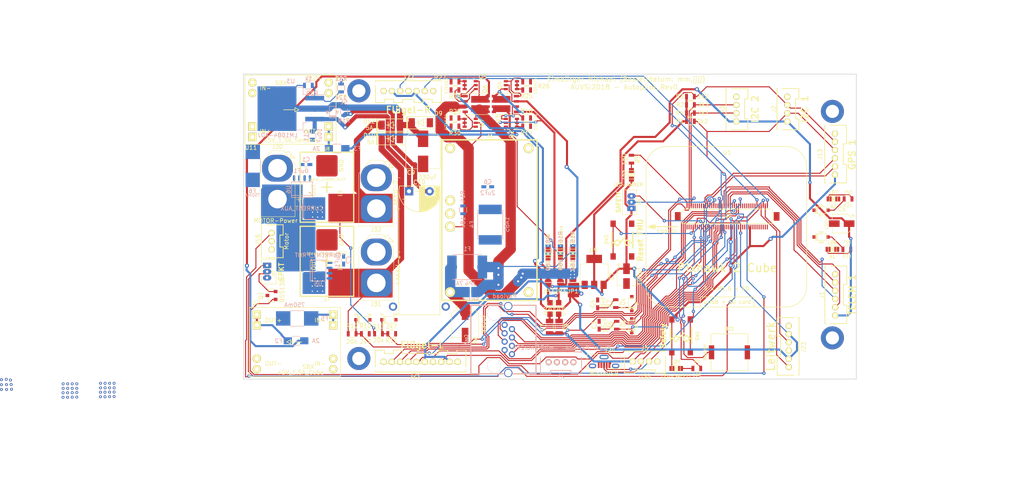
<source format=kicad_pcb>
(kicad_pcb (version 20171130) (host pcbnew "(2018-02-13 revision 365ab99a6)-makepkg")
  (layers (0 F.Cu signal) (31 B.Cu signal) (34 B.Paste user) (35 F.Paste user) (36 B.SilkS user) (37 F.SilkS user) (38 B.Mask user) (39 F.Mask user) (44 Edge.Cuts user))
  (net 0 "")
  (net 1 +5V_Sensors)
  (net 2 /ALARM)
  (net 3 GND)
  (net 4 /BATT­_CURRENT_SENS_PROT_1)
  (net 5 /AUX_BATT­_CURRENT_SENS_1)
  (net 6 /BATT­_CURRENT_SENS_PROT)
  (net 7 /AUX_BATT­_CURRENT_SENS)
  (net 8 /BATT­_VOLTAGE_SENS_PROT)
  (net 9 /AUX_BATT­_VOLTAGE_SENS)
  (net 10 +5V_Servo)
  (net 11 "Net-(F2-Pad1)")
  (net 12 +5V_Cube)
  (net 13 "Net-(F3-Pad1)")
  (net 14 "Net-(F5-Pad2)")
  (net 15 "Net-(F6-Pad2)")
  (net 16 /SERIAL1_RTS)
  (net 17 /SERIAL1_CTS)
  (net 18 /SERIAL1_RX)
  (net 19 /SERIAL1_TX)
  (net 20 /I2C_1_SDA)
  (net 21 /I2C_1_SCL)
  (net 22 /I2C_2_SCL)
  (net 23 /I2C_2_SDA)
  (net 24 /OTG_DP1)
  (net 25 /OTG_DM1)
  (net 26 /SERIAL2_TX)
  (net 27 /SERIAL2_RX)
  (net 28 /SERIAL_3_TX)
  (net 29 /SERIAL_3_RX)
  (net 30 /VDD_3V3_SPECTRUM_EN)
  (net 31 /IO-USART1_RX_SPECTRUM_DSM)
  (net 32 /IO-CH3-PROT)
  (net 33 /FMU-CH1-PROT)
  (net 34 /IO-CH1-PROT)
  (net 35 /IO-CH2-PROT)
  (net 36 /IO-CH5-PROT)
  (net 37 /IO-CH4-PROT)
  (net 38 /IO-CH6-PROT)
  (net 39 /IO-CH7-PROT)
  (net 40 "Net-(J24-Pad4)")
  (net 41 /SAFETY)
  (net 42 /IO-~LED_SAFETY_PROT)
  (net 43 /VBUS)
  (net 44 +3V3)
  (net 45 /FMU-~LED_AMBER)
  (net 46 /FMU-~RESET)
  (net 47 /FMU-CH3-PROT)
  (net 48 /FMU-CH2-PROT)
  (net 49 "Net-(U5-Pad1)")
  (net 50 "Net-(U6-Pad1)")
  (net 51 "Net-(A1-Pad2)")
  (net 52 "Net-(A1-Pad3)")
  (net 53 "Net-(A1-Pad4)")
  (net 54 "Net-(A1-Pad6)")
  (net 55 "Net-(D6-Pad1)")
  (net 56 "Net-(J37-Pad2)")
  (net 57 "Net-(LD1-Pad2)")
  (net 58 "Net-(LD2-Pad2)")
  (net 59 "Net-(Q2-Pad1)")
  (net 60 "Net-(U1-Pad73)")
  (net 61 "Net-(U1-Pad71)")
  (net 62 "Net-(U1-Pad69)")
  (net 63 "Net-(U1-Pad67)")
  (net 64 "Net-(U1-Pad65)")
  (net 65 "Net-(U1-Pad57)")
  (net 66 "Net-(U1-Pad55)")
  (net 67 "Net-(U1-Pad51)")
  (net 68 "Net-(U1-Pad27)")
  (net 69 "Net-(U1-Pad11)")
  (net 70 "Net-(U1-Pad5)")
  (net 71 "Net-(U1-Pad3)")
  (net 72 "Net-(U1-Pad64)")
  (net 73 "Net-(U1-Pad46)")
  (net 74 "Net-(U1-Pad26)")
  (net 75 "Net-(U1-Pad14)")
  (net 76 "Net-(U1-Pad12)")
  (net 77 "Net-(U1-Pad10)")
  (net 78 "Net-(U1-Pad8)")
  (net 79 "Net-(U1-Pad1)")
  (net 80 "Net-(U1-Pad59)")
  (net 81 /Power_Supply/Recuperate)
  (net 82 "Net-(C10-Pad2)")
  (net 83 "Net-(D10-Pad2)")
  (net 84 "Net-(D12-Pad2)")
  (net 85 "Net-(R20-Pad2)")
  (net 86 "Net-(R21-Pad1)")
  (net 87 /Power_Supply/CrossFeed)
  (net 88 /Power_Supply)
  (net 89 "Net-(U1-Pad16)")
  (net 90 "Net-(U1-Pad18)")
  (net 91 "Net-(U1-Pad30)")
  (net 92 "Net-(U1-Pad32)")
  (net 93 "Net-(U1-Pad56)")
  (net 94 "Net-(U1-Pad58)")
  (net 95 "Net-(U1-Pad60)")
  (net 96 "Net-(U1-Pad62)")
  (net 97 "Net-(U1-Pad66)")
  (net 98 "Net-(U1-Pad21)")
  (net 99 "Net-(U1-Pad39)")
  (net 100 "Net-(U1-Pad41)")
  (net 101 "Net-(U1-Pad75)")
  (net 102 "Net-(U1-Pad77)")
  (net 103 "Net-(U1-Pad79)")
  (net 104 "Net-(D16-Pad1)")
  (net 105 "Net-(D17-Pad1)")
  (net 106 "Net-(D7-Pad1)")
  (net 107 /Power_Supply/ID_Ser_1)
  (net 108 /Power_Supply/ID_Cub_1)
  (net 109 /Power_Supply/ID_Sen_1)
  (net 110 /Power_Supply/ID_Cub_2)
  (net 111 /Power_Supply/ID_CrossFeed)
  (net 112 "Net-(Q2-Pad4)")
  (net 113 "Net-(Q3-Pad4)")
  (net 114 "Net-(Q4-Pad1)")
  (net 115 "Net-(Q5-Pad1)")
  (net 116 "Net-(Q5-Pad4)")
  (net 117 "Net-(Q6-Pad4)")
  (net 118 "Net-(Q7-Pad1)")
  (net 119 "Net-(LD3-Pad1)")
  (net 120 "Net-(LD4-Pad1)")
  (net 121 "Net-(LD5-Pad1)")
  (net 122 "Net-(LD6-Pad1)")
  (net 123 "Net-(LD7-Pad1)")
  (module stitching_vias:Stitching_Via-0_7mm (layer F.Cu) (at 252.125 135.65 270)
    (fp_text reference REF** hide)
    (fp_text value Stitching_Via-0_7mm hide)
    (pad 1 thru_hole circle (at 0 0 270) (size 0.7 0.7) (drill 0.3) (layers *.Cu) (net 87 /Power_Supply/CrossFeed))
  )
  (module stitching_vias:Stitching_Via-0_7mm (layer F.Cu) (at 251.2 135.7 270)
    (fp_text reference REF** hide)
    (fp_text value Stitching_Via-0_7mm hide)
    (pad 1 thru_hole circle (at 0 0 270) (size 0.7 0.7) (drill 0.3) (layers *.Cu) (net 87 /Power_Supply/CrossFeed))
  )
  (module stitching_vias:Stitching_Via-0_7mm (layer F.Cu) (at 251.25 134.95 270)
    (fp_text reference REF** hide)
    (fp_text value Stitching_Via-0_7mm hide)
    (pad 1 thru_hole circle (at 0 0 270) (size 0.7 0.7) (drill 0.3) (layers *.Cu) (net 87 /Power_Supply/CrossFeed))
  )
  (module stitching_vias:Stitching_Via-0_7mm (layer F.Cu) (at 251.3 134.1 270)
    (fp_text reference REF** hide)
    (fp_text value Stitching_Via-0_7mm hide)
    (pad 1 thru_hole circle (at 0 0 270) (size 0.7 0.7) (drill 0.3) (layers *.Cu) (net 87 /Power_Supply/CrossFeed))
  )
  (module Package_SO:PowerPAK_SO-8_Dual (layer F.Cu) (at 235.4 93.5 180)
    (fp_text reference Q3 (at 1.75 -3.675 270) (layer F.SilkS))
    (fp_text value SI7997DP)
    (pad 6 smd rect (at 0.69 1.13 180) (size 3.81 1.65) (layers F.Cu F.Paste F.Mask) (net 111 /Power_Supply/ID_CrossFeed))
    (pad 5 smd rect (at 0.69 -1.13 180) (size 3.81 1.65) (layers F.Cu F.Paste F.Mask) (net 109 /Power_Supply/ID_Sen_1))
    (pad 5 smd rect (at 2.795 -1.905 180) (size 1.02 0.61) (layers F.Cu F.Paste F.Mask) (net 109 /Power_Supply/ID_Sen_1))
    (pad 5 smd rect (at 2.795 -0.635 180) (size 1.02 0.61) (layers F.Cu F.Paste F.Mask) (net 109 /Power_Supply/ID_Sen_1))
    (pad 6 smd rect (at 2.795 0.635 180) (size 1.02 0.61) (layers F.Cu F.Paste F.Mask) (net 111 /Power_Supply/ID_CrossFeed))
    (pad 6 smd rect (at 2.795 1.905 180) (size 1.02 0.61) (layers F.Cu F.Paste F.Mask) (net 111 /Power_Supply/ID_CrossFeed))
    (pad 4 smd rect (at -2.67 1.905 180) (size 1.27 0.61) (layers F.Cu F.Paste F.Mask) (net 113 "Net-(Q3-Pad4)"))
    (pad 3 smd rect (at -2.67 0.635 180) (size 1.27 0.61) (layers F.Cu F.Paste F.Mask) (net 87 /Power_Supply/CrossFeed))
    (pad 2 smd rect (at -2.67 -0.635 180) (size 1.27 0.61) (layers F.Cu F.Paste F.Mask) (net 112 "Net-(Q2-Pad4)"))
    (pad 1 smd rect (at -2.67 -1.905 180) (size 1.27 0.61) (layers F.Cu F.Paste F.Mask) (net 111 /Power_Supply/ID_CrossFeed))
  )
  (module manuf:TEXAS-R-PDSS-T7 (layer F.Cu) (at 231.5 121.7 270)
    (fp_text reference A1 (at -20.375 -0.225 180) (layer F.SilkS) (effects (font (size 0.8 0.8))))
    (fp_text value +5V3_6A_Servo)
    (pad 1 thru_hole circle (at -17.465 -9.525 270) (size 2.4 2.4) (drill 1.4) (layers *.Cu *.Mask F.SilkS) (net 3 GND))
    (pad 2 thru_hole circle (at -17.465 9.525 270) (size 2.4 2.4) (drill 1.4) (layers *.Cu *.Mask F.SilkS) (net 51 "Net-(A1-Pad2)"))
    (pad 3 thru_hole circle (at -4.765 9.525 270) (size 2.4 2.4) (drill 1.4) (layers *.Cu *.Mask F.SilkS) (net 52 "Net-(A1-Pad3)"))
    (pad 4 thru_hole circle (at -1.585 9.525 270) (size 2.4 2.4) (drill 1.4) (layers *.Cu *.Mask F.SilkS) (net 53 "Net-(A1-Pad4)"))
    (pad 5 thru_hole circle (at 1.595 9.525 270) (size 2.4 2.4) (drill 1.4) (layers *.Cu *.Mask F.SilkS) (net 87 /Power_Supply/CrossFeed))
    (pad 6 thru_hole circle (at 17.475 9.525 270) (size 2.4 2.4) (drill 1.4) (layers *.Cu *.Mask F.SilkS) (net 54 "Net-(A1-Pad6)"))
    (pad 7 thru_hole circle (at 17.475 -9.525 270) (size 2.4 2.4) (drill 1.4) (layers *.Cu *.Mask F.SilkS) (net 3 GND))
  )
  (module Capacitors-[MS]:CP_Radial_D10.0mm_P5.00mm_horizontal (layer F.Cu) (at 212 114.7)
    (fp_text reference C10 (at 2.5 -2.2) (layer F.SilkS))
    (fp_text value 10F/3V)
    (pad 4 thru_hole circle (at 8.9 28) (size 2 2) (drill 1.2) (layers *.Cu *.Mask))
    (pad 3 thru_hole circle (at -3.9 28) (size 2 2) (drill 1.2) (layers *.Cu *.Mask))
    (pad 2 thru_hole circle (at 5 0) (size 2 2) (drill 1) (layers *.Cu *.Mask) (net 82 "Net-(C10-Pad2)"))
    (pad 1 thru_hole rect (at 0 0) (size 2 2) (drill 1) (layers *.Cu *.Mask) (net 88 /Power_Supply))
  )
  (module connectors-[JS]:JUMPER-SOLDER-SMD_mit_flaechenanschluss (layer B.Cu) (at 226.925 139.025 270)
    (fp_text reference JP4 (at -1.875 0) (layer B.SilkS) (effects (justify mirror)))
    (fp_text value BackUp (at 1.8 0 180) (layer B.SilkS) (effects (font (size 0.75 0.75) (thickness 0.1)) (justify mirror)))
    (pad 2 smd trapezoid (at 0 0.5 180) (size 0.6 1) (rect_delta 0.1 0) (layers B.Cu B.Mask) (net 54 "Net-(A1-Pad6)"))
    (pad 1 smd trapezoid (at 0 -0.5) (size 0.6 1) (rect_delta 0.1 0) (layers B.Cu B.Mask) (net 107 /Power_Supply/ID_Ser_1))
  )
  (module Power_Integrations:SO-8 (layer B.Cu) (at 189.9 133.95 90)
    (fp_text reference U5 (at -3.305 0.012 -180) (layer B.SilkS) (effects (justify mirror)))
    (fp_text value CURRENT_PROT (at 3.75 0 -180) (layer B.SilkS) (effects (justify mirror)))
    (pad 8 smd oval (at -1.905 2.794 90) (size 0.6096 1.4732) (layers B.Cu B.Paste B.Mask) (net 44 +3V3))
    (pad 7 smd oval (at -0.635 2.794 90) (size 0.6096 1.4732) (layers B.Cu B.Paste B.Mask) (net 4 /BATT­_CURRENT_SENS_PROT_1))
    (pad 6 smd oval (at 0.635 2.794 90) (size 0.6096 1.4732) (layers B.Cu B.Paste B.Mask) (net 44 +3V3))
    (pad 5 smd oval (at 1.905 2.794 90) (size 0.6096 1.4732) (layers B.Cu B.Paste B.Mask) (net 3 GND))
    (pad 4 smd oval (at 1.905 -2.794 90) (size 0.6096 1.4732) (layers B.Cu B.Paste B.Mask) (net 88 /Power_Supply))
    (pad 3 smd oval (at 0.635 -2.794 90) (size 0.6096 1.4732) (layers B.Cu B.Paste B.Mask) (net 88 /Power_Supply))
    (pad 2 smd oval (at -0.635 -2.794 90) (size 0.6096 1.4732) (layers B.Cu B.Paste B.Mask) (net 49 "Net-(U5-Pad1)"))
    (pad 1 smd oval (at -1.905 -2.794 90) (size 0.6096 1.4732) (layers B.Cu B.Paste B.Mask) (net 49 "Net-(U5-Pad1)"))
  )
  (module Pixhawk_2-Cube:Pixhawk-2_Cube (layer F.Cu) (at 289.25 120.8 180)
    (fp_text reference U1 (at 0 15.5 180) (layer F.SilkS))
    (fp_text value Pixhawk_2_Cube_80-Pin_Header)
    (fp_text user "µUSB + SD card" (at 0 -20.75 180) (layer F.SilkS) (effects (font (size 0.9 0.9))))
    (fp_text user "Flight Dir" (at 14.55 -3.55 180) (layer F.SilkS) (effects (font (size 0.9 0.7) (thickness 0.125))))
    (fp_text user "4 x M1,6 x 10" (at 0.2 -17.5 180) (layer F.SilkS))
    (fp_text user 0 (at -0.6 0.8 180) (layer F.SilkS) (effects (font (size 0.9 0.7) (thickness 0.125))))
    (fp_text user "Pixhawk 2 Cube" (at 0 -12.5 180) (layer F.SilkS) (effects (font (size 2 2) (thickness 0.3))))
    (pad "" np_thru_hole circle (at 15.2 -17.5 270) (size 1.8 1.8) (drill 1.8) (layers *.Cu *.Mask) (clearance 1))
    (pad "" np_thru_hole circle (at -14.8 -17.5 270) (size 1.8 1.8) (drill 1.8) (layers *.Cu *.Mask) (clearance 1))
    (pad "" np_thru_hole circle (at 15.2 12.5 270) (size 1.8 1.8) (drill 1.8) (layers *.Cu *.Mask) (clearance 1))
    (pad "" np_thru_hole circle (at -14.8 12.5 270) (size 1.8 1.8) (drill 1.8) (layers *.Cu *.Mask) (clearance 1))
    (pad 0 smd rect (at -12.000832 0.00028 180) (size 1.4 2.1) (layers F.Cu F.Paste F.Mask))
    (pad 0 smd rect (at 11.999168 0 180) (size 1.4 2.1) (layers F.Cu F.Paste F.Mask))
    (pad "" np_thru_hole circle (at -11 1.9 180) (size 0.65 0.65) (drill 0.65) (layers *.Cu *.Mask) (clearance 0.15))
    (pad "" np_thru_hole circle (at 11 1.9 180) (size 0.65 0.65) (drill 0.65) (layers *.Cu *.Mask) (clearance 0.15))
    (pad 2 smd rect (at 9.748336 2.575 180) (size 0.25 1.15) (layers F.Cu F.Paste F.Mask) (net 45 /FMU-~LED_AMBER))
    (pad 1 smd rect (at 9.748336 -2.57472 180) (size 0.25 1.15) (layers F.Cu F.Paste F.Mask) (net 79 "Net-(U1-Pad1)"))
    (pad 4 smd rect (at 9.248336 2.575 180) (size 0.25 1.15) (layers F.Cu F.Paste F.Mask) (net 23 /I2C_2_SDA))
    (pad 6 smd rect (at 8.748336 2.575 180) (size 0.25 1.15) (layers F.Cu F.Paste F.Mask) (net 22 /I2C_2_SCL))
    (pad 8 smd rect (at 8.248336 2.575 180) (size 0.25 1.15) (layers F.Cu F.Paste F.Mask) (net 78 "Net-(U1-Pad8)"))
    (pad 10 smd rect (at 7.748336 2.575 180) (size 0.25 1.15) (layers F.Cu F.Paste F.Mask) (net 77 "Net-(U1-Pad10)"))
    (pad 12 smd rect (at 7.248336 2.575 180) (size 0.25 1.15) (layers F.Cu F.Paste F.Mask) (net 76 "Net-(U1-Pad12)"))
    (pad 14 smd rect (at 6.748336 2.575 180) (size 0.25 1.15) (layers F.Cu F.Paste F.Mask) (net 75 "Net-(U1-Pad14)"))
    (pad 16 smd rect (at 6.248336 2.575 180) (size 0.25 1.15) (layers F.Cu F.Paste F.Mask) (net 89 "Net-(U1-Pad16)"))
    (pad 18 smd rect (at 5.748336 2.575 180) (size 0.25 1.15) (layers F.Cu F.Paste F.Mask) (net 90 "Net-(U1-Pad18)"))
    (pad 20 smd rect (at 5.248336 2.575 180) (size 0.25 1.15) (layers F.Cu F.Paste F.Mask) (net 29 /SERIAL_3_RX))
    (pad 22 smd rect (at 4.748336 2.575 180) (size 0.25 1.15) (layers F.Cu F.Paste F.Mask) (net 28 /SERIAL_3_TX))
    (pad 24 smd rect (at 4.248336 2.575 180) (size 0.25 1.15) (layers F.Cu F.Paste F.Mask) (net 2 /ALARM))
    (pad 26 smd rect (at 3.748336 2.575 180) (size 0.25 1.15) (layers F.Cu F.Paste F.Mask) (net 74 "Net-(U1-Pad26)"))
    (pad 28 smd rect (at 3.248336 2.575 180) (size 0.25 1.15) (layers F.Cu F.Paste F.Mask) (net 42 /IO-~LED_SAFETY_PROT))
    (pad 30 smd rect (at 2.748336 2.575 180) (size 0.25 1.15) (layers F.Cu F.Paste F.Mask) (net 91 "Net-(U1-Pad30)"))
    (pad 32 smd rect (at 2.248336 2.575 180) (size 0.25 1.15) (layers F.Cu F.Paste F.Mask) (net 92 "Net-(U1-Pad32)"))
    (pad 34 smd rect (at 1.748336 2.575 180) (size 0.25 1.15) (layers F.Cu F.Paste F.Mask) (net 27 /SERIAL2_RX))
    (pad 36 smd rect (at 1.248336 2.575 180) (size 0.25 1.15) (layers F.Cu F.Paste F.Mask) (net 26 /SERIAL2_TX))
    (pad 38 smd rect (at 0.748336 2.575 180) (size 0.25 1.15) (layers F.Cu F.Paste F.Mask) (net 18 /SERIAL1_RX))
    (pad 40 smd rect (at 0.248336 2.575 180) (size 0.25 1.15) (layers F.Cu F.Paste F.Mask) (net 19 /SERIAL1_TX))
    (pad 42 smd rect (at -0.251664 2.575 180) (size 0.25 1.15) (layers F.Cu F.Paste F.Mask) (net 16 /SERIAL1_RTS))
    (pad 44 smd rect (at -0.751664 2.575 180) (size 0.25 1.15) (layers F.Cu F.Paste F.Mask) (net 17 /SERIAL1_CTS))
    (pad 46 smd rect (at -1.251664 2.575 180) (size 0.25 1.15) (layers F.Cu F.Paste F.Mask) (net 73 "Net-(U1-Pad46)"))
    (pad 48 smd rect (at -1.751664 2.575 180) (size 0.25 1.15) (layers F.Cu F.Paste F.Mask) (net 31 /IO-USART1_RX_SPECTRUM_DSM))
    (pad 50 smd rect (at -2.251664 2.575 180) (size 0.25 1.15) (layers F.Cu F.Paste F.Mask) (net 33 /FMU-CH1-PROT))
    (pad 52 smd rect (at -2.751664 2.575 180) (size 0.25 1.15) (layers F.Cu F.Paste F.Mask) (net 48 /FMU-CH2-PROT))
    (pad 54 smd rect (at -3.251664 2.575 180) (size 0.25 1.15) (layers F.Cu F.Paste F.Mask) (net 47 /FMU-CH3-PROT))
    (pad 56 smd rect (at -3.751664 2.575 180) (size 0.25 1.15) (layers F.Cu F.Paste F.Mask) (net 93 "Net-(U1-Pad56)"))
    (pad 58 smd rect (at -4.251664 2.575 180) (size 0.25 1.15) (layers F.Cu F.Paste F.Mask) (net 94 "Net-(U1-Pad58)"))
    (pad 60 smd rect (at -4.751664 2.575 180) (size 0.25 1.15) (layers F.Cu F.Paste F.Mask) (net 95 "Net-(U1-Pad60)"))
    (pad 62 smd rect (at -5.251664 2.575 180) (size 0.25 1.15) (layers F.Cu F.Paste F.Mask) (net 96 "Net-(U1-Pad62)"))
    (pad 64 smd rect (at -5.751664 2.575 180) (size 0.25 1.15) (layers F.Cu F.Paste F.Mask) (net 72 "Net-(U1-Pad64)"))
    (pad 66 smd rect (at -6.251664 2.575 180) (size 0.25 1.15) (layers F.Cu F.Paste F.Mask) (net 97 "Net-(U1-Pad66)"))
    (pad 68 smd rect (at -6.751664 2.575 180) (size 0.25 1.15) (layers F.Cu F.Paste F.Mask) (net 39 /IO-CH7-PROT))
    (pad 70 smd rect (at -7.251664 2.575 180) (size 0.25 1.15) (layers F.Cu F.Paste F.Mask) (net 38 /IO-CH6-PROT))
    (pad 72 smd rect (at -7.751664 2.575 180) (size 0.25 1.15) (layers F.Cu F.Paste F.Mask) (net 36 /IO-CH5-PROT))
    (pad 74 smd rect (at -8.251664 2.575 180) (size 0.25 1.15) (layers F.Cu F.Paste F.Mask) (net 37 /IO-CH4-PROT))
    (pad 76 smd rect (at -8.751664 2.575 180) (size 0.25 1.15) (layers F.Cu F.Paste F.Mask) (net 32 /IO-CH3-PROT))
    (pad 78 smd rect (at -9.251664 2.575 180) (size 0.25 1.15) (layers F.Cu F.Paste F.Mask) (net 35 /IO-CH2-PROT))
    (pad 80 smd rect (at -9.751664 2.575 180) (size 0.25 1.15) (layers F.Cu F.Paste F.Mask) (net 34 /IO-CH1-PROT))
    (pad 3 smd rect (at 9.248336 -2.57472 180) (size 0.25 1.15) (layers F.Cu F.Paste F.Mask) (net 71 "Net-(U1-Pad3)"))
    (pad 5 smd rect (at 8.748336 -2.57472 180) (size 0.25 1.15) (layers F.Cu F.Paste F.Mask) (net 70 "Net-(U1-Pad5)"))
    (pad 7 smd rect (at 8.248336 -2.57472 180) (size 0.25 1.15) (layers F.Cu F.Paste F.Mask) (net 46 /FMU-~RESET))
    (pad 9 smd rect (at 7.748336 -2.57472 180) (size 0.25 1.15) (layers F.Cu F.Paste F.Mask) (net 10 +5V_Servo))
    (pad 11 smd rect (at 7.248336 -2.57472 180) (size 0.25 1.15) (layers F.Cu F.Paste F.Mask) (net 69 "Net-(U1-Pad11)"))
    (pad 13 smd rect (at 6.748336 -2.57472 180) (size 0.25 1.15) (layers F.Cu F.Paste F.Mask) (net 3 GND))
    (pad 15 smd rect (at 6.248336 -2.57472 180) (size 0.25 1.15) (layers F.Cu F.Paste F.Mask) (net 3 GND))
    (pad 17 smd rect (at 5.748336 -2.57472 180) (size 0.25 1.15) (layers F.Cu F.Paste F.Mask) (net 41 /SAFETY))
    (pad 19 smd rect (at 5.248336 -2.57472 180) (size 0.25 1.15) (layers F.Cu F.Paste F.Mask) (net 30 /VDD_3V3_SPECTRUM_EN))
    (pad 21 smd rect (at 4.748336 -2.57472 180) (size 0.25 1.15) (layers F.Cu F.Paste F.Mask) (net 98 "Net-(U1-Pad21)"))
    (pad 23 smd rect (at 4.248336 -2.57472 180) (size 0.25 1.15) (layers F.Cu F.Paste F.Mask) (net 9 /AUX_BATT­_VOLTAGE_SENS))
    (pad 25 smd rect (at 3.748336 -2.57472 180) (size 0.25 1.15) (layers F.Cu F.Paste F.Mask) (net 7 /AUX_BATT­_CURRENT_SENS))
    (pad 27 smd rect (at 3.248336 -2.57472 180) (size 0.25 1.15) (layers F.Cu F.Paste F.Mask) (net 68 "Net-(U1-Pad27)"))
    (pad 29 smd rect (at 2.748336 -2.57472 180) (size 0.25 1.15) (layers F.Cu F.Paste F.Mask) (net 43 /VBUS))
    (pad 31 smd rect (at 2.248336 -2.57472 180) (size 0.25 1.15) (layers F.Cu F.Paste F.Mask) (net 24 /OTG_DP1))
    (pad 33 smd rect (at 1.748336 -2.57472 180) (size 0.25 1.15) (layers F.Cu F.Paste F.Mask) (net 25 /OTG_DM1))
    (pad 35 smd rect (at 1.248336 -2.57472 180) (size 0.25 1.15) (layers F.Cu F.Paste F.Mask) (net 20 /I2C_1_SDA))
    (pad 37 smd rect (at 0.748336 -2.57472 180) (size 0.25 1.15) (layers F.Cu F.Paste F.Mask) (net 21 /I2C_1_SCL))
    (pad 39 smd rect (at 0.248336 -2.57472 180) (size 0.25 1.15) (layers F.Cu F.Paste F.Mask) (net 99 "Net-(U1-Pad39)"))
    (pad 41 smd rect (at -0.251664 -2.57472 180) (size 0.25 1.15) (layers F.Cu F.Paste F.Mask) (net 100 "Net-(U1-Pad41)"))
    (pad 43 smd rect (at -0.751664 -2.57472 180) (size 0.25 1.15) (layers F.Cu F.Paste F.Mask) (net 12 +5V_Cube))
    (pad 45 smd rect (at -1.251664 -2.57472 180) (size 0.25 1.15) (layers F.Cu F.Paste F.Mask) (net 12 +5V_Cube))
    (pad 47 smd rect (at -1.751664 -2.57472 180) (size 0.25 1.15) (layers F.Cu F.Paste F.Mask) (net 8 /BATT­_VOLTAGE_SENS_PROT))
    (pad 49 smd rect (at -2.251664 -2.57472 180) (size 0.25 1.15) (layers F.Cu F.Paste F.Mask) (net 6 /BATT­_CURRENT_SENS_PROT))
    (pad 51 smd rect (at -2.751664 -2.57472 180) (size 0.25 1.15) (layers F.Cu F.Paste F.Mask) (net 67 "Net-(U1-Pad51)"))
    (pad 53 smd rect (at -3.251664 -2.57472 180) (size 0.25 1.15) (layers F.Cu F.Paste F.Mask) (net 10 +5V_Servo))
    (pad 55 smd rect (at -3.751664 -2.57472 180) (size 0.25 1.15) (layers F.Cu F.Paste F.Mask) (net 66 "Net-(U1-Pad55)"))
    (pad 57 smd rect (at -4.251664 -2.57472 180) (size 0.25 1.15) (layers F.Cu F.Paste F.Mask) (net 65 "Net-(U1-Pad57)"))
    (pad 59 smd rect (at -4.751664 -2.57472 180) (size 0.25 1.15) (layers F.Cu F.Paste F.Mask) (net 80 "Net-(U1-Pad59)"))
    (pad 61 smd rect (at -5.251664 -2.57472 180) (size 0.25 1.15) (layers F.Cu F.Paste F.Mask) (net 12 +5V_Cube))
    (pad 63 smd rect (at -5.751664 -2.57472 180) (size 0.25 1.15) (layers F.Cu F.Paste F.Mask) (net 12 +5V_Cube))
    (pad 65 smd rect (at -6.251664 -2.57472 180) (size 0.25 1.15) (layers F.Cu F.Paste F.Mask) (net 64 "Net-(U1-Pad65)"))
    (pad 67 smd rect (at -6.751664 -2.57472 180) (size 0.25 1.15) (layers F.Cu F.Paste F.Mask) (net 63 "Net-(U1-Pad67)"))
    (pad 69 smd rect (at -7.251664 -2.57472 180) (size 0.25 1.15) (layers F.Cu F.Paste F.Mask) (net 62 "Net-(U1-Pad69)"))
    (pad 71 smd rect (at -7.751664 -2.57472 180) (size 0.25 1.15) (layers F.Cu F.Paste F.Mask) (net 61 "Net-(U1-Pad71)"))
    (pad 73 smd rect (at -8.251664 -2.57472 180) (size 0.25 1.15) (layers F.Cu F.Paste F.Mask) (net 60 "Net-(U1-Pad73)"))
    (pad 75 smd rect (at -8.751664 -2.57472 180) (size 0.25 1.15) (layers F.Cu F.Paste F.Mask) (net 101 "Net-(U1-Pad75)"))
    (pad 77 smd rect (at -9.251664 -2.57472 180) (size 0.25 1.15) (layers F.Cu F.Paste F.Mask) (net 102 "Net-(U1-Pad77)"))
    (pad 79 smd rect (at -9.751664 -2.57472 180) (size 0.25 1.15) (layers F.Cu F.Paste F.Mask) (net 103 "Net-(U1-Pad79)"))
  )
  (module Power-IC:Mini_MP1584EN (layer F.Cu) (at 184.3 151.275)
    (fp_text reference U2 (at -9.475 -9.475) (layer F.SilkS))
    (fp_text value +5V_1,5A_Cube (at 1.25 7.41) (layer F.SilkS))
    (fp_text user SBX (at 3.22 6.05) (layer F.SilkS))
    (fp_text user OUT- (at -5.25 5.25) (layer F.SilkS))
    (fp_text user IN- (at 6.1 5.25) (layer F.SilkS))
    (fp_text user IN+ (at 6.1 -5.25) (layer F.SilkS))
    (fp_text user OUT+ (at -5.25 -5.25) (layer F.SilkS))
    (pad 1 thru_hole rect (at 9.271 -6.604) (size 2 2) (drill 1) (layers *.Cu *.Mask F.SilkS) (net 14 "Net-(F5-Pad2)"))
    (pad 2 thru_hole rect (at 9.271 -4.064) (size 2 2) (drill 1) (layers *.Cu *.Mask F.SilkS) (net 14 "Net-(F5-Pad2)"))
    (pad 4 thru_hole circle (at 9.271 6.604) (size 2 2) (drill 1) (layers *.Cu *.Mask F.SilkS) (net 3 GND))
    (pad 3 thru_hole circle (at 9.271 4.064) (size 2 2) (drill 1) (layers *.Cu *.Mask F.SilkS) (net 3 GND))
    (pad 8 thru_hole rect (at -9.271 -6.604) (size 2 2) (drill 1) (layers *.Cu *.Mask F.SilkS) (net 11 "Net-(F2-Pad1)"))
    (pad 7 thru_hole rect (at -9.271 -4.064) (size 2 2) (drill 1) (layers *.Cu *.Mask F.SilkS) (net 11 "Net-(F2-Pad1)"))
    (pad 6 thru_hole circle (at -9.271 4.064) (size 2 2) (drill 1) (layers *.Cu *.Mask F.SilkS) (net 3 GND))
    (pad 5 thru_hole circle (at -9.271 6.604) (size 2 2) (drill 1) (layers *.Cu *.Mask F.SilkS) (net 3 GND))
  )
  (module Power-IC:Mini_MP1584EN (layer F.Cu) (at 183.225 94.9 180)
    (fp_text reference U11 (at 9.625 -9.2) (layer F.SilkS))
    (fp_text value +5V_1,5A_Sensors (at -0.01 -7.42 180) (layer F.SilkS))
    (fp_text user SBX (at 2.33 6.5 180) (layer F.SilkS))
    (fp_text user OUT- (at -5.91 7.57 180) (layer F.SilkS))
    (fp_text user IN- (at 6.1 5.25 180) (layer F.SilkS))
    (fp_text user IN+ (at 6.1 -5.25 180) (layer F.SilkS))
    (fp_text user OUT+ (at -5.25 -5.25 180) (layer F.SilkS))
    (pad 1 thru_hole rect (at 9.271 -6.604 180) (size 2 2) (drill 1) (layers *.Cu *.Mask F.SilkS) (net 15 "Net-(F6-Pad2)"))
    (pad 2 thru_hole rect (at 9.271 -4.064 180) (size 2 2) (drill 1) (layers *.Cu *.Mask F.SilkS) (net 15 "Net-(F6-Pad2)"))
    (pad 4 thru_hole circle (at 9.271 6.604 180) (size 2 2) (drill 1) (layers *.Cu *.Mask F.SilkS) (net 3 GND))
    (pad 3 thru_hole circle (at 9.271 4.064 180) (size 2 2) (drill 1) (layers *.Cu *.Mask F.SilkS) (net 3 GND))
    (pad 8 thru_hole rect (at -9.271 -6.604 180) (size 2 2) (drill 1) (layers *.Cu *.Mask F.SilkS) (net 13 "Net-(F3-Pad1)"))
    (pad 7 thru_hole rect (at -9.271 -4.064 180) (size 2 2) (drill 1) (layers *.Cu *.Mask F.SilkS) (net 13 "Net-(F3-Pad1)"))
    (pad 6 thru_hole circle (at -9.271 4.064 180) (size 2 2) (drill 1) (layers *.Cu *.Mask F.SilkS) (net 3 GND))
    (pad 5 thru_hole circle (at -9.271 6.604 180) (size 2 2) (drill 1) (layers *.Cu *.Mask F.SilkS) (net 3 GND))
  )
  (module w_smd_diode:sod123 (layer B.Cu) (at 193.45 95.475 270)
    (fp_text reference D8 (at 0 1.30048 270) (layer B.SilkS) (effects (font (size 0.4 0.4) (thickness 0.1)) (justify mirror)))
    (fp_text value 3V (at 0 -1.19888 270) (layer B.SilkS) (effects (font (size 0.4 0.4) (thickness 0.1)) (justify mirror)))
    (pad 1 smd rect (at -1.67386 0 270) (size 0.8509 0.8509) (layers B.Cu B.Paste B.Mask) (net 81 /Power_Supply/Recuperate))
    (pad 2 smd rect (at 1.67386 0 270) (size 0.8509 0.8509) (layers B.Cu B.Paste B.Mask) (net 88 /Power_Supply))
  )
  (module connectors-[JS]:JUMPER-SOLDER-SMD_mit_flaechenanschluss (layer F.Cu) (at 251.766819 136.840018)
    (fp_text reference JP1 (at 0 2.1336) (layer F.SilkS))
    (fp_text value Servo)
    (pad 2 smd trapezoid (at 0 -0.5 90) (size 0.6 1) (rect_delta 0.1 0) (layers F.Cu F.Mask) (net 87 /Power_Supply/CrossFeed))
    (pad 1 smd trapezoid (at 0 0.5 270) (size 0.6 1) (rect_delta 0.1 0) (layers F.Cu F.Mask) (net 10 +5V_Servo))
  )
  (module stitching_vias:Stitching_Via-0_7mm (layer F.Cu) (at 139.275 161.325)
    (fp_text reference REF** hide)
    (fp_text value Stitching_Via-0_7mm hide)
    (pad 1 thru_hole circle (at 0 0) (size 0.7 0.7) (drill 0.3) (layers *.Cu) (net 3 GND))
  )
  (module stitching_vias:Stitching_Via-0_7mm (layer F.Cu) (at 137.075 162.425)
    (fp_text reference REF** hide)
    (fp_text value Stitching_Via-0_7mm hide)
    (pad 1 thru_hole circle (at 0 0) (size 0.7 0.7) (drill 0.3) (layers *.Cu) (net 3 GND))
  )
  (module stitching_vias:Stitching_Via-0_7mm (layer F.Cu) (at 138.175 162.425)
    (fp_text reference REF** hide)
    (fp_text value Stitching_Via-0_7mm hide)
    (pad 1 thru_hole circle (at 0 0) (size 0.7 0.7) (drill 0.3) (layers *.Cu) (net 3 GND))
  )
  (module stitching_vias:Stitching_Via-0_7mm (layer F.Cu) (at 138.15 163.5)
    (fp_text reference REF** hide)
    (fp_text value Stitching_Via-0_7mm hide)
    (pad 1 thru_hole circle (at 0 0) (size 0.7 0.7) (drill 0.3) (layers *.Cu) (net 3 GND))
  )
  (module stitching_vias:Stitching_Via-0_7mm (layer F.Cu) (at 138.15 164.6)
    (fp_text reference REF** hide)
    (fp_text value Stitching_Via-0_7mm hide)
    (pad 1 thru_hole circle (at 0 0) (size 0.7 0.7) (drill 0.3) (layers *.Cu) (net 3 GND))
  )
  (module stitching_vias:Stitching_Via-0_7mm (layer F.Cu) (at 139.275 164.575)
    (fp_text reference REF** hide)
    (fp_text value Stitching_Via-0_7mm hide)
    (pad 1 thru_hole circle (at 0 0) (size 0.7 0.7) (drill 0.3) (layers *.Cu) (net 3 GND))
  )
  (module stitching_vias:Stitching_Via-0_7mm (layer F.Cu) (at 140.375 163.45)
    (fp_text reference REF** hide)
    (fp_text value Stitching_Via-0_7mm hide)
    (pad 1 thru_hole circle (at 0 0) (size 0.7 0.7) (drill 0.3) (layers *.Cu) (net 3 GND))
  )
  (module stitching_vias:Stitching_Via-0_7mm (layer F.Cu) (at 137.05 163.5)
    (fp_text reference REF** hide)
    (fp_text value Stitching_Via-0_7mm hide)
    (pad 1 thru_hole circle (at 0 0) (size 0.7 0.7) (drill 0.3) (layers *.Cu) (net 3 GND))
  )
  (module stitching_vias:Stitching_Via-0_7mm (layer F.Cu) (at 140.375 161.325)
    (fp_text reference REF** hide)
    (fp_text value Stitching_Via-0_7mm hide)
    (pad 1 thru_hole circle (at 0 0) (size 0.7 0.7) (drill 0.3) (layers *.Cu) (net 3 GND))
  )
  (module stitching_vias:Stitching_Via-0_7mm (layer F.Cu) (at 139.275 163.475)
    (fp_text reference REF** hide)
    (fp_text value Stitching_Via-0_7mm hide)
    (pad 1 thru_hole circle (at 0 0) (size 0.7 0.7) (drill 0.3) (layers *.Cu) (net 3 GND))
  )
  (module stitching_vias:Stitching_Via-0_7mm (layer F.Cu) (at 140.375 164.55)
    (fp_text reference REF** hide)
    (fp_text value Stitching_Via-0_7mm hide)
    (pad 1 thru_hole circle (at 0 0) (size 0.7 0.7) (drill 0.3) (layers *.Cu) (net 3 GND))
  )
  (module stitching_vias:Stitching_Via-0_7mm (layer F.Cu) (at 140.375 162.425)
    (fp_text reference REF** hide)
    (fp_text value Stitching_Via-0_7mm hide)
    (pad 1 thru_hole circle (at 0 0) (size 0.7 0.7) (drill 0.3) (layers *.Cu) (net 3 GND))
  )
  (module stitching_vias:Stitching_Via-0_7mm (layer F.Cu) (at 137.05 164.6)
    (fp_text reference REF** hide)
    (fp_text value Stitching_Via-0_7mm hide)
    (pad 1 thru_hole circle (at 0 0) (size 0.7 0.7) (drill 0.3) (layers *.Cu) (net 3 GND))
  )
  (module stitching_vias:Stitching_Via-0_7mm (layer F.Cu) (at 137.075 161.325)
    (fp_text reference REF** hide)
    (fp_text value Stitching_Via-0_7mm hide)
    (pad 1 thru_hole circle (at 0 0) (size 0.7 0.7) (drill 0.3) (layers *.Cu) (net 3 GND))
  )
  (module stitching_vias:Stitching_Via-0_7mm (layer F.Cu) (at 138.175 161.325)
    (fp_text reference REF** hide)
    (fp_text value Stitching_Via-0_7mm hide)
    (pad 1 thru_hole circle (at 0 0) (size 0.7 0.7) (drill 0.3) (layers *.Cu) (net 3 GND))
  )
  (module stitching_vias:Stitching_Via-0_7mm (layer F.Cu) (at 139.275 162.425)
    (fp_text reference REF** hide)
    (fp_text value Stitching_Via-0_7mm hide)
    (pad 1 thru_hole circle (at 0 0) (size 0.7 0.7) (drill 0.3) (layers *.Cu) (net 3 GND))
  )
  (module devices_[JS]:PKMCS0909E4000-R1 (layer F.Cu) (at 289.8 153.8)
    (fp_text reference BZ1 (at 0 -5.75) (layer F.SilkS) (effects (font (size 0.8 0.8))))
    (fp_text value Buzzer (at -6 0.03 90) (layer F.SilkS) (effects (font (size 0.8 0.8))))
    (pad 2 smd rect (at 4.35 0) (size 1.3 3.4) (layers F.Cu F.Paste F.Mask) (net 3 GND))
    (pad 1 smd rect (at -4.35 0) (size 1.3 3.4) (layers F.Cu F.Paste F.Mask) (net 2 /ALARM))
  )
  (module TO_SOT_Packages_SMD:TO-263-3_TabPin2 (layer B.Cu) (at 183.3 94.625 180)
    (fp_text reference U3 (at 0 6.65 180) (layer B.SilkS) (effects (justify mirror)))
    (fp_text value LM1084-ADJ (at 3.225 -6.45 180) (layer B.SilkS) (effects (justify mirror)))
    (pad 2 smd rect (at 0.95 -2.775 180) (size 4.55 5.25) (layers B.Cu B.Paste) (net 81 /Power_Supply/Recuperate))
    (pad 2 smd rect (at 5.8 2.775 180) (size 4.55 5.25) (layers B.Cu B.Paste) (net 81 /Power_Supply/Recuperate))
    (pad 2 smd rect (at 0.95 2.775 180) (size 4.55 5.25) (layers B.Cu B.Paste) (net 81 /Power_Supply/Recuperate))
    (pad 2 smd rect (at 5.8 -2.775 180) (size 4.55 5.25) (layers B.Cu B.Paste) (net 81 /Power_Supply/Recuperate))
    (pad 2 smd rect (at 3.375 0 180) (size 9.4 10.8) (layers B.Cu B.Mask) (net 81 /Power_Supply/Recuperate))
    (pad 3 smd rect (at -5.775 -2.54 180) (size 4.6 1.1) (layers B.Cu B.Paste B.Mask) (net 88 /Power_Supply))
    (pad 2 smd rect (at -5.775 0 180) (size 4.6 1.1) (layers B.Cu B.Paste B.Mask) (net 81 /Power_Supply/Recuperate))
    (pad 1 smd rect (at -5.775 2.54 180) (size 4.6 1.1) (layers B.Cu B.Paste B.Mask) (net 85 "Net-(R20-Pad2)"))
  )
  (module Resistors-Mini-SMD:R_0805 (layer F.Cu) (at 195.475 89.6 90)
    (fp_text reference R22 (at 2.25 0.025 180) (layer F.SilkS))
    (fp_text value 470 (at -2.225 0 180) (layer F.SilkS))
    (pad 1 smd rect (at -0.95 0 90) (size 0.7 1.3) (layers F.Cu F.Paste F.Mask) (net 3 GND))
    (pad 2 smd rect (at 0.95 0 90) (size 0.7 1.3) (layers F.Cu F.Paste F.Mask) (net 86 "Net-(R21-Pad1)"))
  )
  (module Resistors-Mini-SMD:R_0805 (layer B.Cu) (at 195.5 89.6 270)
    (fp_text reference R21 (at -2.25 0) (layer B.SilkS) (effects (justify mirror)))
    (fp_text value 12k (at 2.325 0.025 180) (layer B.SilkS) (effects (justify mirror)))
    (pad 2 smd rect (at 0.95 0 270) (size 0.7 1.3) (layers B.Cu B.Paste B.Mask) (net 85 "Net-(R20-Pad2)"))
    (pad 1 smd rect (at -0.95 0 270) (size 0.7 1.3) (layers B.Cu B.Paste B.Mask) (net 86 "Net-(R21-Pad1)"))
  )
  (module Resistors-Mini-SMD:R_0805 (layer B.Cu) (at 187.55 89)
    (fp_text reference R20 (at 0.925 1.9) (layer B.SilkS) (effects (justify mirror)))
    (fp_text value 1k (at 0 -1.675) (layer B.SilkS) (effects (justify mirror)))
    (pad 1 smd rect (at -0.95 0) (size 0.7 1.3) (layers B.Cu B.Paste B.Mask) (net 81 /Power_Supply/Recuperate))
    (pad 2 smd rect (at 0.95 0) (size 0.7 1.3) (layers B.Cu B.Paste B.Mask) (net 85 "Net-(R20-Pad2)"))
  )
  (module Resistors-Mini-SMD:R_0805 (layer B.Cu) (at 196.2 95.325 90)
    (fp_text reference R19 (at -2.225 0 180) (layer B.SilkS) (effects (justify mirror)))
    (fp_text value 5k (at 2.2 0 180) (layer B.SilkS) (effects (justify mirror)))
    (pad 1 smd rect (at -0.95 0 90) (size 0.7 1.3) (layers B.Cu B.Paste B.Mask) (net 82 "Net-(C10-Pad2)"))
    (pad 2 smd rect (at 0.95 0 90) (size 0.7 1.3) (layers B.Cu B.Paste B.Mask) (net 81 /Power_Supply/Recuperate))
  )
  (module General_smd-[JS]:SOD-128 (layer F.Cu) (at 207.55 98.625 180)
    (fp_text reference D12 (at 5.25 0.9 180) (layer F.SilkS))
    (fp_text value 5A (at 5.2 -0.675 180) (layer F.SilkS))
    (pad 2 smd rect (at 2.2 0 180) (size 1.5 2.2) (layers F.Cu F.Paste F.Mask) (net 84 "Net-(D12-Pad2)"))
    (pad 1 smd rect (at -2.2 0 180) (size 1.5 2.2) (layers F.Cu F.Paste F.Mask) (net 81 /Power_Supply/Recuperate))
  )
  (module General_smd-[JS]:SOD-128 (layer F.Cu) (at 207.55 101.925 180)
    (fp_text reference D10 (at 5.175 0.825 180) (layer F.SilkS))
    (fp_text value 5A (at 4.875 -0.825 180) (layer F.SilkS))
    (pad 1 smd rect (at -2.2 0 180) (size 1.5 2.2) (layers F.Cu F.Paste F.Mask) (net 81 /Power_Supply/Recuperate))
    (pad 2 smd rect (at 2.2 0 180) (size 1.5 2.2) (layers F.Cu F.Paste F.Mask) (net 83 "Net-(D10-Pad2)"))
  )
  (module General_smd-[JS]:SOD-128 (layer F.Cu) (at 214.85 98.05 180)
    (fp_text reference D9 (at -4.275 2.25 180) (layer F.SilkS))
    (fp_text value 30V/2W)
    (pad 2 smd rect (at 2.2 0 180) (size 1.5 2.2) (layers F.Cu F.Paste F.Mask) (net 81 /Power_Supply/Recuperate))
    (pad 1 smd rect (at -2.2 0 180) (size 1.5 2.2) (layers F.Cu F.Paste F.Mask) (net 3 GND))
  )
  (module Capacitors_SMD:C_0805 (layer B.Cu) (at 188.525 101.2 270)
    (fp_text reference C11 (at 0 1.5 270) (layer B.SilkS) (effects (justify mirror)))
    (fp_text value 10uF (at 0 -1.75 270) (layer B.SilkS) (effects (justify mirror)))
    (pad 2 smd rect (at 1 0 270) (size 1 1.25) (layers B.Cu B.Paste B.Mask) (net 3 GND))
    (pad 1 smd rect (at -1 0 270) (size 1 1.25) (layers B.Cu B.Paste B.Mask) (net 88 /Power_Supply))
  )
  (module Capacitors_SMD:CP_Elec_8x10.5 (layer F.Cu) (at 215.4 105 270)
    (fp_text reference C9 (at 5.15 2.925) (layer F.SilkS))
    (fp_text value 330uF (at 6.25 -1.1) (layer F.SilkS))
    (fp_text user + (at -4.78 3.91 270) (layer F.SilkS))
    (pad 2 smd rect (at 3.05 0 90) (size 4 2.5) (layers F.Cu F.Paste F.Mask) (net 3 GND))
    (pad 1 smd rect (at -3.05 0 90) (size 4 2.5) (layers F.Cu F.Paste F.Mask) (net 81 /Power_Supply/Recuperate))
  )
  (module Capacitors_SMD:C_0603_HandSoldering (layer B.Cu) (at 186.95 108.2 180)
    (fp_text reference C1 (at 0 1.25 180) (layer B.SilkS) (effects (justify mirror)))
    (fp_text value 0uF1 (at 1.2 -1.55 180) (layer B.SilkS) (effects (justify mirror)))
    (pad 2 smd rect (at 0.95 0 180) (size 1.2 0.75) (layers B.Cu B.Paste B.Mask) (net 3 GND))
    (pad 1 smd rect (at -0.95 0 180) (size 1.2 0.75) (layers B.Cu B.Paste B.Mask) (net 44 +3V3))
  )
  (module Capacitors_SMD:C_0603_HandSoldering (layer F.Cu) (at 258.16 147.225 90)
    (fp_text reference C3 (at 0 -1.25 90) (layer F.SilkS))
    (fp_text value 10nF (at 0 1.5 90) (layer F.SilkS))
    (pad 2 smd rect (at 0.95 0 90) (size 1.2 0.75) (layers F.Cu F.Paste F.Mask) (net 3 GND))
    (pad 1 smd rect (at -0.95 0 90) (size 1.2 0.75) (layers F.Cu F.Paste F.Mask) (net 4 /BATT­_CURRENT_SENS_PROT_1))
  )
  (module Capacitors_SMD:C_0603_HandSoldering (layer F.Cu) (at 257.79 142.035 90)
    (fp_text reference C4 (at 0 -1.25 90) (layer F.SilkS))
    (fp_text value 10nF (at 0 1.5 90) (layer F.SilkS))
    (pad 2 smd rect (at 0.95 0 90) (size 1.2 0.75) (layers F.Cu F.Paste F.Mask) (net 3 GND))
    (pad 1 smd rect (at -0.95 0 90) (size 1.2 0.75) (layers F.Cu F.Paste F.Mask) (net 5 /AUX_BATT­_CURRENT_SENS_1))
  )
  (module Capacitors_SMD:C_0603_HandSoldering (layer B.Cu) (at 196.1 131.425 90)
    (fp_text reference C2 (at 0 1.25 90) (layer B.SilkS) (effects (justify mirror)))
    (fp_text value 0uF1 (at 0 -1.5 90) (layer B.SilkS) (effects (justify mirror)))
    (pad 2 smd rect (at 0.95 0 90) (size 1.2 0.75) (layers B.Cu B.Paste B.Mask) (net 3 GND))
    (pad 1 smd rect (at -0.95 0 90) (size 1.2 0.75) (layers B.Cu B.Paste B.Mask) (net 44 +3V3))
  )
  (module w_smd_diode:sod123 (layer F.Cu) (at 207.082136 145.893605 180)
    (fp_text reference D4 (at 1.7 1.3 180) (layer F.SilkS) (effects (font (size 0.4 0.4) (thickness 0.1))))
    (fp_text value 3V6 (at -1.6 1.3 180) (layer F.SilkS) (effects (font (size 0.4 0.4) (thickness 0.1))))
    (pad 2 smd rect (at 1.67386 0 180) (size 0.8509 0.8509) (layers F.Cu F.Paste F.Mask) (net 9 /AUX_BATT­_VOLTAGE_SENS))
    (pad 1 smd rect (at -1.67386 0 180) (size 0.8509 0.8509) (layers F.Cu F.Paste F.Mask) (net 3 GND))
  )
  (module w_smd_diode:sod123 (layer F.Cu) (at 200.775 145.9 180)
    (fp_text reference D3 (at -1.7 1.2 180) (layer F.SilkS) (effects (font (size 0.4 0.4) (thickness 0.1))))
    (fp_text value 3V6 (at 1.6 1.2 180) (layer F.SilkS) (effects (font (size 0.4 0.4) (thickness 0.1))))
    (pad 1 smd rect (at -1.67386 0 180) (size 0.8509 0.8509) (layers F.Cu F.Paste F.Mask) (net 3 GND))
    (pad 2 smd rect (at 1.67386 0 180) (size 0.8509 0.8509) (layers F.Cu F.Paste F.Mask) (net 8 /BATT­_VOLTAGE_SENS_PROT))
  )
  (module Resistors-Mini-SMD:R_0805 (layer B.Cu) (at 251.766819 128.840018 270)
    (fp_text reference R15 (at -3.05 0 270) (layer B.SilkS) (effects (justify mirror)))
    (fp_text value 160 (at 3.8 0 270) (layer B.SilkS) (effects (justify mirror)))
    (pad 1 smd rect (at -0.95 0 270) (size 0.7 1.3) (layers B.Cu B.Paste B.Mask) (net 121 "Net-(LD5-Pad1)"))
    (pad 2 smd rect (at 0.95 0 270) (size 0.7 1.3) (layers B.Cu B.Paste B.Mask) (net 107 /Power_Supply/ID_Ser_1))
  )
  (module w_smd_leds:Led_0805 (layer F.Cu) (at 251.766819 129.740018 270)
    (fp_text reference LD5 (at 3.1 0.1 270) (layer F.SilkS) (effects (font (size 0.8001 0.8001) (thickness 0.14986))))
    (fp_text value Servo (at -3.7 0.1 270) (layer F.SilkS) (effects (font (size 0.8001 0.8001) (thickness 0.14986))))
    (pad 1 smd rect (at -1.04902 0 270) (size 1.19888 1.19888) (layers F.Cu F.Paste F.Mask) (net 121 "Net-(LD5-Pad1)"))
    (pad 2 smd rect (at 1.04902 0 270) (size 1.19888 1.19888) (layers F.Cu F.Paste F.Mask) (net 3 GND))
  )
  (module w_smd_diode:sod123 (layer F.Cu) (at 266.09 141.975 270)
    (fp_text reference D2 (at 0 -1.30048 270) (layer F.SilkS) (effects (font (size 0.4 0.4) (thickness 0.1))))
    (fp_text value 3V6 hide)
    (pad 1 smd rect (at -1.67386 0 270) (size 0.8509 0.8509) (layers F.Cu F.Paste F.Mask) (net 3 GND))
    (pad 2 smd rect (at 1.67386 0 270) (size 0.8509 0.8509) (layers F.Cu F.Paste F.Mask) (net 7 /AUX_BATT­_CURRENT_SENS))
  )
  (module w_smd_diode:sod123 (layer F.Cu) (at 266.07 147.365 270)
    (fp_text reference D1 (at 0 -1.30048 270) (layer F.SilkS) (effects (font (size 0.4 0.4) (thickness 0.1))))
    (fp_text value 3V6 hide)
    (pad 2 smd rect (at 1.67386 0 270) (size 0.8509 0.8509) (layers F.Cu F.Paste F.Mask) (net 6 /BATT­_CURRENT_SENS_PROT))
    (pad 1 smd rect (at -1.67386 0 270) (size 0.8509 0.8509) (layers F.Cu F.Paste F.Mask) (net 3 GND))
  )
  (module Resistors_SMD:R_1812_HandSoldering (layer B.Cu) (at 174.05 108.525 90)
    (fp_text reference F6 (at -6.125 -0.125 180) (layer B.SilkS) (effects (justify mirror)))
    (fp_text value 750mA (at -7.1 -0.025 180) (layer B.SilkS) (effects (font (size 0.75 0.75) (thickness 0.1)) (justify mirror)))
    (pad 2 smd rect (at 3.4 0 90) (size 3.5 3.5) (layers B.Cu B.Paste B.Mask) (net 15 "Net-(F6-Pad2)"))
    (pad 1 smd rect (at -3.4 0 90) (size 3.5 3.5) (layers B.Cu B.Paste B.Mask) (net 88 /Power_Supply))
  )
  (module Resistors_SMD:R_1812_HandSoldering (layer B.Cu) (at 184.825 145.575)
    (fp_text reference F5 (at 6.65 0) (layer B.SilkS) (effects (justify mirror)))
    (fp_text value 750mA (at -0.59 -3.29) (layer B.SilkS) (effects (justify mirror)))
    (pad 1 smd rect (at -3.4 0) (size 3.5 3.5) (layers B.Cu B.Paste B.Mask) (net 88 /Power_Supply))
    (pad 2 smd rect (at 3.4 0) (size 3.5 3.5) (layers B.Cu B.Paste B.Mask) (net 14 "Net-(F5-Pad2)"))
  )
  (module Resistors-Mini-SMD:R_0805 (layer B.Cu) (at 225.1 119.2 270)
    (fp_text reference R14 (at -3.25 0.05 270) (layer B.SilkS) (effects (justify mirror)))
    (fp_text value 18k (at 3.05 0 270) (layer B.SilkS) (effects (justify mirror)))
    (pad 2 smd rect (at 0.95 0 270) (size 0.7 1.3) (layers B.Cu B.Paste B.Mask) (net 53 "Net-(A1-Pad4)"))
    (pad 1 smd rect (at -0.95 0 270) (size 0.7 1.3) (layers B.Cu B.Paste B.Mask) (net 3 GND))
  )
  (module Resistors-Mini-SMD:R_0805 (layer B.Cu) (at 245.766819 128.888782 270)
    (fp_text reference R8 (at -2.55 0 270) (layer B.SilkS) (effects (justify mirror)))
    (fp_text value 160 (at 3.751236 0 270) (layer B.SilkS) (effects (justify mirror)))
    (pad 1 smd rect (at -0.95 0 270) (size 0.7 1.3) (layers B.Cu B.Paste B.Mask) (net 119 "Net-(LD3-Pad1)"))
    (pad 2 smd rect (at 0.95 0 270) (size 0.7 1.3) (layers B.Cu B.Paste B.Mask) (net 108 /Power_Supply/ID_Cub_1))
  )
  (module con-lumberg:Fuse_SMD2920 (layer B.Cu) (at 231.7 122.8 90)
    (fp_text reference F4 (at 0.05 -4.4 90) (layer B.SilkS) (effects (justify mirror)))
    (fp_text value 1A85 (at 0.05 4.1 90) (layer B.SilkS) (effects (justify mirror)))
    (pad 2 smd rect (at 3.7 0) (size 5.6 2.3) (layers B.Cu B.Paste B.Mask) (net 51 "Net-(A1-Pad2)"))
    (pad 1 smd rect (at -3.7 0) (size 5.6 2.3) (layers B.Cu B.Paste B.Mask) (net 88 /Power_Supply))
  )
  (module Resistors_SMD:R_1206_HandSoldering (layer B.Cu) (at 194.525 104.325)
    (fp_text reference F3 (at 4.9 0) (layer B.SilkS) (effects (justify mirror)))
    (fp_text value 2A (at -5.05 0) (layer B.SilkS) (effects (justify mirror)))
    (pad 2 smd rect (at 2 0) (size 2 1.7) (layers B.Cu B.Paste B.Mask) (net 109 /Power_Supply/ID_Sen_1))
    (pad 1 smd rect (at -2 0) (size 2 1.7) (layers B.Cu B.Paste B.Mask) (net 13 "Net-(F3-Pad1)"))
  )
  (module Resistors_SMD:R_1206_HandSoldering (layer B.Cu) (at 184.55 151)
    (fp_text reference F2 (at -4.25 0.05) (layer B.SilkS) (effects (justify mirror)))
    (fp_text value 2A (at 4.8 0) (layer B.SilkS) (effects (justify mirror)))
    (pad 1 smd rect (at -2 0) (size 2 1.7) (layers B.Cu B.Paste B.Mask) (net 11 "Net-(F2-Pad1)"))
    (pad 2 smd rect (at 2 0) (size 2 1.7) (layers B.Cu B.Paste B.Mask) (net 108 /Power_Supply/ID_Cub_1))
  )
  (module con-lumberg:Fuse_SMD2920 (layer B.Cu) (at 226.1 133.1)
    (fp_text reference F1 (at 0 -4.4) (layer B.SilkS) (effects (justify mirror)))
    (fp_text value 7A (at -1.825 4) (layer B.SilkS) (effects (justify mirror)))
    (pad 1 smd rect (at -3.7 0 270) (size 5.6 2.3) (layers B.Cu B.Paste B.Mask) (net 54 "Net-(A1-Pad6)"))
    (pad 2 smd rect (at 3.7 0 270) (size 5.6 2.3) (layers B.Cu B.Paste B.Mask) (net 107 /Power_Supply/ID_Ser_1))
  )
  (module Resistors-Mini-SMD:R_0805 (layer B.Cu) (at 248.766819 128.890018 270)
    (fp_text reference R16 (at -3.05 0 270) (layer B.SilkS) (effects (justify mirror)))
    (fp_text value 160 (at 3.65 0 270) (layer B.SilkS) (effects (justify mirror)))
    (pad 1 smd rect (at -0.95 0 270) (size 0.7 1.3) (layers B.Cu B.Paste B.Mask) (net 120 "Net-(LD4-Pad1)"))
    (pad 2 smd rect (at 0.95 0 270) (size 0.7 1.3) (layers B.Cu B.Paste B.Mask) (net 109 /Power_Supply/ID_Sen_1))
  )
  (module w_smd_leds:Led_0805 (layer F.Cu) (at 248.766819 129.690018 270)
    (fp_text reference LD4 (at 3 0.1 270) (layer F.SilkS) (effects (font (size 0.8001 0.8001) (thickness 0.14986))))
    (fp_text value Sensors (at -4.3 -0.1 270) (layer F.SilkS) (effects (font (size 0.8001 0.8001) (thickness 0.14986))))
    (pad 2 smd rect (at 1.04902 0 270) (size 1.19888 1.19888) (layers F.Cu F.Paste F.Mask) (net 3 GND))
    (pad 1 smd rect (at -1.04902 0 270) (size 1.19888 1.19888) (layers F.Cu F.Paste F.Mask) (net 120 "Net-(LD4-Pad1)"))
  )
  (module w_smd_leds:Led_0805 (layer F.Cu) (at 245.766819 129.840018 270)
    (fp_text reference LD3 (at 3 0.1 270) (layer F.SilkS) (effects (font (size 0.8001 0.8001) (thickness 0.14986))))
    (fp_text value Cube (at -3.5 0 270) (layer F.SilkS) (effects (font (size 0.8001 0.8001) (thickness 0.14986))))
    (pad 1 smd rect (at -1.04902 0 270) (size 1.19888 1.19888) (layers F.Cu F.Paste F.Mask) (net 119 "Net-(LD3-Pad1)"))
    (pad 2 smd rect (at 1.04902 0 270) (size 1.19888 1.19888) (layers F.Cu F.Paste F.Mask) (net 3 GND))
  )
  (module w_smd_leds:Led_0805 (layer F.Cu) (at 266 110.7 90)
    (fp_text reference LD2 (at 0 -1.651 90) (layer F.SilkS) (effects (font (size 0.8001 0.8001) (thickness 0.14986))))
    (fp_text value LED-AMBER (at -2.4 -0.8) (layer F.SilkS) (effects (font (size 0.8001 0.8001) (thickness 0.14986))))
    (pad 1 smd rect (at -1.04902 0 90) (size 1.19888 1.19888) (layers F.Cu F.Paste F.Mask) (net 12 +5V_Cube))
    (pad 2 smd rect (at 1.04902 0 90) (size 1.19888 1.19888) (layers F.Cu F.Paste F.Mask) (net 58 "Net-(LD2-Pad2)"))
  )
  (module conn-test:JUMPER-SOLDER-SMD (layer F.Cu) (at 248.766819 136.840018)
    (fp_text reference JP3 (at 0 2.1336) (layer F.SilkS))
    (fp_text value Sensors)
    (fp_line (start -0.6604 -0.254) (end 0.6604 -0.254) (layer F.Cu) (width 0.15))
    (fp_line (start 0.6604 -0.254) (end 0.6604 -0.3556) (layer F.Cu) (width 0.15))
    (fp_line (start 0.6604 -0.3556) (end -0.6604 -0.3556) (layer F.Cu) (width 0.15))
    (fp_line (start -0.6604 -0.3556) (end -0.6604 -0.4572) (layer F.Cu) (width 0.15))
    (fp_line (start -0.6604 -0.4572) (end 0.6096 -0.4572) (layer F.Cu) (width 0.15))
    (fp_line (start 0.6096 -0.4572) (end 0.6096 -0.5588) (layer F.Cu) (width 0.15))
    (fp_line (start 0.6096 -0.5588) (end -0.5588 -0.5588) (layer F.Cu) (width 0.15))
    (fp_line (start -0.5588 -0.5588) (end -0.508 -0.6604) (layer F.Cu) (width 0.15))
    (fp_line (start -0.508 -0.6604) (end 0.4572 -0.6604) (layer F.Cu) (width 0.15))
    (fp_line (start 0.4572 -0.6604) (end 0.3556 -0.762) (layer F.Cu) (width 0.15))
    (fp_line (start 0.3556 -0.762) (end -0.3556 -0.762) (layer F.Cu) (width 0.15))
    (fp_line (start -0.3556 -0.762) (end -0.3048 -0.8128) (layer F.Cu) (width 0.15))
    (fp_line (start -0.3048 -0.8128) (end 0.254 -0.8128) (layer F.Cu) (width 0.15))
    (fp_line (start 0.6096 0.4572) (end 0.6096 0.5588) (layer F.Cu) (width 0.15))
    (fp_line (start 0.6096 0.5588) (end -0.508 0.5588) (layer F.Cu) (width 0.15))
    (fp_line (start -0.508 0.5588) (end -0.508 0.6604) (layer F.Cu) (width 0.15))
    (fp_line (start -0.508 0.6604) (end 0.4572 0.6604) (layer F.Cu) (width 0.15))
    (fp_line (start 0.4572 0.6604) (end 0.4572 0.7112) (layer F.Cu) (width 0.15))
    (fp_line (start 0.4572 0.7112) (end -0.4064 0.7112) (layer F.Cu) (width 0.15))
    (fp_line (start -0.4064 0.7112) (end -0.4064 0.762) (layer F.Cu) (width 0.15))
    (fp_line (start -0.4064 0.762) (end 0.3048 0.762) (layer F.Cu) (width 0.15))
    (fp_line (start 0.3048 0.762) (end 0.3048 0.8128) (layer F.Cu) (width 0.15))
    (fp_line (start 0.3048 0.8128) (end -0.254 0.8128) (layer F.Cu) (width 0.15))
    (fp_line (start -0.7112 0.254) (end 0.6604 0.254) (layer F.Cu) (width 0.15))
    (fp_line (start 0.6604 0.254) (end 0.6604 0.3556) (layer F.Cu) (width 0.15))
    (fp_line (start 0.6604 0.3556) (end -0.6604 0.3556) (layer F.Cu) (width 0.15))
    (fp_line (start -0.6604 0.3556) (end -0.6604 0.4572) (layer F.Cu) (width 0.15))
    (fp_line (start -0.6604 0.4572) (end 0.6096 0.4572) (layer F.Cu) (width 0.15))
    (fp_line (start 0.6096 0.4572) (end 0.6096 0.508) (layer F.Cu) (width 0.15))
    (fp_line (start -0.762 0.1524) (end 0.762 0.1524) (layer F.Cu) (width 0.15))
    (fp_line (start -0.762 -0.1524) (end 0.762 -0.1524) (layer F.Cu) (width 0.15))
    (fp_arc (start 0 -0.1524) (end 0 -0.9144) (angle 90) (layer F.Cu) (width 0.15))
    (fp_arc (start 0 -0.1524) (end -0.762 -0.1524) (angle 90) (layer F.Cu) (width 0.15))
    (fp_arc (start 0 0.1524) (end 0 0.9144) (angle 90) (layer F.Cu) (width 0.15))
    (fp_arc (start 0 0.1524) (end 0.762 0.1524) (angle 90) (layer F.Cu) (width 0.15))
    (pad 2 smd trapezoid (at 0 -0.5 90) (size 0.6 1) (rect_delta 0.1 0) (layers F.Cu F.Mask) (net 111 /Power_Supply/ID_CrossFeed))
    (pad 1 smd trapezoid (at 0 0.5 270) (size 0.6 1) (rect_delta 0.1 0) (layers F.Cu F.Mask) (net 1 +5V_Sensors))
  )
  (module conn-test:JUMPER-SOLDER-SMD (layer F.Cu) (at 245.766819 136.840018)
    (fp_text reference JP2 (at 0 2.1336) (layer F.SilkS))
    (fp_text value Cube)
    (fp_arc (start 0 0.1524) (end 0.762 0.1524) (angle 90) (layer F.Cu) (width 0.15))
    (fp_arc (start 0 0.1524) (end 0 0.9144) (angle 90) (layer F.Cu) (width 0.15))
    (fp_arc (start 0 -0.1524) (end -0.762 -0.1524) (angle 90) (layer F.Cu) (width 0.15))
    (fp_arc (start 0 -0.1524) (end 0 -0.9144) (angle 90) (layer F.Cu) (width 0.15))
    (fp_line (start -0.762 -0.1524) (end 0.762 -0.1524) (layer F.Cu) (width 0.15))
    (fp_line (start -0.762 0.1524) (end 0.762 0.1524) (layer F.Cu) (width 0.15))
    (fp_line (start 0.6096 0.4572) (end 0.6096 0.508) (layer F.Cu) (width 0.15))
    (fp_line (start -0.6604 0.4572) (end 0.6096 0.4572) (layer F.Cu) (width 0.15))
    (fp_line (start -0.6604 0.3556) (end -0.6604 0.4572) (layer F.Cu) (width 0.15))
    (fp_line (start 0.6604 0.3556) (end -0.6604 0.3556) (layer F.Cu) (width 0.15))
    (fp_line (start 0.6604 0.254) (end 0.6604 0.3556) (layer F.Cu) (width 0.15))
    (fp_line (start -0.7112 0.254) (end 0.6604 0.254) (layer F.Cu) (width 0.15))
    (fp_line (start 0.3048 0.8128) (end -0.254 0.8128) (layer F.Cu) (width 0.15))
    (fp_line (start 0.3048 0.762) (end 0.3048 0.8128) (layer F.Cu) (width 0.15))
    (fp_line (start -0.4064 0.762) (end 0.3048 0.762) (layer F.Cu) (width 0.15))
    (fp_line (start -0.4064 0.7112) (end -0.4064 0.762) (layer F.Cu) (width 0.15))
    (fp_line (start 0.4572 0.7112) (end -0.4064 0.7112) (layer F.Cu) (width 0.15))
    (fp_line (start 0.4572 0.6604) (end 0.4572 0.7112) (layer F.Cu) (width 0.15))
    (fp_line (start -0.508 0.6604) (end 0.4572 0.6604) (layer F.Cu) (width 0.15))
    (fp_line (start -0.508 0.5588) (end -0.508 0.6604) (layer F.Cu) (width 0.15))
    (fp_line (start 0.6096 0.5588) (end -0.508 0.5588) (layer F.Cu) (width 0.15))
    (fp_line (start 0.6096 0.4572) (end 0.6096 0.5588) (layer F.Cu) (width 0.15))
    (fp_line (start -0.3048 -0.8128) (end 0.254 -0.8128) (layer F.Cu) (width 0.15))
    (fp_line (start -0.3556 -0.762) (end -0.3048 -0.8128) (layer F.Cu) (width 0.15))
    (fp_line (start 0.3556 -0.762) (end -0.3556 -0.762) (layer F.Cu) (width 0.15))
    (fp_line (start 0.4572 -0.6604) (end 0.3556 -0.762) (layer F.Cu) (width 0.15))
    (fp_line (start -0.508 -0.6604) (end 0.4572 -0.6604) (layer F.Cu) (width 0.15))
    (fp_line (start -0.5588 -0.5588) (end -0.508 -0.6604) (layer F.Cu) (width 0.15))
    (fp_line (start 0.6096 -0.5588) (end -0.5588 -0.5588) (layer F.Cu) (width 0.15))
    (fp_line (start 0.6096 -0.4572) (end 0.6096 -0.5588) (layer F.Cu) (width 0.15))
    (fp_line (start -0.6604 -0.4572) (end 0.6096 -0.4572) (layer F.Cu) (width 0.15))
    (fp_line (start -0.6604 -0.3556) (end -0.6604 -0.4572) (layer F.Cu) (width 0.15))
    (fp_line (start 0.6604 -0.3556) (end -0.6604 -0.3556) (layer F.Cu) (width 0.15))
    (fp_line (start 0.6604 -0.254) (end 0.6604 -0.3556) (layer F.Cu) (width 0.15))
    (fp_line (start -0.6604 -0.254) (end 0.6604 -0.254) (layer F.Cu) (width 0.15))
    (pad 1 smd trapezoid (at 0 0.5 270) (size 0.6 1) (rect_delta 0.1 0) (layers F.Cu F.Mask) (net 12 +5V_Cube))
    (pad 2 smd trapezoid (at 0 -0.5 90) (size 0.6 1) (rect_delta 0.1 0) (layers F.Cu F.Mask) (net 110 /Power_Supply/ID_Cub_2))
  )
  (module General_smd-[JS]:SOD-123F (layer F.Cu) (at 248.325 143.15 270)
    (fp_text reference D7 (at 1.13 -1.47 270) (layer F.SilkS) (effects (font (size 0.5 0.5) (thickness 0.075))))
    (fp_text value 2A (at 0 -1.35 270) (layer F.SilkS) (effects (font (size 0.5 0.5) (thickness 0.075))))
    (pad 1 smd rect (at 1.4 0 270) (size 1.3 1.3) (layers F.Cu F.Paste F.Mask) (net 106 "Net-(D7-Pad1)"))
    (pad 2 smd rect (at -1.4 0 270) (size 1.3 1.3) (layers F.Cu F.Paste F.Mask) (net 1 +5V_Sensors))
  )
  (module General_smd-[JS]:SOD-123F (layer F.Cu) (at 246.225 143.15 270)
    (fp_text reference D6 (at 1.05 1.3 270) (layer F.SilkS) (effects (font (size 0.5 0.5) (thickness 0.075))))
    (fp_text value 2A (at 0 1.325 270) (layer F.SilkS) (effects (font (size 0.5 0.5) (thickness 0.075))))
    (pad 2 smd rect (at -1.4 0 270) (size 1.3 1.3) (layers F.Cu F.Paste F.Mask) (net 12 +5V_Cube))
    (pad 1 smd rect (at 1.4 0 270) (size 1.3 1.3) (layers F.Cu F.Paste F.Mask) (net 55 "Net-(D6-Pad1)"))
  )
  (module Capacitors_SMD:CP_Elec_6.3x5.8 (layer F.Cu) (at 225.6 146.9 270)
    (fp_text reference C8 (at 4.2 -2.1) (layer F.SilkS))
    (fp_text value 330uF (at 0 -4.56 270) (layer F.SilkS))
    (fp_text user + (at -3.975 2.025 270) (layer F.SilkS))
    (pad 2 smd rect (at 2.7 0 90) (size 3.5 1.6) (layers F.Cu F.Paste F.Mask) (net 3 GND))
    (pad 1 smd rect (at -2.7 0 90) (size 3.5 1.6) (layers F.Cu F.Paste F.Mask) (net 54 "Net-(A1-Pad6)"))
  )
  (module Capacitors_SMD:CP_Elec_4x5.8 (layer F.Cu) (at 264.8 135.3 270)
    (fp_text reference C7 (at 0 3.54 270) (layer F.SilkS))
    (fp_text value 100uF (at -0.02 -3.16 270) (layer F.SilkS))
    (fp_text user + (at -2.78 2.01 270) (layer F.SilkS))
    (pad 2 smd rect (at 1.8 0 90) (size 2.6 1.6) (layers F.Cu F.Paste F.Mask) (net 3 GND))
    (pad 1 smd rect (at -1.8 0 90) (size 2.6 1.6) (layers F.Cu F.Paste F.Mask) (net 12 +5V_Cube))
  )
  (module Capacitors_SMD:C_0603_HandSoldering (layer B.Cu) (at 231.1 113.6 180)
    (fp_text reference C6 (at 0 1.25 180) (layer B.SilkS) (effects (justify mirror)))
    (fp_text value 2uF2 (at 0 -1.5 180) (layer B.SilkS) (effects (justify mirror)))
    (pad 2 smd rect (at 0.95 0 180) (size 1.2 0.75) (layers B.Cu B.Paste B.Mask) (net 51 "Net-(A1-Pad2)"))
    (pad 1 smd rect (at -0.95 0 180) (size 1.2 0.75) (layers B.Cu B.Paste B.Mask) (net 3 GND))
  )
  (module Capacitors_SMD:CP_Elec_4x5.8 (layer F.Cu) (at 317.05 122.55 180)
    (fp_text reference C5 (at 0 3.54 180) (layer F.SilkS))
    (fp_text value 100uF (at 3.75 0.25 270) (layer F.SilkS) (effects (font (size 0.75 0.75) (thickness 0.1))))
    (fp_text user + (at -2.78 2.01 180) (layer F.SilkS))
    (pad 1 smd rect (at -1.8 0) (size 2.6 1.6) (layers F.Cu F.Paste F.Mask) (net 1 +5V_Sensors))
    (pad 2 smd rect (at 1.8 0) (size 2.6 1.6) (layers F.Cu F.Paste F.Mask) (net 3 GND))
  )
  (module JST_PA:JST-PA-04_Top-entry-type (layer F.Cu) (at 269.275 156.025)
    (fp_text reference J5 (at -0.022266 -3.254382) (layer F.SilkS))
    (fp_text value USB (at -0.022266 3.545618) (layer F.SilkS))
    (pad "" np_thru_hole circle (at 4.5 -1.7) (size 1.2 1.2) (drill 1.2) (layers *.Cu *.Mask F.SilkS))
    (pad "" np_thru_hole circle (at -4.5 -1.7) (size 1.2 1.2) (drill 1.2) (layers *.Cu *.Mask F.SilkS))
    (pad 4 thru_hole circle (at 3 0) (size 1.5 1.5) (drill 0.8) (layers *.Cu *.Mask F.SilkS) (net 3 GND))
    (pad 3 thru_hole circle (at 1 0) (size 1.5 1.5) (drill 0.8) (layers *.Cu *.Mask F.SilkS) (net 25 /OTG_DM1))
    (pad 2 thru_hole circle (at -1 0) (size 1.5 1.5) (drill 0.8) (layers *.Cu *.Mask F.SilkS) (net 24 /OTG_DP1))
    (pad 1 thru_hole circle (at -3 0) (size 1.5 1.5) (drill 0.8) (layers *.Cu *.Mask F.SilkS) (net 43 /VBUS))
  )
  (module stitching_vias:Stitching_Via-0_7mm (layer F.Cu) (at 128 161.45)
    (fp_text reference REF** hide)
    (fp_text value Stitching_Via-0_7mm hide)
    (pad 1 thru_hole circle (at 0 0) (size 0.7 0.7) (drill 0.3) (layers *.Cu) (net 3 GND))
  )
  (module stitching_vias:Stitching_Via-0_7mm (layer F.Cu) (at 129.1 161.45)
    (fp_text reference REF** hide)
    (fp_text value Stitching_Via-0_7mm hide)
    (pad 1 thru_hole circle (at 0 0) (size 0.7 0.7) (drill 0.3) (layers *.Cu) (net 3 GND))
  )
  (module stitching_vias:Stitching_Via-0_7mm (layer F.Cu) (at 130.2 162.55)
    (fp_text reference REF** hide)
    (fp_text value Stitching_Via-0_7mm hide)
    (pad 1 thru_hole circle (at 0 0) (size 0.7 0.7) (drill 0.3) (layers *.Cu) (net 3 GND))
  )
  (module stitching_vias:Stitching_Via-0_7mm (layer F.Cu) (at 127.975 164.725)
    (fp_text reference REF** hide)
    (fp_text value Stitching_Via-0_7mm hide)
    (pad 1 thru_hole circle (at 0 0) (size 0.7 0.7) (drill 0.3) (layers *.Cu) (net 3 GND))
  )
  (module stitching_vias:Stitching_Via-0_7mm (layer F.Cu) (at 114.18 160.36)
    (fp_text reference REF** hide)
    (fp_text value Stitching_Via-0_7mm hide)
    (pad 1 thru_hole circle (at 0 0) (size 0.7 0.7) (drill 0.3) (layers *.Cu) (net 3 GND))
  )
  (module stitching_vias:Stitching_Via-0_7mm (layer F.Cu) (at 115.2 160.55)
    (fp_text reference REF** hide)
    (fp_text value Stitching_Via-0_7mm hide)
    (pad 1 thru_hole circle (at 0 0) (size 0.7 0.7) (drill 0.3) (layers *.Cu) (net 3 GND))
  )
  (module stitching_vias:Stitching_Via-0_7mm (layer F.Cu) (at 113.02 160.45)
    (fp_text reference REF** hide)
    (fp_text value Stitching_Via-0_7mm hide)
    (pad 1 thru_hole circle (at 0 0) (size 0.7 0.7) (drill 0.3) (layers *.Cu) (net 3 GND))
  )
  (module stitching_vias:Stitching_Via-0_7mm (layer F.Cu) (at 113.01 161.67)
    (fp_text reference REF** hide)
    (fp_text value Stitching_Via-0_7mm hide)
    (pad 1 thru_hole circle (at 0 0) (size 0.7 0.7) (drill 0.3) (layers *.Cu) (net 3 GND))
  )
  (module stitching_vias:Stitching_Via-0_7mm (layer F.Cu) (at 115.37 161.62)
    (fp_text reference REF** hide)
    (fp_text value Stitching_Via-0_7mm hide)
    (pad 1 thru_hole circle (at 0 0) (size 0.7 0.7) (drill 0.3) (layers *.Cu) (net 3 GND))
  )
  (module stitching_vias:Stitching_Via-0_7mm (layer F.Cu) (at 114.23 161.65)
    (fp_text reference REF** hide)
    (fp_text value Stitching_Via-0_7mm hide)
    (pad 1 thru_hole circle (at 0 0) (size 0.7 0.7) (drill 0.3) (layers *.Cu) (net 3 GND))
  )
  (module stitching_vias:Stitching_Via-0_7mm (layer F.Cu) (at 114.26 162.82)
    (fp_text reference REF** hide)
    (fp_text value Stitching_Via-0_7mm hide)
    (pad 1 thru_hole circle (at 0 0) (size 0.7 0.7) (drill 0.3) (layers *.Cu) (net 3 GND))
  )
  (module stitching_vias:Stitching_Via-0_7mm (layer F.Cu) (at 115.46 162.79)
    (fp_text reference REF** hide)
    (fp_text value Stitching_Via-0_7mm hide)
    (pad 1 thru_hole circle (at 0 0) (size 0.7 0.7) (drill 0.3) (layers *.Cu) (net 3 GND))
  )
  (module stitching_vias:Stitching_Via-0_7mm (layer F.Cu) (at 188.575 118.65 90)
    (fp_text reference REF** hide)
    (fp_text value Stitching_Via-0_7mm hide)
    (pad 1 thru_hole circle (at 0 0 90) (size 0.7 0.7) (drill 0.3) (layers *.Cu) (net 50 "Net-(U6-Pad1)"))
  )
  (module stitching_vias:Stitching_Via-0_7mm (layer F.Cu) (at 189.775 118.65 90)
    (fp_text reference REF** hide)
    (fp_text value Stitching_Via-0_7mm hide)
    (pad 1 thru_hole circle (at 0 0 90) (size 0.7 0.7) (drill 0.3) (layers *.Cu) (net 50 "Net-(U6-Pad1)"))
  )
  (module stitching_vias:Stitching_Via-0_7mm (layer F.Cu) (at 188.58 119.76 90)
    (fp_text reference REF** hide)
    (fp_text value Stitching_Via-0_7mm hide)
    (pad 1 thru_hole circle (at 0 0 90) (size 0.7 0.7) (drill 0.3) (layers *.Cu) (net 50 "Net-(U6-Pad1)"))
  )
  (module stitching_vias:Stitching_Via-0_7mm (layer F.Cu) (at 189.775 119.75 90)
    (fp_text reference REF** hide)
    (fp_text value Stitching_Via-0_7mm hide)
    (pad 1 thru_hole circle (at 0 0 90) (size 0.7 0.7) (drill 0.3) (layers *.Cu) (net 50 "Net-(U6-Pad1)"))
  )
  (module stitching_vias:Stitching_Via-0_7mm (layer F.Cu) (at 190.95 120.97 90)
    (fp_text reference REF** hide)
    (fp_text value Stitching_Via-0_7mm hide)
    (pad 1 thru_hole circle (at 0 0 90) (size 0.7 0.7) (drill 0.3) (layers *.Cu) (net 50 "Net-(U6-Pad1)"))
  )
  (module stitching_vias:Stitching_Via-0_7mm (layer F.Cu) (at 189.78 120.97 90)
    (fp_text reference REF** hide)
    (fp_text value Stitching_Via-0_7mm hide)
    (pad 1 thru_hole circle (at 0 0 90) (size 0.7 0.7) (drill 0.3) (layers *.Cu) (net 50 "Net-(U6-Pad1)"))
  )
  (module stitching_vias:Stitching_Via-0_7mm (layer F.Cu) (at 190.95 119.76 90)
    (fp_text reference REF** hide)
    (fp_text value Stitching_Via-0_7mm hide)
    (pad 1 thru_hole circle (at 0 0 90) (size 0.7 0.7) (drill 0.3) (layers *.Cu) (net 50 "Net-(U6-Pad1)"))
  )
  (module stitching_vias:Stitching_Via-0_7mm (layer F.Cu) (at 190.95 118.66 90)
    (fp_text reference REF** hide)
    (fp_text value Stitching_Via-0_7mm hide)
    (pad 1 thru_hole circle (at 0 0 90) (size 0.7 0.7) (drill 0.3) (layers *.Cu) (net 50 "Net-(U6-Pad1)"))
  )
  (module stitching_vias:Stitching_Via-0_7mm (layer F.Cu) (at 188.58 120.97 90)
    (fp_text reference REF** hide)
    (fp_text value Stitching_Via-0_7mm hide)
    (pad 1 thru_hole circle (at 0 0 90) (size 0.7 0.7) (drill 0.3) (layers *.Cu) (net 50 "Net-(U6-Pad1)"))
  )
  (module Ideale-Diode-pcb_[JS]:Ideale_Diode_Gen-I (layer F.Cu) (at 192.05 131.7 90)
    (fp_text reference U7 (at -9.3 0 -180) (layer F.SilkS) (effects (font (size 0.85 0.65) (thickness 0.125))))
    (fp_text value Ideal_Diode_PROT (at 1.9 0 180) (layer F.SilkS) (effects (font (size 0.75 0.75) (thickness 0.1))))
    (fp_text user IN (at -1.5 3.25 90) (layer F.SilkS))
    (fp_text user OUT (at -0.75 -3.25 90) (layer F.SilkS))
    (fp_text user GND (at 5.25 3.5 90) (layer F.SilkS))
    (pad 2 smd roundrect (at -5.2 -3.15 90) (size 5.2 5.2) (layers F.Cu F.Paste F.Mask) (roundrect_rratio 0.1) (net 49 "Net-(U5-Pad1)"))
    (pad 1 smd roundrect (at -5.2 3.15 90) (size 5.2 5.2) (layers F.Cu F.Paste F.Mask) (roundrect_rratio 0.1) (net 83 "Net-(D10-Pad2)"))
    (pad 3 smd roundrect (at 5.2 0 90) (size 5.2 5.2) (layers F.Cu F.Paste F.Mask) (roundrect_rratio 0.1) (net 3 GND))
  )
  (module Resistors-Mini-SMD:R_0805 (layer F.Cu) (at 207.782136 149.293605)
    (fp_text reference R11 (at -0.04817 1.652428) (layer F.SilkS))
    (fp_text value 2k7 (at -0.04817 -1.747572) (layer F.SilkS))
    (pad 2 smd rect (at 0.95 0) (size 0.7 1.3) (layers F.Cu F.Paste F.Mask) (net 3 GND))
    (pad 1 smd rect (at -0.95 0) (size 0.7 1.3) (layers F.Cu F.Paste F.Mask) (net 9 /AUX_BATT­_VOLTAGE_SENS))
  )
  (module Resistors-Mini-SMD:R_0805 (layer F.Cu) (at 204.582136 149.293605)
    (fp_text reference R13 (at 0 -1.8) (layer F.SilkS))
    (fp_text value 20k (at 0 1.6) (layer F.SilkS))
    (pad 1 smd rect (at -0.95 0) (size 0.7 1.3) (layers F.Cu F.Paste F.Mask) (net 84 "Net-(D12-Pad2)"))
    (pad 2 smd rect (at 0.95 0) (size 0.7 1.3) (layers F.Cu F.Paste F.Mask) (net 9 /AUX_BATT­_VOLTAGE_SENS))
  )
  (module Mounting_Holes:MountingHole_3.2mm_M3_DIN965_Pad (layer F.Cu) (at 199.8 155.3)
    (fp_text reference REF** hide)
    (fp_text value MountingHole_3.2mm_M3_DIN965_Pad)
    (pad 1 thru_hole circle (at 0 0) (size 5.6 5.6) (drill 3.2) (layers *.Cu *.Mask))
  )
  (module Mounting_Holes:MountingHole_3.2mm_M3_DIN965_Pad (layer F.Cu) (at 199.8 90.3)
    (fp_text reference REF** hide)
    (fp_text value MountingHole_3.2mm_M3_DIN965_Pad)
    (pad 1 thru_hole circle (at 0 0) (size 5.6 5.6) (drill 3.2) (layers *.Cu *.Mask))
  )
  (module Mounting_Holes:MountingHole_3.2mm_M3_DIN965_Pad (layer F.Cu) (at 314.8 95.3)
    (fp_text reference REF** hide)
    (fp_text value MountingHole_3.2mm_M3_DIN965_Pad)
    (pad 1 thru_hole circle (at 0 0) (size 5.6 5.6) (drill 3.2) (layers *.Cu *.Mask))
  )
  (module Mounting_Holes:MountingHole_3.2mm_M3_DIN965_Pad (layer F.Cu) (at 314.8 150.3)
    (fp_text reference REF** hide)
    (fp_text value MountingHole_3.2mm_M3_DIN965_Pad)
    (pad 1 thru_hole circle (at 0 0) (size 5.6 5.6) (drill 3.2) (layers *.Cu *.Mask))
  )
  (module stitching_vias:Stitching_Via-0_7mm (layer F.Cu) (at 188.5 138.975)
    (fp_text reference REF** hide)
    (fp_text value Stitching_Via-0_7mm hide)
    (pad 1 thru_hole circle (at 0 0) (size 0.7 0.7) (drill 0.3) (layers *.Cu) (net 49 "Net-(U5-Pad1)"))
  )
  (module stitching_vias:Stitching_Via-0_7mm (layer F.Cu) (at 188.5 136.475)
    (fp_text reference REF** hide)
    (fp_text value Stitching_Via-0_7mm hide)
    (pad 1 thru_hole circle (at 0 0) (size 0.7 0.7) (drill 0.3) (layers *.Cu) (net 49 "Net-(U5-Pad1)"))
  )
  (module stitching_vias:Stitching_Via-0_7mm (layer F.Cu) (at 188.5 137.725)
    (fp_text reference REF** hide)
    (fp_text value Stitching_Via-0_7mm hide)
    (pad 1 thru_hole circle (at 0 0) (size 0.7 0.7) (drill 0.3) (layers *.Cu) (net 49 "Net-(U5-Pad1)"))
  )
  (module stitching_vias:Stitching_Via-0_7mm (layer F.Cu) (at 191 138.975)
    (fp_text reference REF** hide)
    (fp_text value Stitching_Via-0_7mm hide)
    (pad 1 thru_hole circle (at 0 0) (size 0.7 0.7) (drill 0.3) (layers *.Cu) (net 49 "Net-(U5-Pad1)"))
  )
  (module stitching_vias:Stitching_Via-0_7mm (layer F.Cu) (at 189.75 138.975)
    (fp_text reference REF** hide)
    (fp_text value Stitching_Via-0_7mm hide)
    (pad 1 thru_hole circle (at 0 0) (size 0.7 0.7) (drill 0.3) (layers *.Cu) (net 49 "Net-(U5-Pad1)"))
  )
  (module stitching_vias:Stitching_Via-0_7mm (layer F.Cu) (at 191 137.725)
    (fp_text reference REF** hide)
    (fp_text value Stitching_Via-0_7mm hide)
    (pad 1 thru_hole circle (at 0 0) (size 0.7 0.7) (drill 0.3) (layers *.Cu) (net 49 "Net-(U5-Pad1)"))
  )
  (module stitching_vias:Stitching_Via-0_7mm (layer F.Cu) (at 191 136.475)
    (fp_text reference REF** hide)
    (fp_text value Stitching_Via-0_7mm hide)
    (pad 1 thru_hole circle (at 0 0) (size 0.7 0.7) (drill 0.3) (layers *.Cu) (net 49 "Net-(U5-Pad1)"))
  )
  (module stencil-holes-[JS]:stencil_hole_3mm_exempted (layer F.Cu) (at 229.8 105.3)
    (fp_text reference REF** hide)
    (fp_text value stencil_hole_3mm hide)
    (pad "" np_thru_hole circle (at 0 0) (size 3.2 3.2) (drill 3.2) (layers *.Cu *.Paste *.Mask) (clearance 0.5))
  )
  (module stencil-holes-[JS]:stencil_hole_3mm_exempted (layer F.Cu) (at 294.8 145.3)
    (fp_text reference REF** hide)
    (fp_text value stencil_hole_3mm hide)
    (pad "" np_thru_hole circle (at 0 0) (size 3.2 3.2) (drill 3.2) (layers *.Cu *.Paste *.Mask) (clearance 0.5))
  )
  (module stitching_vias:Stitching_Via-0_7mm (layer F.Cu) (at 189.75 137.725)
    (fp_text reference REF** hide)
    (fp_text value Stitching_Via-0_7mm hide)
    (pad 1 thru_hole circle (at 0 0) (size 0.7 0.7) (drill 0.3) (layers *.Cu) (net 49 "Net-(U5-Pad1)"))
  )
  (module stitching_vias:Stitching_Via-0_7mm (layer F.Cu) (at 189.75 136.475)
    (fp_text reference REF** hide)
    (fp_text value Stitching_Via-0_7mm hide)
    (pad 1 thru_hole circle (at 0 0) (size 0.7 0.7) (drill 0.3) (layers *.Cu) (net 49 "Net-(U5-Pad1)"))
  )
  (module stitching_vias:Stitching_Via-0_7mm (layer F.Cu) (at 113.02 162.82)
    (fp_text reference REF** hide)
    (fp_text value Stitching_Via-0_7mm hide)
    (pad 1 thru_hole circle (at 0 0) (size 0.7 0.7) (drill 0.3) (layers *.Cu) (net 3 GND))
  )
  (module stitching_vias:Stitching_Via-0_7mm (layer F.Cu) (at 130.2 161.45)
    (fp_text reference REF** hide)
    (fp_text value Stitching_Via-0_7mm hide)
    (pad 1 thru_hole circle (at 0 0) (size 0.7 0.7) (drill 0.3) (layers *.Cu) (net 3 GND))
  )
  (module Power_Integrations:SO-8 (layer B.Cu) (at 186 114.3 180)
    (fp_text reference U6 (at 3.305 0.006 270) (layer B.SilkS) (effects (justify mirror)))
    (fp_text value CURRENT_AUX (at 0.05 -4.55) (layer B.SilkS) (effects (justify mirror)))
    (pad 1 smd oval (at -1.905 -2.794 180) (size 0.6096 1.4732) (layers B.Cu B.Paste B.Mask) (net 50 "Net-(U6-Pad1)"))
    (pad 2 smd oval (at -0.635 -2.794 180) (size 0.6096 1.4732) (layers B.Cu B.Paste B.Mask) (net 50 "Net-(U6-Pad1)"))
    (pad 3 smd oval (at 0.635 -2.794 180) (size 0.6096 1.4732) (layers B.Cu B.Paste B.Mask) (net 88 /Power_Supply))
    (pad 4 smd oval (at 1.905 -2.794 180) (size 0.6096 1.4732) (layers B.Cu B.Paste B.Mask) (net 88 /Power_Supply))
    (pad 5 smd oval (at 1.905 2.794 180) (size 0.6096 1.4732) (layers B.Cu B.Paste B.Mask) (net 3 GND))
    (pad 6 smd oval (at 0.635 2.794 180) (size 0.6096 1.4732) (layers B.Cu B.Paste B.Mask) (net 44 +3V3))
    (pad 7 smd oval (at -0.635 2.794 180) (size 0.6096 1.4732) (layers B.Cu B.Paste B.Mask) (net 5 /AUX_BATT­_CURRENT_SENS_1))
    (pad 8 smd oval (at -1.905 2.794 180) (size 0.6096 1.4732) (layers B.Cu B.Paste B.Mask) (net 44 +3V3))
  )
  (module JST_PA:JST-PA-10_Top-entry-type (layer F.Cu) (at 214.8 156.1 180)
    (fp_text reference J21 (at 1.29 -3.35 180) (layer F.SilkS))
    (fp_text value Flügel-L (at -0.4 4.06 180) (layer F.SilkS) (effects (font (size 1.6 1.6) (thickness 0.3))))
    (pad 10 thru_hole circle (at 9 0 180) (size 1.5 1.5) (drill 0.8) (layers *.Cu *.Mask F.SilkS) (net 3 GND))
    (pad 8 thru_hole circle (at 5 0 180) (size 1.5 1.5) (drill 0.8) (layers *.Cu *.Mask F.SilkS) (net 22 /I2C_2_SCL))
    (pad 9 thru_hole circle (at 7 0 180) (size 1.5 1.5) (drill 0.8) (layers *.Cu *.Mask F.SilkS) (net 23 /I2C_2_SDA))
    (pad 6 thru_hole circle (at 1 0 180) (size 1.5 1.5) (drill 0.8) (layers *.Cu *.Mask F.SilkS) (net 39 /IO-CH7-PROT))
    (pad 7 thru_hole circle (at 3 0 180) (size 1.5 1.5) (drill 0.8) (layers *.Cu *.Mask F.SilkS) (net 1 +5V_Sensors))
    (pad 5 thru_hole circle (at -1 0 180) (size 1.5 1.5) (drill 0.8) (layers *.Cu *.Mask F.SilkS) (net 10 +5V_Servo))
    (pad "" np_thru_hole circle (at 10.5 -1.7 180) (size 1.2 1.2) (drill 1.2) (layers *.Cu *.Mask F.SilkS))
    (pad "" np_thru_hole circle (at -10.5 -1.7 180) (size 1.2 1.2) (drill 1.2) (layers *.Cu *.Mask F.SilkS))
    (pad 4 thru_hole circle (at -3 0 180) (size 1.5 1.5) (drill 0.8) (layers *.Cu *.Mask F.SilkS) (net 3 GND))
    (pad 3 thru_hole circle (at -5 0 180) (size 1.5 1.5) (drill 0.8) (layers *.Cu *.Mask F.SilkS) (net 36 /IO-CH5-PROT))
    (pad 2 thru_hole circle (at -7 0 180) (size 1.5 1.5) (drill 0.8) (layers *.Cu *.Mask F.SilkS) (net 10 +5V_Servo))
    (pad 1 thru_hole circle (at -9 0 180) (size 1.5 1.5) (drill 0.8) (layers *.Cu *.Mask F.SilkS) (net 3 GND))
  )
  (module JST_ZH:JST_ZH_B3B-ZR (layer F.Cu) (at 265.55 117.3 90)
    (fp_text reference J25 (at -0.054382 2.422266 90) (layer F.SilkS) (effects (font (size 0.6 0.6) (thickness 0.127))))
    (fp_text value SAFETY (at -0.05 -2.7 90) (layer F.SilkS) (effects (font (thickness 0.25))))
    (pad 3 thru_hole oval (at 1.45 0.45 90) (size 1.3 2) (drill 0.6) (layers *.Cu *.Mask) (net 41 /SAFETY))
    (pad 2 thru_hole oval (at -0.05 0.45 90) (size 1.3 2) (drill 0.6) (layers *.Cu *.Mask) (net 42 /IO-~LED_SAFETY_PROT))
    (pad 1 thru_hole rect (at -1.55 0.45 90) (size 1.3 2) (drill 0.6) (layers *.Cu *.Mask) (net 12 +5V_Cube))
  )
  (module JST_PA:JST-PA-03_Top-entry-type (layer F.Cu) (at 178.625 126.825 90)
    (fp_text reference J16 (at 0.4 -3.4 90) (layer F.SilkS))
    (fp_text value Motor (at 0 3.6 90) (layer F.SilkS))
    (pad "" np_thru_hole circle (at 3.5 -1.7 90) (size 1.2 1.2) (drill 1.2) (layers *.Cu *.Mask F.SilkS))
    (pad "" np_thru_hole circle (at -3.5 -1.7 90) (size 1.2 1.2) (drill 1.2) (layers *.Cu *.Mask F.SilkS))
    (pad 3 thru_hole circle (at 2 0 90) (size 1.5 1.5) (drill 0.8) (layers *.Cu *.Mask F.SilkS) (net 32 /IO-CH3-PROT))
    (pad 2 thru_hole circle (at 0 0 90) (size 1.5 1.5) (drill 0.8) (layers *.Cu *.Mask F.SilkS) (net 10 +5V_Servo))
    (pad 1 thru_hole circle (at -2 0 90) (size 1.5 1.5) (drill 0.8) (layers *.Cu *.Mask F.SilkS) (net 3 GND))
  )
  (module JST_PA:JST-PA-06_Top-entry-type (layer F.Cu) (at 315.425 105.675 90)
    (fp_text reference J13 (at 0 -3.625 90) (layer F.SilkS))
    (fp_text value "GPS 1" (at -0.102266 4.125618 90) (layer F.SilkS) (effects (font (size 1.6 1.6) (thickness 0.3))))
    (pad 6 thru_hole circle (at 5 0 90) (size 1.5 1.5) (drill 0.8) (layers *.Cu *.Mask F.SilkS) (net 3 GND))
    (pad 5 thru_hole circle (at 3 0 90) (size 1.5 1.5) (drill 0.8) (layers *.Cu *.Mask F.SilkS) (net 20 /I2C_1_SDA))
    (pad "" np_thru_hole circle (at 6.5 -1.7 90) (size 1.2 1.2) (drill 1.2) (layers *.Cu *.Mask F.SilkS))
    (pad "" np_thru_hole circle (at -6.5 -1.7 90) (size 1.2 1.2) (drill 1.2) (layers *.Cu *.Mask F.SilkS))
    (pad 4 thru_hole circle (at 1 0 90) (size 1.5 1.5) (drill 0.8) (layers *.Cu *.Mask F.SilkS) (net 21 /I2C_1_SCL))
    (pad 3 thru_hole circle (at -1 0 90) (size 1.5 1.5) (drill 0.8) (layers *.Cu *.Mask F.SilkS) (net 29 /SERIAL_3_RX))
    (pad 2 thru_hole circle (at -3 0 90) (size 1.5 1.5) (drill 0.8) (layers *.Cu *.Mask F.SilkS) (net 28 /SERIAL_3_TX))
    (pad 1 thru_hole circle (at -5 0 90) (size 1.5 1.5) (drill 0.8) (layers *.Cu *.Mask F.SilkS) (net 12 +5V_Cube))
  )
  (module JST_PA:JST-PA-06_Top-entry-type (layer F.Cu) (at 315.475 139.85 90)
    (fp_text reference J1 (at -0.022266 -3.254382 90) (layer F.SilkS))
    (fp_text value "TELEM 1" (at 0.025 4.15 90) (layer F.SilkS) (effects (font (size 1.6 1.6) (thickness 0.3))))
    (pad 6 thru_hole circle (at 5 0 90) (size 1.5 1.5) (drill 0.8) (layers *.Cu *.Mask F.SilkS) (net 3 GND))
    (pad 5 thru_hole circle (at 3 0 90) (size 1.5 1.5) (drill 0.8) (layers *.Cu *.Mask F.SilkS) (net 16 /SERIAL1_RTS))
    (pad "" np_thru_hole circle (at 6.5 -1.7 90) (size 1.2 1.2) (drill 1.2) (layers *.Cu *.Mask F.SilkS))
    (pad "" np_thru_hole circle (at -6.5 -1.7 90) (size 1.2 1.2) (drill 1.2) (layers *.Cu *.Mask F.SilkS))
    (pad 4 thru_hole circle (at 1 0 90) (size 1.5 1.5) (drill 0.8) (layers *.Cu *.Mask F.SilkS) (net 17 /SERIAL1_CTS))
    (pad 3 thru_hole circle (at -1 0 90) (size 1.5 1.5) (drill 0.8) (layers *.Cu *.Mask F.SilkS) (net 18 /SERIAL1_RX))
    (pad 2 thru_hole circle (at -3 0 90) (size 1.5 1.5) (drill 0.8) (layers *.Cu *.Mask F.SilkS) (net 19 /SERIAL1_TX))
    (pad 1 thru_hole circle (at -5 0 90) (size 1.5 1.5) (drill 0.8) (layers *.Cu *.Mask F.SilkS) (net 1 +5V_Sensors))
  )
  (module JST_PA:JST-PA-04_Top-entry-type (layer F.Cu) (at 303.85 94.75 90)
    (fp_text reference J2 (at -0.022266 -3.254382 90) (layer F.SilkS))
    (fp_text value "I2C 1" (at 0 4.25 90) (layer F.SilkS) (effects (font (size 1.6 1.6) (thickness 0.3))))
    (pad "" np_thru_hole circle (at 4.5 -1.7 90) (size 1.2 1.2) (drill 1.2) (layers *.Cu *.Mask F.SilkS))
    (pad "" np_thru_hole circle (at -4.5 -1.7 90) (size 1.2 1.2) (drill 1.2) (layers *.Cu *.Mask F.SilkS))
    (pad 4 thru_hole circle (at 3 0 90) (size 1.5 1.5) (drill 0.8) (layers *.Cu *.Mask F.SilkS) (net 3 GND))
    (pad 3 thru_hole circle (at 1 0 90) (size 1.5 1.5) (drill 0.8) (layers *.Cu *.Mask F.SilkS) (net 20 /I2C_1_SDA))
    (pad 2 thru_hole circle (at -1 0 90) (size 1.5 1.5) (drill 0.8) (layers *.Cu *.Mask F.SilkS) (net 21 /I2C_1_SCL))
    (pad 1 thru_hole circle (at -3 0 90) (size 1.5 1.5) (drill 0.8) (layers *.Cu *.Mask F.SilkS) (net 1 +5V_Sensors))
  )
  (module Resistors-Mini-SMD:R_0805 (layer F.Cu) (at 280.325 91.7)
    (fp_text reference R3 (at -2.575 -0.025) (layer F.SilkS))
    (fp_text value 2k2 (at 3.05 -0.025) (layer F.SilkS))
    (pad 2 smd rect (at 0.95 0) (size 0.7 1.3) (layers F.Cu F.Paste F.Mask) (net 20 /I2C_1_SDA))
    (pad 1 smd rect (at -0.95 0) (size 0.7 1.3) (layers F.Cu F.Paste F.Mask) (net 44 +3V3))
  )
  (module Resistors-Mini-SMD:R_0805 (layer F.Cu) (at 280.325 97.7)
    (fp_text reference R1 (at -2.55 -0.025) (layer F.SilkS))
    (fp_text value 2k2 (at 2.95 0) (layer F.SilkS))
    (pad 1 smd rect (at -0.95 0) (size 0.7 1.3) (layers F.Cu F.Paste F.Mask) (net 44 +3V3))
    (pad 2 smd rect (at 0.95 0) (size 0.7 1.3) (layers F.Cu F.Paste F.Mask) (net 21 /I2C_1_SCL))
  )
  (module Resistors-Mini-SMD:R_0805 (layer F.Cu) (at 262.19 141.975 270)
    (fp_text reference R7 (at 0 1.6 90) (layer F.SilkS))
    (fp_text value 10k (at 0 -1.8 270) (layer F.SilkS))
    (pad 2 smd rect (at 0.95 0 270) (size 0.7 1.3) (layers F.Cu F.Paste F.Mask) (net 7 /AUX_BATT­_CURRENT_SENS))
    (pad 1 smd rect (at -0.95 0 270) (size 0.7 1.3) (layers F.Cu F.Paste F.Mask) (net 5 /AUX_BATT­_CURRENT_SENS_1))
  )
  (module Resistors-Mini-SMD:R_0805 (layer F.Cu) (at 201.375 149.3)
    (fp_text reference R10 (at 0 -1.848313) (layer F.SilkS))
    (fp_text value 2k7 (at 0 1.9) (layer F.SilkS))
    (pad 2 smd rect (at 0.95 0) (size 0.7 1.3) (layers F.Cu F.Paste F.Mask) (net 3 GND))
    (pad 1 smd rect (at -0.95 0) (size 0.7 1.3) (layers F.Cu F.Paste F.Mask) (net 8 /BATT­_VOLTAGE_SENS_PROT))
  )
  (module Connectors_USB:USB_Micro-B_Vertical_Molex-105133-0001 (layer F.Cu) (at 259.35 156.025 180)
    (fp_text reference J24 (at -1.4 2.7 180) (layer F.SilkS))
    (fp_text value MicroUSB (at 0 -3 180) (layer F.SilkS))
    (pad 6 thru_hole oval (at 0 1.075 180) (size 2.2 1.1) (drill oval 1.6 0.5) (layers *.Cu *.Mask) (net 3 GND))
    (pad 6 thru_hole oval (at 2.8 -1.075 180) (size 1.8 1.1) (drill oval 1.2 0.5) (layers *.Cu *.Mask) (net 3 GND))
    (pad 6 thru_hole oval (at -2.8 -1.075 180) (size 1.8 1.1) (drill oval 1.2 0.5) (layers *.Cu *.Mask) (net 3 GND))
    (pad 1 smd rect (at -1.3 -0.825 180) (size 0.45 1.5) (layers F.Cu F.Paste F.Mask) (net 43 /VBUS))
    (pad 5 smd rect (at 1.3 -0.825 180) (size 0.45 1.5) (layers F.Cu F.Paste F.Mask) (net 3 GND))
    (pad 2 smd rect (at -0.65 -0.825 180) (size 0.45 1.5) (layers F.Cu F.Paste F.Mask) (net 25 /OTG_DM1))
    (pad 4 smd rect (at 0.65 -0.825 180) (size 0.45 1.5) (layers F.Cu F.Paste F.Mask) (net 40 "Net-(J24-Pad4)"))
    (pad 3 smd rect (at 0 -0.825 180) (size 0.45 1.5) (layers F.Cu F.Paste F.Mask) (net 24 /OTG_DP1))
  )
  (module Resistors-Mini-SMD:R_0805 (layer F.Cu) (at 280.325 93.7)
    (fp_text reference R2 (at -2.5 -0.025) (layer F.SilkS))
    (fp_text value 2k2 (at 3.15 -0.025) (layer F.SilkS))
    (pad 2 smd rect (at 0.95 0) (size 0.7 1.3) (layers F.Cu F.Paste F.Mask) (net 23 /I2C_2_SDA))
    (pad 1 smd rect (at -0.95 0) (size 0.7 1.3) (layers F.Cu F.Paste F.Mask) (net 44 +3V3))
  )
  (module Resistors-Mini-SMD:R_0805 (layer F.Cu) (at 280.325 95.7)
    (fp_text reference R4 (at -2.625 -0.05) (layer F.SilkS))
    (fp_text value 2k2 (at 3.075 -0.025) (layer F.SilkS))
    (pad 1 smd rect (at -0.95 0) (size 0.7 1.3) (layers F.Cu F.Paste F.Mask) (net 44 +3V3))
    (pad 2 smd rect (at 0.95 0) (size 0.7 1.3) (layers F.Cu F.Paste F.Mask) (net 22 /I2C_2_SCL))
  )
  (module Resistors-Mini-SMD:R_0805 (layer F.Cu) (at 266 106.9 270)
    (fp_text reference R5 (at 0 -1.65 270) (layer F.SilkS))
    (fp_text value 160 (at 0 1.75 270) (layer F.SilkS))
    (pad 1 smd rect (at -0.95 0 270) (size 0.7 1.3) (layers F.Cu F.Paste F.Mask) (net 45 /FMU-~LED_AMBER))
    (pad 2 smd rect (at 0.95 0 270) (size 0.7 1.3) (layers F.Cu F.Paste F.Mask) (net 58 "Net-(LD2-Pad2)"))
  )
  (module Resistors-Mini-SMD:R_0805 (layer F.Cu) (at 262.42 147.225 270)
    (fp_text reference R6 (at 0 1.5 270) (layer F.SilkS))
    (fp_text value 10k (at 0.05 -1.7 270) (layer F.SilkS))
    (pad 1 smd rect (at -0.95 0 270) (size 0.7 1.3) (layers F.Cu F.Paste F.Mask) (net 4 /BATT­_CURRENT_SENS_PROT_1))
    (pad 2 smd rect (at 0.95 0 270) (size 0.7 1.3) (layers F.Cu F.Paste F.Mask) (net 6 /BATT­_CURRENT_SENS_PROT))
  )
  (module Resistors-Mini-SMD:R_0805 (layer F.Cu) (at 281.87 157.73)
    (fp_text reference R9 (at 0 -1.75) (layer F.SilkS) (effects (font (size 0.75 0.75) (thickness 0.1))))
    (fp_text value 160 (at 0 1.58) (layer F.SilkS) (effects (font (size 0.75 0.75) (thickness 0.1))))
    (pad 2 smd rect (at 0.95 0) (size 0.7 1.3) (layers F.Cu F.Paste F.Mask) (net 42 /IO-~LED_SAFETY_PROT))
    (pad 1 smd rect (at -0.95 0) (size 0.7 1.3) (layers F.Cu F.Paste F.Mask) (net 57 "Net-(LD1-Pad2)"))
  )
  (module Resistors-Mini-SMD:R_0805 (layer F.Cu) (at 198.175 149.3)
    (fp_text reference R12 (at 0.013929 -1.851687) (layer F.SilkS))
    (fp_text value 20k (at -0.086071 1.898313) (layer F.SilkS))
    (pad 1 smd rect (at -0.95 0) (size 0.7 1.3) (layers F.Cu F.Paste F.Mask) (net 83 "Net-(D10-Pad2)"))
    (pad 2 smd rect (at 0.95 0) (size 0.7 1.3) (layers F.Cu F.Paste F.Mask) (net 8 /BATT­_VOLTAGE_SENS_PROT))
  )
  (module manuf:CK-PTS645-SMD (layer F.Cu) (at 278.05 149.8 270)
    (fp_text reference SW1 (at -0.025 -3.95 270) (layer F.SilkS) (effects (font (size 0.8 0.8))))
    (fp_text value Safety (at 0.04 4.33 270) (layer F.SilkS) (effects (font (size 1.3 1.3) (thickness 0.3))))
    (pad 1 smd rect (at -3.975 2.25) (size 1.3 1.55) (layers F.Cu F.Paste F.Mask) (net 12 +5V_Cube))
    (pad 2 smd rect (at 3.975 2.25) (size 1.3 1.55) (layers F.Cu F.Paste F.Mask) (net 12 +5V_Cube))
    (pad 3 smd rect (at -3.975 -2.25) (size 1.3 1.55) (layers F.Cu F.Paste F.Mask) (net 41 /SAFETY))
    (pad 4 smd rect (at 3.975 -2.25) (size 1.3 1.55) (layers F.Cu F.Paste F.Mask) (net 41 /SAFETY))
  )
  (module manuf:CK-PTS645-SMD (layer F.Cu) (at 263.8 126.55 270)
    (fp_text reference SW2 (at -0.15 3.85 90) (layer F.SilkS) (effects (font (size 0.8 0.8))))
    (fp_text value "Reset FMU" (at 0.01 -4.33 270) (layer F.SilkS) (effects (font (size 1.3 1.3) (thickness 0.3))))
    (pad 4 smd rect (at 3.975 -2.25) (size 1.3 1.55) (layers F.Cu F.Paste F.Mask) (net 3 GND))
    (pad 3 smd rect (at -3.975 -2.25) (size 1.3 1.55) (layers F.Cu F.Paste F.Mask) (net 3 GND))
    (pad 2 smd rect (at 3.975 2.25) (size 1.3 1.55) (layers F.Cu F.Paste F.Mask) (net 46 /FMU-~RESET))
    (pad 1 smd rect (at -3.975 2.25) (size 1.3 1.55) (layers F.Cu F.Paste F.Mask) (net 46 /FMU-~RESET))
  )
  (module JST_PA:JST-PA-07_Top-entry-type (layer F.Cu) (at 211.825 90.35)
    (fp_text reference J22 (at 0 -3.325) (layer F.SilkS))
    (fp_text value Flügel-R (at 0.01 4.57) (layer F.SilkS) (effects (font (size 1.6 1.6) (thickness 0.3))))
    (pad 1 thru_hole circle (at -6 0) (size 1.5 1.5) (drill 0.8) (layers *.Cu *.Mask F.SilkS) (net 3 GND))
    (pad 2 thru_hole circle (at -4 0) (size 1.5 1.5) (drill 0.8) (layers *.Cu *.Mask F.SilkS) (net 10 +5V_Servo))
    (pad 3 thru_hole circle (at -2 0) (size 1.5 1.5) (drill 0.8) (layers *.Cu *.Mask F.SilkS) (net 34 /IO-CH1-PROT))
    (pad 4 thru_hole circle (at 0 0) (size 1.5 1.5) (drill 0.8) (layers *.Cu *.Mask F.SilkS) (net 3 GND))
    (pad "" np_thru_hole circle (at -7.5 -1.7) (size 1.2 1.2) (drill 1.2) (layers *.Cu *.Mask F.SilkS))
    (pad "" np_thru_hole circle (at 7.5 -1.7) (size 1.2 1.2) (drill 1.2) (layers *.Cu *.Mask F.SilkS))
    (pad 6 thru_hole circle (at 4 0) (size 1.5 1.5) (drill 0.8) (layers *.Cu *.Mask F.SilkS) (net 38 /IO-CH6-PROT))
    (pad 5 thru_hole circle (at 2 0) (size 1.5 1.5) (drill 0.8) (layers *.Cu *.Mask F.SilkS) (net 10 +5V_Servo))
    (pad 7 thru_hole circle (at 6 0) (size 1.5 1.5) (drill 0.8) (layers *.Cu *.Mask F.SilkS) (net 3 GND))
  )
  (module TO_SOT_Packages_SMD:SOT-23 (layer F.Cu) (at 178.59 140 180)
    (fp_text reference Q1 (at 2.55 -0.02 -90) (layer F.SilkS))
    (fp_text value BSS138 (at -2.6 1.19 -90) (layer F.SilkS))
    (pad 3 smd rect (at 1 0 180) (size 0.9 0.8) (layers F.Cu F.Paste F.Mask) (net 3 GND))
    (pad 2 smd rect (at -1 0.95 180) (size 0.9 0.8) (layers F.Cu F.Paste F.Mask) (net 56 "Net-(J37-Pad2)"))
    (pad 1 smd rect (at -1 -0.95 180) (size 0.9 0.8) (layers F.Cu F.Paste F.Mask) (net 30 /VDD_3V3_SPECTRUM_EN))
  )
  (module UAV-Modules-[JS]:XT60-Top_Entry (layer F.Cu) (at 204.05 129.45 270)
    (fp_text reference J31 (at 12.65 0.05) (layer F.SilkS))
    (fp_text value AKKU-1 (at 3.85 -5.25 270) (layer F.SilkS))
    (fp_text user 1 (at -3.95 -2.5 270) (layer F.SilkS) (effects (font (size 0.85 0.65) (thickness 0.125))))
    (pad 1 thru_hole roundrect (at 7.5 0 270) (size 6.5 7.5) (drill 4.5) (layers *.Cu *.Mask) (net 83 "Net-(D10-Pad2)"))
    (pad 2 thru_hole roundrect (at 0 0 270) (size 6.5 7.5) (drill 4.5) (layers *.Cu *.Mask) (roundrect_rratio 0.45) (net 3 GND))
  )
  (module UAV-Modules-[JS]:XT60-Top_Entry (layer F.Cu) (at 204.05 111.4 270)
    (fp_text reference J32 (at 12.6 0.05) (layer F.SilkS))
    (fp_text value AKKU-2 (at 3.7 -4.675 270) (layer F.SilkS))
    (fp_text user 1 (at -3.95 -2.5 270) (layer F.SilkS) (effects (font (size 0.85 0.65) (thickness 0.125))))
    (pad 1 thru_hole roundrect (at 7.5 0 270) (size 6.5 7.5) (drill 4.5) (layers *.Cu *.Mask) (net 84 "Net-(D12-Pad2)"))
    (pad 2 thru_hole roundrect (at 0 0 270) (size 6.5 7.5) (drill 4.5) (layers *.Cu *.Mask) (roundrect_rratio 0.45) (net 3 GND))
  )
  (module w_smd_leds:Led_0805 (layer F.Cu) (at 276.87 157.73)
    (fp_text reference LD1 (at 0 -1.651) (layer F.SilkS) (effects (font (size 0.8001 0.8001) (thickness 0.14986))))
    (fp_text value LED-SAFETY (at 0 1.80086) (layer F.SilkS) (effects (font (size 0.8001 0.8001) (thickness 0.14986))))
    (pad 1 smd rect (at -1.04902 0) (size 1.19888 1.19888) (layers F.Cu F.Paste F.Mask) (net 12 +5V_Cube))
    (pad 2 smd rect (at 1.04902 0) (size 1.19888 1.19888) (layers F.Cu F.Paste F.Mask) (net 57 "Net-(LD1-Pad2)"))
  )
  (module JST_PA:JST-PA-06_Top-entry-type (layer F.Cu) (at 304.2 152.375 270)
    (fp_text reference J23 (at 0.2 -3.6 270) (layer F.SilkS))
    (fp_text value Leitwerk (at 0 4.36 270) (layer F.SilkS) (effects (font (size 2 2) (thickness 0.3))))
    (pad 6 thru_hole circle (at 5 0 270) (size 1.5 1.5) (drill 0.8) (layers *.Cu *.Mask F.SilkS) (net 37 /IO-CH4-PROT))
    (pad 5 thru_hole circle (at 3 0 270) (size 1.5 1.5) (drill 0.8) (layers *.Cu *.Mask F.SilkS) (net 10 +5V_Servo))
    (pad "" np_thru_hole circle (at 6.5 -1.7 270) (size 1.2 1.2) (drill 1.2) (layers *.Cu *.Mask F.SilkS))
    (pad "" np_thru_hole circle (at -6.5 -1.7 270) (size 1.2 1.2) (drill 1.2) (layers *.Cu *.Mask F.SilkS))
    (pad 4 thru_hole circle (at 1 0 270) (size 1.5 1.5) (drill 0.8) (layers *.Cu *.Mask F.SilkS) (net 3 GND))
    (pad 3 thru_hole circle (at -1 0 270) (size 1.5 1.5) (drill 0.8) (layers *.Cu *.Mask F.SilkS) (net 35 /IO-CH2-PROT))
    (pad 2 thru_hole circle (at -3 0 270) (size 1.5 1.5) (drill 0.8) (layers *.Cu *.Mask F.SilkS) (net 10 +5V_Servo))
    (pad 1 thru_hole circle (at -5 0 270) (size 1.5 1.5) (drill 0.8) (layers *.Cu *.Mask F.SilkS) (net 3 GND))
  )
  (module TO_SOT_Packages_SMD:SOT-223-3Lead_TabPin2 (layer F.Cu) (at 256.95 134.275 90)
    (fp_text reference U9 (at 5.28 -0.19 -180) (layer F.SilkS))
    (fp_text value LD1117S33TR_SOT223 hide)
    (pad 1 smd rect (at -3.15 -2.3 90) (size 2 1.5) (layers F.Cu F.Paste F.Mask) (net 3 GND))
    (pad 3 smd rect (at -3.15 2.3 90) (size 2 1.5) (layers F.Cu F.Paste F.Mask) (net 12 +5V_Cube))
    (pad 2 smd rect (at -3.15 0 90) (size 2 1.5) (layers F.Cu F.Paste F.Mask) (net 44 +3V3))
    (pad 2 smd rect (at 3.15 0 90) (size 2 3.8) (layers F.Cu F.Paste F.Mask) (net 44 +3V3))
  )
  (module JST_ZH:JST_ZH_B3B-ZR (layer F.Cu) (at 177.97 134.26 270)
    (fp_text reference J37 (at 0.4 -1.125 270) (layer F.SilkS) (effects (font (size 0.6 0.6) (thickness 0.127))))
    (fp_text value SPKT (at -0.01 -3.03 270) (layer F.SilkS) (effects (font (size 1.2 1.2) (thickness 0.25))))
    (pad 1 thru_hole rect (at -1.55 0.45 270) (size 1.3 2) (drill 0.6) (layers *.Cu *.Mask) (net 31 /IO-USART1_RX_SPECTRUM_DSM))
    (pad 2 thru_hole oval (at -0.05 0.45 270) (size 1.3 2) (drill 0.6) (layers *.Cu *.Mask) (net 56 "Net-(J37-Pad2)"))
    (pad 3 thru_hole oval (at 1.45 0.45 270) (size 1.3 2) (drill 0.6) (layers *.Cu *.Mask) (net 44 +3V3))
  )
  (module UAV-Modules-[JS]:XT60-Top_Entry (layer F.Cu) (at 180.05 109.1 270)
    (fp_text reference J30 (at -5.23 0.03) (layer F.SilkS))
    (fp_text value MOTOR-Power (at 12.73 0.45) (layer F.SilkS))
    (fp_text user 1 (at -3.95 -2.5 270) (layer F.SilkS) (effects (font (size 0.85 0.65) (thickness 0.125))))
    (pad 1 thru_hole roundrect (at 7.5 0 270) (size 6.5 7.5) (drill 4.5) (layers *.Cu *.Mask) (net 88 /Power_Supply))
    (pad 2 thru_hole roundrect (at 0 0 270) (size 6.5 7.5) (drill 4.5) (layers *.Cu *.Mask) (roundrect_rratio 0.45) (net 3 GND))
  )
  (module Ideale-Diode-pcb_[JS]:Ideale_Diode_Gen-I (layer F.Cu) (at 192.05 113.7 90)
    (fp_text reference U8 (at 9.3 0) (layer F.SilkS) (effects (font (size 0.85 0.65) (thickness 0.125))))
    (fp_text value Ideal_Diode_AUX (at 1.95 0) (layer F.SilkS) (effects (font (size 0.75 0.75) (thickness 0.1))))
    (fp_text user GND (at 5.25 3.5 90) (layer F.SilkS))
    (fp_text user OUT (at -0.75 -3.25 90) (layer F.SilkS))
    (fp_text user IN (at -1.5 3.25 90) (layer F.SilkS))
    (pad 3 smd roundrect (at 5.2 0 90) (size 5.2 5.2) (layers F.Cu F.Paste F.Mask) (roundrect_rratio 0.1) (net 3 GND))
    (pad 1 smd roundrect (at -5.2 3.15 90) (size 5.2 5.2) (layers F.Cu F.Paste F.Mask) (roundrect_rratio 0.1) (net 84 "Net-(D12-Pad2)"))
    (pad 2 smd roundrect (at -5.2 -3.15 90) (size 5.2 5.2) (layers F.Cu F.Paste F.Mask) (roundrect_rratio 0.1) (net 50 "Net-(U6-Pad1)"))
  )
  (module stitching_vias:Stitching_Via-0_7mm (layer F.Cu) (at 129.1 162.55)
    (fp_text reference REF** hide)
    (fp_text value Stitching_Via-0_7mm hide)
    (pad 1 thru_hole circle (at 0 0) (size 0.7 0.7) (drill 0.3) (layers *.Cu) (net 3 GND))
  )
  (module stitching_vias:Stitching_Via-0_7mm (layer F.Cu) (at 128 162.55)
    (fp_text reference REF** hide)
    (fp_text value Stitching_Via-0_7mm hide)
    (pad 1 thru_hole circle (at 0 0) (size 0.7 0.7) (drill 0.3) (layers *.Cu) (net 3 GND))
  )
  (module stitching_vias:Stitching_Via-0_7mm (layer F.Cu) (at 252.15 134.9 270)
    (fp_text reference REF** hide)
    (fp_text value Stitching_Via-0_7mm hide)
    (pad 1 thru_hole circle (at 0 0 270) (size 0.7 0.7) (drill 0.3) (layers *.Cu) (net 87 /Power_Supply/CrossFeed))
  )
  (module stitching_vias:Stitching_Via-0_7mm (layer F.Cu) (at 252.125 134.125 270)
    (fp_text reference REF** hide)
    (fp_text value Stitching_Via-0_7mm hide)
    (pad 1 thru_hole circle (at 0 0 270) (size 0.7 0.7) (drill 0.3) (layers *.Cu) (net 87 /Power_Supply/CrossFeed))
  )
  (module stitching_vias:Stitching_Via-0_7mm (layer F.Cu) (at 131.3 162.55)
    (fp_text reference REF** hide)
    (fp_text value Stitching_Via-0_7mm hide)
    (pad 1 thru_hole circle (at 0 0) (size 0.7 0.7) (drill 0.3) (layers *.Cu) (net 3 GND))
  )
  (module stitching_vias:Stitching_Via-0_7mm (layer F.Cu) (at 131.3 161.45)
    (fp_text reference REF** hide)
    (fp_text value Stitching_Via-0_7mm hide)
    (pad 1 thru_hole circle (at 0 0) (size 0.7 0.7) (drill 0.3) (layers *.Cu) (net 3 GND))
  )
  (module stitching_vias:Stitching_Via-0_7mm (layer F.Cu) (at 127.975 163.625)
    (fp_text reference REF** hide)
    (fp_text value Stitching_Via-0_7mm hide)
    (pad 1 thru_hole circle (at 0 0) (size 0.7 0.7) (drill 0.3) (layers *.Cu) (net 3 GND))
  )
  (module stitching_vias:Stitching_Via-0_7mm (layer F.Cu) (at 129.075 164.725)
    (fp_text reference REF** hide)
    (fp_text value Stitching_Via-0_7mm hide)
    (pad 1 thru_hole circle (at 0 0) (size 0.7 0.7) (drill 0.3) (layers *.Cu) (net 3 GND))
  )
  (module stitching_vias:Stitching_Via-0_7mm (layer F.Cu) (at 129.075 163.625)
    (fp_text reference REF** hide)
    (fp_text value Stitching_Via-0_7mm hide)
    (pad 1 thru_hole circle (at 0 0) (size 0.7 0.7) (drill 0.3) (layers *.Cu) (net 3 GND))
  )
  (module stitching_vias:Stitching_Via-0_7mm (layer F.Cu) (at 130.2 164.7)
    (fp_text reference REF** hide)
    (fp_text value Stitching_Via-0_7mm hide)
    (pad 1 thru_hole circle (at 0 0) (size 0.7 0.7) (drill 0.3) (layers *.Cu) (net 3 GND))
  )
  (module stitching_vias:Stitching_Via-0_7mm (layer F.Cu) (at 130.2 163.6)
    (fp_text reference REF** hide)
    (fp_text value Stitching_Via-0_7mm hide)
    (pad 1 thru_hole circle (at 0 0) (size 0.7 0.7) (drill 0.3) (layers *.Cu) (net 3 GND))
  )
  (module stitching_vias:Stitching_Via-0_7mm (layer F.Cu) (at 131.3 164.675)
    (fp_text reference REF** hide)
    (fp_text value Stitching_Via-0_7mm hide)
    (pad 1 thru_hole circle (at 0 0) (size 0.7 0.7) (drill 0.3) (layers *.Cu) (net 3 GND))
  )
  (module stitching_vias:Stitching_Via-0_7mm (layer F.Cu) (at 131.3 163.575)
    (fp_text reference REF** hide)
    (fp_text value Stitching_Via-0_7mm hide)
    (pad 1 thru_hole circle (at 0 0) (size 0.7 0.7) (drill 0.3) (layers *.Cu) (net 3 GND))
  )
  (module RJHSE-5380 (layer B.Cu) (at 235.2 147.15 270)
    (fp_text reference Con2 (at 3.5 9.3 270) (layer B.SilkS) (effects (font (size 0.9 0.6)) (justify mirror)))
    (fp_text value Payload (at -7 0) (layer B.SilkS) (effects (justify mirror)))
    (pad 9 thru_hole circle (at -4.572 -0.889 270) (size 2 2) (drill 1.6) (layers *.Cu *.Mask) (net 3 GND))
    (pad "" thru_hole circle (at 9.906 2.54 270) (size 3.3 3.3) (drill 3.3) (layers *.Cu *.Mask B.SilkS))
    (pad "" thru_hole circle (at -2.794 2.54 270) (size 3.3 3.3) (drill 3.3) (layers *.Cu *.Mask B.SilkS))
    (pad 1 thru_hole circle (at 0 0 270) (size 1.50114 1.50114) (drill 0.889) (layers *.Cu *.Mask) (net 3 GND))
    (pad 7 thru_hole circle (at 6.096 0 270) (size 1.50114 1.50114) (drill 0.889) (layers *.Cu *.Mask) (net 20 /I2C_1_SDA))
    (pad 3 thru_hole circle (at 2.032 0 270) (size 1.50114 1.50114) (drill 0.889) (layers *.Cu *.Mask) (net 27 /SERIAL2_RX))
    (pad 5 thru_hole circle (at 4.064 0 270) (size 1.50114 1.50114) (drill 0.889) (layers *.Cu *.Mask) (net 48 /FMU-CH2-PROT))
    (pad 2 thru_hole circle (at 1.016 -1.778 270) (size 1.50114 1.50114) (drill 0.889) (layers *.Cu *.Mask) (net 26 /SERIAL2_TX))
    (pad 4 thru_hole circle (at 3.048 -1.778 270) (size 1.50114 1.50114) (drill 0.889) (layers *.Cu *.Mask) (net 47 /FMU-CH3-PROT))
    (pad 6 thru_hole circle (at 5.08 -1.778 270) (size 1.50114 1.50114) (drill 0.889) (layers *.Cu *.Mask) (net 33 /FMU-CH1-PROT))
    (pad 8 thru_hole circle (at 7.112 -1.778 270) (size 1.50114 1.50114) (drill 0.889) (layers *.Cu *.Mask) (net 21 /I2C_1_SCL))
    (pad 9 thru_hole circle (at 11.684 -0.889 270) (size 2 2) (drill 1.6) (layers *.Cu *.Mask) (net 3 GND))
  )
  (module JST_PA:JST-PA-04_Top-entry-type (layer F.Cu) (at 291.475 94.75 90)
    (fp_text reference J3 (at 0 -3.45 90) (layer F.SilkS))
    (fp_text value "I2C 2" (at 0 4.55 90) (layer F.SilkS) (effects (font (size 1.6 1.6) (thickness 0.3))))
    (pad 1 thru_hole circle (at -3 0 90) (size 1.5 1.5) (drill 0.8) (layers *.Cu *.Mask F.SilkS) (net 1 +5V_Sensors))
    (pad 2 thru_hole circle (at -1 0 90) (size 1.5 1.5) (drill 0.8) (layers *.Cu *.Mask F.SilkS) (net 22 /I2C_2_SCL))
    (pad 3 thru_hole circle (at 1 0 90) (size 1.5 1.5) (drill 0.8) (layers *.Cu *.Mask F.SilkS) (net 23 /I2C_2_SDA))
    (pad 4 thru_hole circle (at 3 0 90) (size 1.5 1.5) (drill 0.8) (layers *.Cu *.Mask F.SilkS) (net 3 GND))
    (pad "" np_thru_hole circle (at -4.5 -1.7 90) (size 1.2 1.2) (drill 1.2) (layers *.Cu *.Mask F.SilkS))
    (pad "" np_thru_hole circle (at 4.5 -1.7 90) (size 1.2 1.2) (drill 1.2) (layers *.Cu *.Mask F.SilkS))
  )
  (module JST_PA:JST-PA-04_Top-entry-type (layer B.Cu) (at 248.9 156.2 180)
    (fp_text reference J4 (at 0 -3.25 180) (layer B.SilkS) (effects (justify mirror)))
    (fp_text value "Power_Payload - mitPSInur2Pin" (at 0.05 3.5 180) (layer B.SilkS) (effects (justify mirror)))
    (pad "" np_thru_hole circle (at 4.5 1.7 180) (size 1.2 1.2) (drill 1.2) (layers *.Cu *.Mask B.SilkS))
    (pad "" np_thru_hole circle (at -4.5 1.7 180) (size 1.2 1.2) (drill 1.2) (layers *.Cu *.Mask B.SilkS))
    (pad 4 thru_hole circle (at 3 0 180) (size 1.5 1.5) (drill 0.8) (layers *.Cu *.Mask B.SilkS) (net 3 GND))
    (pad 3 thru_hole circle (at 1 0 180) (size 1.5 1.5) (drill 0.8) (layers *.Cu *.Mask B.SilkS) (net 3 GND))
    (pad 2 thru_hole circle (at -1 0 180) (size 1.5 1.5) (drill 0.8) (layers *.Cu *.Mask B.SilkS) (net 88 /Power_Supply))
    (pad 1 thru_hole circle (at -3 0 180) (size 1.5 1.5) (drill 0.8) (layers *.Cu *.Mask B.SilkS) (net 88 /Power_Supply))
  )
  (module w_smd_diode:sod123 (layer F.Cu) (at 312.05 125.8 180)
    (fp_text reference D16 (at 0 -1.30048 180) (layer F.SilkS) (effects (font (size 0.4 0.4) (thickness 0.1))))
    (fp_text value 14V (at 0 1.19888 180) (layer F.SilkS) (effects (font (size 0.4 0.4) (thickness 0.1))))
    (pad 1 smd rect (at -1.67386 0 180) (size 0.8509 0.8509) (layers F.Cu F.Paste F.Mask) (net 104 "Net-(D16-Pad1)"))
    (pad 2 smd rect (at 1.67386 0 180) (size 0.8509 0.8509) (layers F.Cu F.Paste F.Mask) (net 83 "Net-(D10-Pad2)"))
  )
  (module w_smd_diode:sod123 (layer F.Cu) (at 312.05 119.3 180)
    (fp_text reference D17 (at 0 -1.30048 180) (layer F.SilkS) (effects (font (size 0.4 0.4) (thickness 0.1))))
    (fp_text value 14V (at 0 1.19888 180) (layer F.SilkS) (effects (font (size 0.4 0.4) (thickness 0.1))))
    (pad 2 smd rect (at 1.67386 0 180) (size 0.8509 0.8509) (layers F.Cu F.Paste F.Mask) (net 84 "Net-(D12-Pad2)"))
    (pad 1 smd rect (at -1.67386 0 180) (size 0.8509 0.8509) (layers F.Cu F.Paste F.Mask) (net 105 "Net-(D17-Pad1)"))
  )
  (module w_smd_leds:Led_0805 (layer F.Cu) (at 314.8 128.8)
    (fp_text reference LD6 (at 0 -1.651) (layer F.SilkS) (effects (font (size 0.8001 0.8001) (thickness 0.14986))))
    (fp_text value A1 (at 0 1.80086) (layer F.SilkS) (effects (font (size 0.8001 0.8001) (thickness 0.14986))))
    (pad 1 smd rect (at -1.04902 0) (size 1.19888 1.19888) (layers F.Cu F.Paste F.Mask) (net 122 "Net-(LD6-Pad1)"))
    (pad 2 smd rect (at 1.04902 0) (size 1.19888 1.19888) (layers F.Cu F.Paste F.Mask) (net 3 GND))
  )
  (module w_smd_leds:Led_0805 (layer F.Cu) (at 315.05 116.55)
    (fp_text reference LD7 (at 0 -1.651) (layer F.SilkS) (effects (font (size 0.8001 0.8001) (thickness 0.14986))))
    (fp_text value A2 (at 0 1.80086) (layer F.SilkS) (effects (font (size 0.8001 0.8001) (thickness 0.14986))))
    (pad 2 smd rect (at 1.04902 0) (size 1.19888 1.19888) (layers F.Cu F.Paste F.Mask) (net 3 GND))
    (pad 1 smd rect (at -1.04902 0) (size 1.19888 1.19888) (layers F.Cu F.Paste F.Mask) (net 123 "Net-(LD7-Pad1)"))
  )
  (module Resistors-Mini-SMD:R_0805 (layer F.Cu) (at 318.3 128.8 180)
    (fp_text reference R23 (at 0 -1.75 180) (layer F.SilkS) (effects (font (size 0.75 0.75) (thickness 0.1))))
    (fp_text value 750 (at 0 1.75 180) (layer F.SilkS) (effects (font (size 0.75 0.75) (thickness 0.1))))
    (pad 2 smd rect (at 0.95 0 180) (size 0.7 1.3) (layers F.Cu F.Paste F.Mask) (net 104 "Net-(D16-Pad1)"))
    (pad 1 smd rect (at -0.95 0 180) (size 0.7 1.3) (layers F.Cu F.Paste F.Mask) (net 122 "Net-(LD6-Pad1)"))
  )
  (module Resistors-Mini-SMD:R_0805 (layer F.Cu) (at 318.6 116.55 180)
    (fp_text reference R24 (at 0 -1.644472 180) (layer F.SilkS) (effects (font (size 0.75 0.75) (thickness 0.1))))
    (fp_text value 750 (at 0 1.605528 180) (layer F.SilkS) (effects (font (size 0.75 0.75) (thickness 0.1))))
    (pad 1 smd rect (at -0.95 0 180) (size 0.7 1.3) (layers F.Cu F.Paste F.Mask) (net 123 "Net-(LD7-Pad1)"))
    (pad 2 smd rect (at 0.95 0 180) (size 0.7 1.3) (layers F.Cu F.Paste F.Mask) (net 105 "Net-(D17-Pad1)"))
  )
  (module digikey-footprints:SOT-23-6 (layer F.Cu) (at 236.85 98.075 90)
    (fp_text reference Q2 (at -2.8 0 90) (layer F.SilkS))
    (fp_text value DMMT5401-7-F)
    (pad 3 smd rect (at 0.95 1.35 90) (size 0.55 1) (layers F.Cu F.Paste F.Mask) (net 59 "Net-(Q2-Pad1)"))
    (pad 2 smd rect (at 0 1.35 90) (size 0.55 1) (layers F.Cu F.Paste F.Mask) (net 59 "Net-(Q2-Pad1)"))
    (pad 1 smd rect (at -0.95 1.35 90) (size 0.55 1) (layers F.Cu F.Paste F.Mask) (net 59 "Net-(Q2-Pad1)"))
    (pad 4 smd rect (at 0.95 -1.35 90) (size 0.55 1) (layers F.Cu F.Paste F.Mask) (net 112 "Net-(Q2-Pad4)"))
    (pad 5 smd rect (at 0 -1.35 90) (size 0.55 1) (layers F.Cu F.Paste F.Mask) (net 111 /Power_Supply/ID_CrossFeed))
    (pad 6 smd rect (at -0.95 -1.35 90) (size 0.55 1) (layers F.Cu F.Paste F.Mask) (net 109 /Power_Supply/ID_Sen_1))
  )
  (module digikey-footprints:SOT-23-6 (layer F.Cu) (at 236.85 88.925 90)
    (fp_text reference Q4 (at 0 -2.775 90) (layer F.SilkS))
    (fp_text value DMMT5401-7-F)
    (pad 6 smd rect (at -0.95 -1.35 90) (size 0.55 1) (layers F.Cu F.Paste F.Mask) (net 111 /Power_Supply/ID_CrossFeed))
    (pad 5 smd rect (at 0 -1.35 90) (size 0.55 1) (layers F.Cu F.Paste F.Mask) (net 87 /Power_Supply/CrossFeed))
    (pad 4 smd rect (at 0.95 -1.35 90) (size 0.55 1) (layers F.Cu F.Paste F.Mask) (net 113 "Net-(Q3-Pad4)"))
    (pad 1 smd rect (at -0.95 1.35 90) (size 0.55 1) (layers F.Cu F.Paste F.Mask) (net 114 "Net-(Q4-Pad1)"))
    (pad 2 smd rect (at 0 1.35 90) (size 0.55 1) (layers F.Cu F.Paste F.Mask) (net 114 "Net-(Q4-Pad1)"))
    (pad 3 smd rect (at 0.95 1.35 90) (size 0.55 1) (layers F.Cu F.Paste F.Mask) (net 114 "Net-(Q4-Pad1)"))
  )
  (module digikey-footprints:SOT-23-6 (layer F.Cu) (at 226.847058 88.921253 270)
    (fp_text reference Q5 (at -1.946253 -3.052942) (layer F.SilkS))
    (fp_text value DMMT5401-7-F)
    (pad 3 smd rect (at 0.95 1.35 270) (size 0.55 1) (layers F.Cu F.Paste F.Mask) (net 115 "Net-(Q5-Pad1)"))
    (pad 2 smd rect (at 0 1.35 270) (size 0.55 1) (layers F.Cu F.Paste F.Mask) (net 115 "Net-(Q5-Pad1)"))
    (pad 1 smd rect (at -0.95 1.35 270) (size 0.55 1) (layers F.Cu F.Paste F.Mask) (net 115 "Net-(Q5-Pad1)"))
    (pad 4 smd rect (at 0.95 -1.35 270) (size 0.55 1) (layers F.Cu F.Paste F.Mask) (net 116 "Net-(Q5-Pad4)"))
    (pad 5 smd rect (at 0 -1.35 270) (size 0.55 1) (layers F.Cu F.Paste F.Mask) (net 110 /Power_Supply/ID_Cub_2))
    (pad 6 smd rect (at -0.95 -1.35 270) (size 0.55 1) (layers F.Cu F.Paste F.Mask) (net 108 /Power_Supply/ID_Cub_1))
  )
  (module Package_SO:PowerPAK_SO-8_Dual (layer F.Cu) (at 228.297058 93.496253)
    (fp_text reference Q6 (at 2.15 -3.665 90) (layer F.SilkS))
    (fp_text value SI7997DP)
    (pad 1 smd rect (at -2.67 -1.905) (size 1.27 0.61) (layers F.Cu F.Paste F.Mask) (net 110 /Power_Supply/ID_Cub_2))
    (pad 2 smd rect (at -2.67 -0.635) (size 1.27 0.61) (layers F.Cu F.Paste F.Mask) (net 116 "Net-(Q5-Pad4)"))
    (pad 3 smd rect (at -2.67 0.635) (size 1.27 0.61) (layers F.Cu F.Paste F.Mask) (net 87 /Power_Supply/CrossFeed))
    (pad 4 smd rect (at -2.67 1.905) (size 1.27 0.61) (layers F.Cu F.Paste F.Mask) (net 117 "Net-(Q6-Pad4)"))
    (pad 6 smd rect (at 2.795 1.905) (size 1.02 0.61) (layers F.Cu F.Paste F.Mask) (net 107 /Power_Supply/ID_Ser_1))
    (pad 6 smd rect (at 2.795 0.635) (size 1.02 0.61) (layers F.Cu F.Paste F.Mask) (net 107 /Power_Supply/ID_Ser_1))
    (pad 5 smd rect (at 2.795 -0.635) (size 1.02 0.61) (layers F.Cu F.Paste F.Mask) (net 108 /Power_Supply/ID_Cub_1))
    (pad 5 smd rect (at 2.795 -1.905) (size 1.02 0.61) (layers F.Cu F.Paste F.Mask) (net 108 /Power_Supply/ID_Cub_1))
    (pad 5 smd rect (at 0.69 -1.13) (size 3.81 1.65) (layers F.Cu F.Paste F.Mask) (net 108 /Power_Supply/ID_Cub_1))
    (pad 6 smd rect (at 0.69 1.13) (size 3.81 1.65) (layers F.Cu F.Paste F.Mask) (net 107 /Power_Supply/ID_Ser_1))
  )
  (module digikey-footprints:SOT-23-6 (layer F.Cu) (at 226.847058 98.071253 270)
    (fp_text reference Q7 (at 0 -2.8 270) (layer F.SilkS))
    (fp_text value DMMT5401-7-F)
    (pad 6 smd rect (at -0.95 -1.35 270) (size 0.55 1) (layers F.Cu F.Paste F.Mask) (net 107 /Power_Supply/ID_Ser_1))
    (pad 5 smd rect (at 0 -1.35 270) (size 0.55 1) (layers F.Cu F.Paste F.Mask) (net 87 /Power_Supply/CrossFeed))
    (pad 4 smd rect (at 0.95 -1.35 270) (size 0.55 1) (layers F.Cu F.Paste F.Mask) (net 117 "Net-(Q6-Pad4)"))
    (pad 1 smd rect (at -0.95 1.35 270) (size 0.55 1) (layers F.Cu F.Paste F.Mask) (net 118 "Net-(Q7-Pad1)"))
    (pad 2 smd rect (at 0 1.35 270) (size 0.55 1) (layers F.Cu F.Paste F.Mask) (net 118 "Net-(Q7-Pad1)"))
    (pad 3 smd rect (at 0.95 1.35 270) (size 0.55 1) (layers F.Cu F.Paste F.Mask) (net 118 "Net-(Q7-Pad1)"))
  )
  (module Resistors-Mini-SMD:R_0805 (layer F.Cu) (at 240.55 98.9 180)
    (fp_text reference R17 (at 0 -1.65 180) (layer F.SilkS))
    (fp_text value 10k (at -2.175 -0.025 270) (layer F.SilkS) (effects (font (size 0.75 0.75) (thickness 0.1))))
    (pad 1 smd rect (at -0.95 0 180) (size 0.7 1.3) (layers F.Cu F.Paste F.Mask) (net 3 GND))
    (pad 2 smd rect (at 0.95 0 180) (size 0.7 1.3) (layers F.Cu F.Paste F.Mask) (net 59 "Net-(Q2-Pad1)"))
  )
  (module Resistors-Mini-SMD:R_0805 (layer F.Cu) (at 240.55 96.9 180)
    (fp_text reference R18 (at 0 1.7 180) (layer F.SilkS))
    (fp_text value 47k (at -2.225 0.025 270) (layer F.SilkS) (effects (font (size 0.75 0.75) (thickness 0.1))))
    (pad 2 smd rect (at 0.95 0 180) (size 0.7 1.3) (layers F.Cu F.Paste F.Mask) (net 112 "Net-(Q2-Pad4)"))
    (pad 1 smd rect (at -0.95 0 180) (size 0.7 1.3) (layers F.Cu F.Paste F.Mask) (net 3 GND))
  )
  (module Resistors-Mini-SMD:R_0805 (layer F.Cu) (at 240.55 90.1 180)
    (fp_text reference R25 (at 0 -1.575 180) (layer F.SilkS))
    (fp_text value 10k (at -2.1 0 270) (layer F.SilkS) (effects (font (size 0.75 0.75) (thickness 0.1))))
    (pad 1 smd rect (at -0.95 0 180) (size 0.7 1.3) (layers F.Cu F.Paste F.Mask) (net 3 GND))
    (pad 2 smd rect (at 0.95 0 180) (size 0.7 1.3) (layers F.Cu F.Paste F.Mask) (net 114 "Net-(Q4-Pad1)"))
  )
  (module Resistors-Mini-SMD:R_0805 (layer F.Cu) (at 240.55 88.1 180)
    (fp_text reference R26 (at -4.175 -1.075 180) (layer F.SilkS))
    (fp_text value 47k (at -2.125 0 270) (layer F.SilkS) (effects (font (size 0.75 0.75) (thickness 0.1))))
    (pad 2 smd rect (at 0.95 0 180) (size 0.7 1.3) (layers F.Cu F.Paste F.Mask) (net 113 "Net-(Q3-Pad4)"))
    (pad 1 smd rect (at -0.95 0 180) (size 0.7 1.3) (layers F.Cu F.Paste F.Mask) (net 3 GND))
  )
  (module Resistors-Mini-SMD:R_0805 (layer F.Cu) (at 223.149558 88.096254)
    (fp_text reference R27 (at -3.649558 -0.996254) (layer F.SilkS))
    (fp_text value 10k (at -2.1025 -0.000001 90) (layer F.SilkS) (effects (font (size 0.75 0.75) (thickness 0.1))))
    (pad 1 smd rect (at -0.95 0) (size 0.7 1.3) (layers F.Cu F.Paste F.Mask) (net 3 GND))
    (pad 2 smd rect (at 0.95 0) (size 0.7 1.3) (layers F.Cu F.Paste F.Mask) (net 115 "Net-(Q5-Pad1)"))
  )
  (module Resistors-Mini-SMD:R_0805 (layer F.Cu) (at 223.147058 90.096253)
    (fp_text reference R28 (at 0 1.675) (layer F.SilkS))
    (fp_text value 47k (at -2.125 0 -90) (layer F.SilkS) (effects (font (size 0.75 0.75) (thickness 0.1))))
    (pad 2 smd rect (at 0.95 0) (size 0.7 1.3) (layers F.Cu F.Paste F.Mask) (net 116 "Net-(Q5-Pad4)"))
    (pad 1 smd rect (at -0.95 0) (size 0.7 1.3) (layers F.Cu F.Paste F.Mask) (net 3 GND))
  )
  (module Resistors-Mini-SMD:R_0805 (layer F.Cu) (at 223.147058 96.896253)
    (fp_text reference R29 (at 0 -1.575) (layer F.SilkS))
    (fp_text value 10k (at -2.1 0 270) (layer F.SilkS) (effects (font (size 0.75 0.75) (thickness 0.1))))
    (pad 1 smd rect (at -0.95 0) (size 0.7 1.3) (layers F.Cu F.Paste F.Mask) (net 3 GND))
    (pad 2 smd rect (at 0.95 0) (size 0.7 1.3) (layers F.Cu F.Paste F.Mask) (net 118 "Net-(Q7-Pad1)"))
  )
  (module Resistors-Mini-SMD:R_0805 (layer F.Cu) (at 223.147058 98.896253)
    (fp_text reference R30 (at 0 1.675) (layer F.SilkS))
    (fp_text value 47k (at -2.125 0 90) (layer F.SilkS) (effects (font (size 0.75 0.75) (thickness 0.1))))
    (pad 2 smd rect (at 0.95 0) (size 0.7 1.3) (layers F.Cu F.Paste F.Mask) (net 117 "Net-(Q6-Pad4)"))
    (pad 1 smd rect (at -0.95 0) (size 0.7 1.3) (layers F.Cu F.Paste F.Mask) (net 3 GND))
  )
  (module Resistor_SMD:R_1206_3216Metric (layer F.Cu) (at 246.125 147.7 90)
    (fp_text reference F7 (at 0 -1.625 90) (layer F.SilkS))
    (fp_text value 1A5)
    (pad 2 smd rect (at 1.505 0 90) (size 1.07 1.8) (layers F.Cu F.Paste F.Mask) (net 55 "Net-(D6-Pad1)"))
    (pad 1 smd rect (at -1.505 0 90) (size 1.07 1.8) (layers F.Cu F.Paste F.Mask) (net 43 /VBUS))
  )
  (module Resistor_SMD:R_1206_3216Metric (layer F.Cu) (at 248.425 147.7 90)
    (fp_text reference F8 (at 0 1.75 90) (layer F.SilkS))
    (fp_text value 1A5)
    (pad 1 smd rect (at -1.505 0 90) (size 1.07 1.8) (layers F.Cu F.Paste F.Mask) (net 43 /VBUS))
    (pad 2 smd rect (at 1.505 0 90) (size 1.07 1.8) (layers F.Cu F.Paste F.Mask) (net 106 "Net-(D7-Pad1)"))
  )
  (gr_text "Simbürger Michael (Bestelldatum: mm.jjjj)\nAUVSI2018 - Autopilot_Rev0 " (at 264.675 88.425) (layer F.SilkS) (effects (font (size 1.2 1.2))))
  (gr_line (start 171.8 160.3) (end 171.8 86.25) (layer Edge.Cuts) (width 0.15))
  (gr_line (start 320.6 86.25) (end 171.8 86.25) (layer Edge.Cuts) (width 0.15))
  (gr_line (start 320.6 160.3) (end 320.6 86.25) (layer Edge.Cuts) (width 0.15))
  (gr_line (start 171.8 160.3) (end 320.6 160.3) (layer Edge.Cuts) (width 0.15))
  (segment (start 216.9 154) (end 213.9 154) (width 0.25) (layer F.Cu) (net 1))
  (segment (start 213.9 154) (end 211.8 156.1) (width 0.25) (layer F.Cu) (net 1))
  (segment (start 217.025 154.125) (end 216.9 154) (width 0.25) (layer B.Cu) (net 1))
  (segment (start 217.6 154.125) (end 217.025 154.125) (width 0.25) (layer B.Cu) (net 1))
  (via (at 216.9 154) (size 0.8) (drill 0.3) (layers F.Cu B.Cu) (net 1))
  (segment (start 226.75 144.975) (end 217.6 154.125) (width 0.25) (layer B.Cu) (net 1))
  (segment (start 227.025 144.975) (end 226.75 144.975) (width 0.25) (layer B.Cu) (net 1))
  (segment (start 231.05 140.95) (end 227.025 144.975) (width 0.5) (layer B.Cu) (net 1))
  (segment (start 244.675 140.95) (end 231.05 140.95) (width 0.5) (layer B.Cu) (net 1))
  (segment (start 245.55 140.075) (end 244.675 140.95) (width 0.5) (layer B.Cu) (net 1))
  (segment (start 246.984315 140.075) (end 245.55 140.075) (width 0.5) (layer B.Cu) (net 1))
  (segment (start 247.575 140.05) (end 247.009315 140.05) (width 0.5) (layer B.Cu) (net 1))
  (segment (start 247.009315 140.05) (end 246.984315 140.075) (width 0.5) (layer B.Cu) (net 1))
  (segment (start 263.35 104.75) (end 266.6 101.5) (width 0.5) (layer F.Cu) (net 1))
  (segment (start 250.15 126.15) (end 263.35 112.95) (width 0.5) (layer F.Cu) (net 1))
  (segment (start 263.35 112.95) (end 263.35 104.75) (width 0.5) (layer F.Cu) (net 1))
  (segment (start 266.6 101.5) (end 271.775 101.5) (width 0.5) (layer F.Cu) (net 1))
  (segment (start 275.3 97.975) (end 275.3 93) (width 0.5) (layer F.Cu) (net 1))
  (segment (start 250.15 137.2) (end 250.15 126.15) (width 0.5) (layer F.Cu) (net 1))
  (segment (start 248.766819 137.340018) (end 250.009982 137.340018) (width 0.5) (layer F.Cu) (net 1))
  (segment (start 250.009982 137.340018) (end 250.15 137.2) (width 0.5) (layer F.Cu) (net 1))
  (segment (start 275.3 93) (end 278.375 89.925) (width 0.5) (layer F.Cu) (net 1))
  (segment (start 271.775 101.5) (end 275.3 97.975) (width 0.5) (layer F.Cu) (net 1))
  (segment (start 278.375 89.925) (end 281.9 89.925) (width 0.5) (layer F.Cu) (net 1))
  (segment (start 248.325 140.075) (end 248.325 137.781837) (width 0.5) (layer F.Cu) (net 1))
  (segment (start 248.325 141.75) (end 248.325 140.075) (width 0.5) (layer F.Cu) (net 1))
  (segment (start 248.325 140.075) (end 247.6 140.075) (width 0.5) (layer F.Cu) (net 1))
  (segment (start 247.6 140.075) (end 247.575 140.05) (width 0.5) (layer F.Cu) (net 1))
  (via (at 247.575 140.05) (size 0.8) (drill 0.3) (layers F.Cu B.Cu) (net 1))
  (segment (start 281.9 89.925) (end 289.725 97.75) (width 0.5) (layer B.Cu) (net 1))
  (segment (start 289.725 97.75) (end 291.475 97.75) (width 0.5) (layer B.Cu) (net 1))
  (via (at 281.9 89.925) (size 1) (drill 0.5) (layers F.Cu B.Cu) (net 1))
  (segment (start 314.159315 121.25) (end 309.35 116.440685) (width 0.5) (layer F.Cu) (net 1))
  (segment (start 309.35 116.440685) (end 309.35 113.115685) (width 0.5) (layer F.Cu) (net 1))
  (segment (start 309.35 111.984315) (end 309.35 112.55) (width 0.5) (layer B.Cu) (net 1))
  (segment (start 309.35 113.115685) (end 309.35 112.55) (width 0.5) (layer F.Cu) (net 1))
  (segment (start 309.35 103.25) (end 309.35 111.984315) (width 0.5) (layer B.Cu) (net 1))
  (segment (start 303.85 97.75) (end 309.35 103.25) (width 0.5) (layer B.Cu) (net 1))
  (segment (start 317.05 121.25) (end 314.159315 121.25) (width 0.5) (layer F.Cu) (net 1))
  (segment (start 318.85 122.55) (end 318.35 122.55) (width 0.5) (layer F.Cu) (net 1))
  (segment (start 318.35 122.55) (end 317.05 121.25) (width 0.5) (layer F.Cu) (net 1))
  (via (at 309.35 112.55) (size 0.8) (drill 0.3) (layers F.Cu B.Cu) (net 1))
  (segment (start 319.275 144.05) (end 318.475 144.85) (width 0.5) (layer B.Cu) (net 1))
  (segment (start 318.475 144.85) (end 315.475 144.85) (width 0.5) (layer B.Cu) (net 1))
  (segment (start 319.275 126.175) (end 319.275 144.05) (width 0.5) (layer B.Cu) (net 1))
  (segment (start 318.85 125.75) (end 319.275 126.175) (width 0.5) (layer F.Cu) (net 1))
  (segment (start 318.85 122.55) (end 318.85 125.75) (width 0.5) (layer F.Cu) (net 1))
  (via (at 319.275 126.175) (size 0.8) (drill 0.3) (layers F.Cu B.Cu) (net 1))
  (segment (start 291.475 97.75) (end 292.53566 97.75) (width 0.5) (layer B.Cu) (net 1))
  (segment (start 292.53566 97.75) (end 303.85 97.75) (width 0.5) (layer B.Cu) (net 1))
  (segment (start 248.325 137.781837) (end 248.766819 137.340018) (width 0.5) (layer F.Cu) (net 1))
  (via (at 278.734714 146.394153) (size 0.8) (drill 0.3) (layers F.Cu B.Cu) (net 2))
  (segment (start 285.45 153.8) (end 284.55 153.8) (width 0.25) (layer F.Cu) (net 2))
  (segment (start 284.55 153.8) (end 283.275 155.075) (width 0.25) (layer F.Cu) (net 2))
  (segment (start 278.334715 145.788713) (end 278.334715 145.994154) (width 0.25) (layer B.Cu) (net 2))
  (segment (start 278.334715 145.994154) (end 278.734714 146.394153) (width 0.25) (layer B.Cu) (net 2))
  (segment (start 279.589998 155.075) (end 278.734714 154.219716) (width 0.25) (layer F.Cu) (net 2))
  (segment (start 278.734714 146.959838) (end 278.734714 146.394153) (width 0.25) (layer F.Cu) (net 2))
  (segment (start 283.275 155.075) (end 279.589998 155.075) (width 0.25) (layer F.Cu) (net 2))
  (segment (start 277.675 145.128998) (end 278.334715 145.788713) (width 0.25) (layer B.Cu) (net 2))
  (segment (start 277.675 135.775) (end 277.675 145.128998) (width 0.25) (layer B.Cu) (net 2))
  (segment (start 278.734714 154.219716) (end 278.734714 146.959838) (width 0.25) (layer F.Cu) (net 2))
  (segment (start 283.704842 118.120158) (end 283.704842 122.104473) (width 0.25) (layer B.Cu) (net 2))
  (via (at 281.245741 125.952011) (size 0.8) (drill 0.3) (layers F.Cu B.Cu) (net 2))
  (segment (start 283.704842 122.104473) (end 281.245741 124.563574) (width 0.25) (layer B.Cu) (net 2))
  (segment (start 281.245741 132.204259) (end 281.245741 126.517696) (width 0.25) (layer F.Cu) (net 2))
  (segment (start 285.025 116.8) (end 283.704842 118.120158) (width 0.25) (layer B.Cu) (net 2))
  (segment (start 281.245741 124.563574) (end 281.245741 125.386326) (width 0.25) (layer B.Cu) (net 2))
  (segment (start 277.675 135.775) (end 281.245741 132.204259) (width 0.25) (layer F.Cu) (net 2))
  (segment (start 281.245741 125.386326) (end 281.245741 125.952011) (width 0.25) (layer B.Cu) (net 2))
  (segment (start 281.245741 126.517696) (end 281.245741 125.952011) (width 0.25) (layer F.Cu) (net 2))
  (segment (start 285.025 116.8) (end 285.025 118.201664) (width 0.25) (layer F.Cu) (net 2))
  (segment (start 285.025 118.201664) (end 285.001664 118.225) (width 0.25) (layer F.Cu) (net 2))
  (via (at 285.025 116.8) (size 0.8) (drill 0.3) (layers F.Cu B.Cu) (net 2))
  (via (at 277.675 135.775) (size 0.8) (drill 0.3) (layers F.Cu B.Cu) (net 2))
  (segment (start 258.16 148.175) (end 260.52 148.175) (width 0.25) (layer F.Cu) (net 4))
  (segment (start 260.52 148.175) (end 261.52 147.175) (width 0.25) (layer F.Cu) (net 4))
  (segment (start 261.52 147.175) (end 261.52 146.875) (width 0.25) (layer F.Cu) (net 4))
  (segment (start 261.52 146.875) (end 262.12 146.275) (width 0.25) (layer F.Cu) (net 4))
  (segment (start 262.12 146.275) (end 262.42 146.275) (width 0.25) (layer F.Cu) (net 4))
  (segment (start 257.79 142.985) (end 260.23 142.985) (width 0.25) (layer F.Cu) (net 5))
  (segment (start 260.23 142.985) (end 261.29 141.925) (width 0.25) (layer F.Cu) (net 5))
  (segment (start 261.29 141.925) (end 261.29 141.625) (width 0.25) (layer F.Cu) (net 5))
  (segment (start 261.29 141.625) (end 261.89 141.025) (width 0.25) (layer F.Cu) (net 5))
  (segment (start 261.89 141.025) (end 262.19 141.025) (width 0.25) (layer F.Cu) (net 5))
  (segment (start 282.568602 141.050046) (end 279.388244 141.050046) (width 0.25) (layer F.Cu) (net 6))
  (segment (start 291.575012 129.978984) (end 289.199998 132.353998) (width 0.25) (layer F.Cu) (net 6))
  (segment (start 274.819769 147.338214) (end 274.41977 147.738213) (width 0.25) (layer F.Cu) (net 6))
  (segment (start 279.388244 141.050046) (end 276.663292 143.774998) (width 0.25) (layer F.Cu) (net 6))
  (segment (start 291.575012 126.192599) (end 291.575012 129.978984) (width 0.25) (layer F.Cu) (net 6))
  (segment (start 289.199998 132.598004) (end 285.751719 136.046283) (width 0.25) (layer F.Cu) (net 6))
  (segment (start 275.932056 143.774998) (end 274.824999 144.882055) (width 0.25) (layer F.Cu) (net 6))
  (segment (start 276.663292 143.774998) (end 275.932056 143.774998) (width 0.25) (layer F.Cu) (net 6))
  (segment (start 291.501664 126.119251) (end 291.575012 126.192599) (width 0.25) (layer F.Cu) (net 6))
  (segment (start 289.199998 132.353998) (end 289.199998 132.598004) (width 0.25) (layer F.Cu) (net 6))
  (segment (start 291.501664 123.37472) (end 291.501664 126.119251) (width 0.25) (layer F.Cu) (net 6))
  (segment (start 274.824999 147.332984) (end 274.819769 147.338214) (width 0.25) (layer F.Cu) (net 6))
  (segment (start 285.751719 137.866929) (end 282.568602 141.050046) (width 0.25) (layer F.Cu) (net 6))
  (segment (start 285.751719 136.046283) (end 285.751719 137.866929) (width 0.25) (layer F.Cu) (net 6))
  (segment (start 274.824999 144.882055) (end 274.824999 147.332984) (width 0.25) (layer F.Cu) (net 6))
  (via (at 274.41977 147.738213) (size 0.8) (drill 0.3) (layers F.Cu B.Cu) (net 6))
  (segment (start 266.34299 147.62501) (end 274.306567 147.62501) (width 0.25) (layer B.Cu) (net 6))
  (segment (start 274.306567 147.62501) (end 274.41977 147.738213) (width 0.25) (layer B.Cu) (net 6))
  (via (at 266.34299 147.62501) (size 0.8) (drill 0.3) (layers F.Cu B.Cu) (net 6))
  (segment (start 266.07 147.898) (end 266.34299 147.62501) (width 0.25) (layer F.Cu) (net 6))
  (segment (start 266.07 149.03886) (end 266.07 147.898) (width 0.25) (layer F.Cu) (net 6))
  (segment (start 262.42 148.175) (end 265.88159 148.175) (width 0.25) (layer F.Cu) (net 6))
  (segment (start 265.88159 148.175) (end 266.07 148.36341) (width 0.25) (layer F.Cu) (net 6))
  (segment (start 266.07 148.36341) (end 266.07 149.03886) (width 0.25) (layer F.Cu) (net 6))
  (via (at 285.201288 126.829831) (size 0.8) (drill 0.3) (layers F.Cu B.Cu) (net 7))
  (segment (start 284.801289 127.22983) (end 285.201288 126.829831) (width 0.25) (layer B.Cu) (net 7))
  (segment (start 285.501664 126.529455) (end 285.201288 126.829831) (width 0.25) (layer F.Cu) (net 7))
  (segment (start 285.501664 123.37472) (end 285.501664 126.529455) (width 0.25) (layer F.Cu) (net 7))
  (segment (start 278.256119 133.775) (end 284.801289 127.22983) (width 0.25) (layer B.Cu) (net 7))
  (segment (start 269 133.775) (end 278.256119 133.775) (width 0.25) (layer B.Cu) (net 7))
  (via (at 269 133.775) (size 0.8) (drill 0.3) (layers F.Cu B.Cu) (net 7))
  (segment (start 267.225 141.575) (end 267.225 135.55) (width 0.25) (layer F.Cu) (net 7))
  (segment (start 267.225 135.55) (end 269 133.775) (width 0.25) (layer F.Cu) (net 7))
  (segment (start 266.04159 142.75841) (end 267.225 141.575) (width 0.25) (layer F.Cu) (net 7))
  (segment (start 266.04159 142.925) (end 266.04159 142.75841) (width 0.25) (layer F.Cu) (net 7))
  (segment (start 262.19 142.925) (end 266.04159 142.925) (width 0.25) (layer F.Cu) (net 7))
  (segment (start 266.04159 142.925) (end 266.09 142.97341) (width 0.25) (layer F.Cu) (net 7))
  (segment (start 266.09 142.97341) (end 266.09 143.64886) (width 0.25) (layer F.Cu) (net 7))
  (segment (start 229.534315 151.824968) (end 230.1 151.824968) (width 0.25) (layer F.Cu) (net 8))
  (segment (start 203.325 152.5) (end 215.965768 152.5) (width 0.25) (layer F.Cu) (net 8))
  (segment (start 200.425 149.3) (end 200.425 149.6) (width 0.25) (layer F.Cu) (net 8))
  (segment (start 200.425 149.6) (end 203.325 152.5) (width 0.25) (layer F.Cu) (net 8))
  (segment (start 216.3658 152.099967) (end 224.328554 152.099967) (width 0.25) (layer F.Cu) (net 8))
  (segment (start 227.146445 151.824968) (end 229.534315 151.824968) (width 0.25) (layer F.Cu) (net 8))
  (segment (start 215.965768 152.5) (end 216.3658 152.099967) (width 0.25) (layer F.Cu) (net 8))
  (segment (start 224.328554 152.099967) (end 224.353599 152.125012) (width 0.25) (layer F.Cu) (net 8))
  (segment (start 224.353599 152.125012) (end 226.846401 152.125012) (width 0.25) (layer F.Cu) (net 8))
  (segment (start 226.846401 152.125012) (end 227.146445 151.824968) (width 0.25) (layer F.Cu) (net 8))
  (segment (start 250.494072 148.444072) (end 249.338144 149.6) (width 0.25) (layer B.Cu) (net 8))
  (segment (start 249.338144 149.6) (end 244.525 149.6) (width 0.25) (layer B.Cu) (net 8))
  (segment (start 234.958154 145.8) (end 230.499999 150.258155) (width 0.25) (layer B.Cu) (net 8))
  (segment (start 230.499999 151.424969) (end 230.1 151.824968) (width 0.25) (layer B.Cu) (net 8))
  (segment (start 230.499999 150.258155) (end 230.499999 151.424969) (width 0.25) (layer B.Cu) (net 8))
  (segment (start 240.725 145.8) (end 234.958154 145.8) (width 0.25) (layer B.Cu) (net 8))
  (via (at 230.1 151.824968) (size 0.8) (drill 0.3) (layers F.Cu B.Cu) (net 8))
  (segment (start 244.525 149.6) (end 240.725 145.8) (width 0.25) (layer B.Cu) (net 8))
  (segment (start 278.533338 134.721413) (end 271.424732 134.721413) (width 0.25) (layer B.Cu) (net 8))
  (segment (start 254.530929 148.444072) (end 257.699999 145.275002) (width 0.25) (layer F.Cu) (net 8))
  (segment (start 263.225002 145.275002) (end 264.841602 146.891602) (width 0.25) (layer F.Cu) (net 8))
  (segment (start 264.841602 146.891602) (end 266.941851 146.891602) (width 0.25) (layer F.Cu) (net 8))
  (segment (start 266.941851 146.891602) (end 268.274999 145.558454) (width 0.25) (layer F.Cu) (net 8))
  (segment (start 268.274999 145.558454) (end 268.275 145.175) (width 0.25) (layer F.Cu) (net 8))
  (segment (start 268.275 145.175) (end 268.974856 144.475144) (width 0.25) (layer F.Cu) (net 8))
  (segment (start 269.025044 137.121101) (end 270.624734 135.521411) (width 0.25) (layer F.Cu) (net 8))
  (segment (start 289.22499 131.175688) (end 282.625679 137.774999) (width 0.25) (layer B.Cu) (net 8))
  (segment (start 279.525002 137.376998) (end 279.525002 135.713077) (width 0.25) (layer B.Cu) (net 8))
  (segment (start 270.624734 135.521411) (end 271.024733 135.121412) (width 0.25) (layer F.Cu) (net 8))
  (segment (start 268.974856 142.370788) (end 269.025044 142.3206) (width 0.25) (layer F.Cu) (net 8))
  (segment (start 279.923003 137.774999) (end 279.525002 137.376998) (width 0.25) (layer B.Cu) (net 8))
  (segment (start 269.025044 142.3206) (end 269.025044 137.121101) (width 0.25) (layer F.Cu) (net 8))
  (segment (start 282.625679 137.774999) (end 279.923003 137.774999) (width 0.25) (layer B.Cu) (net 8))
  (segment (start 257.699999 145.275002) (end 263.225002 145.275002) (width 0.25) (layer F.Cu) (net 8))
  (segment (start 271.424732 134.721413) (end 271.024733 135.121412) (width 0.25) (layer B.Cu) (net 8))
  (segment (start 250.494072 148.444072) (end 254.530929 148.444072) (width 0.25) (layer F.Cu) (net 8))
  (segment (start 279.525002 135.713077) (end 278.533338 134.721413) (width 0.25) (layer B.Cu) (net 8))
  (via (at 271.024733 135.121412) (size 0.8) (drill 0.3) (layers F.Cu B.Cu) (net 8))
  (segment (start 268.974856 144.475144) (end 268.974856 142.370788) (width 0.25) (layer F.Cu) (net 8))
  (via (at 289.22499 131.175688) (size 0.8) (drill 0.3) (layers F.Cu B.Cu) (net 8))
  (segment (start 291.125001 126.378999) (end 291.125001 129.538357) (width 0.25) (layer F.Cu) (net 8))
  (segment (start 291.001664 126.255662) (end 291.125001 126.378999) (width 0.25) (layer F.Cu) (net 8))
  (segment (start 289.48767 131.175688) (end 289.22499 131.175688) (width 0.25) (layer F.Cu) (net 8))
  (segment (start 291.125001 129.538357) (end 289.887669 130.775689) (width 0.25) (layer F.Cu) (net 8))
  (segment (start 291.001664 123.37472) (end 291.001664 126.255662) (width 0.25) (layer F.Cu) (net 8))
  (segment (start 289.887669 130.775689) (end 289.48767 131.175688) (width 0.25) (layer F.Cu) (net 8))
  (via (at 250.494072 148.444072) (size 0.8) (drill 0.3) (layers F.Cu B.Cu) (net 8))
  (segment (start 200.425 149.3) (end 199.125 149.3) (width 0.25) (layer F.Cu) (net 8))
  (segment (start 199.10114 145.9) (end 199.10114 149.27614) (width 0.25) (layer F.Cu) (net 8))
  (segment (start 199.10114 149.27614) (end 199.125 149.3) (width 0.25) (layer F.Cu) (net 8))
  (segment (start 226.660001 151.675001) (end 227.725338 150.609664) (width 0.25) (layer F.Cu) (net 9))
  (segment (start 216.1794 151.649956) (end 224.514954 151.649956) (width 0.25) (layer F.Cu) (net 9))
  (segment (start 206.832136 149.293605) (end 206.832136 149.593605) (width 0.25) (layer F.Cu) (net 9))
  (segment (start 224.514954 151.649956) (end 224.539999 151.675001) (width 0.25) (layer F.Cu) (net 9))
  (segment (start 224.539999 151.675001) (end 226.660001 151.675001) (width 0.25) (layer F.Cu) (net 9))
  (segment (start 227.725338 150.609664) (end 229.209304 150.609664) (width 0.25) (layer F.Cu) (net 9))
  (segment (start 229.209304 150.609664) (end 229.774989 150.609664) (width 0.25) (layer F.Cu) (net 9))
  (segment (start 206.832136 149.593605) (end 209.16352 151.924989) (width 0.25) (layer F.Cu) (net 9))
  (segment (start 209.16352 151.924989) (end 215.904367 151.924989) (width 0.25) (layer F.Cu) (net 9))
  (segment (start 215.904367 151.924989) (end 216.1794 151.649956) (width 0.25) (layer F.Cu) (net 9))
  (segment (start 284.500023 126.645801) (end 284.500023 125.949999) (width 0.25) (layer B.Cu) (net 9))
  (segment (start 284.500023 125.949999) (end 284.775022 125.675) (width 0.25) (layer B.Cu) (net 9))
  (segment (start 273.225 132.25) (end 278.895824 132.25) (width 0.25) (layer B.Cu) (net 9))
  (via (at 284.775022 125.675) (size 0.8) (drill 0.3) (layers F.Cu B.Cu) (net 9))
  (segment (start 285.001664 125.448358) (end 284.775022 125.675) (width 0.25) (layer F.Cu) (net 9))
  (segment (start 285.001664 123.37472) (end 285.001664 125.448358) (width 0.25) (layer F.Cu) (net 9))
  (segment (start 278.895824 132.25) (end 284.500023 126.645801) (width 0.25) (layer B.Cu) (net 9))
  (segment (start 273.225 132.25) (end 272.825001 132.649999) (width 0.25) (layer F.Cu) (net 9))
  (segment (start 272.825001 132.649999) (end 272.470827 132.649999) (width 0.25) (layer F.Cu) (net 9))
  (segment (start 268.575033 142.1342) (end 268.500033 142.2092) (width 0.25) (layer F.Cu) (net 9))
  (segment (start 266.820451 145.518138) (end 266.820451 146.376591) (width 0.25) (layer F.Cu) (net 9))
  (segment (start 266.755451 146.441591) (end 265.028001 146.441591) (width 0.25) (layer F.Cu) (net 9))
  (segment (start 244.865845 148.34984) (end 244.30016 148.34984) (width 0.25) (layer F.Cu) (net 9))
  (segment (start 266.820451 146.376591) (end 266.755451 146.441591) (width 0.25) (layer F.Cu) (net 9))
  (segment (start 265.028001 146.441591) (end 263.411402 144.824992) (width 0.25) (layer F.Cu) (net 9))
  (segment (start 268.500033 142.2092) (end 268.500033 143.838556) (width 0.25) (layer F.Cu) (net 9))
  (segment (start 257.413596 144.824991) (end 256.939255 145.299333) (width 0.25) (layer F.Cu) (net 9))
  (segment (start 245.260662 147.955023) (end 244.865845 148.34984) (width 0.25) (layer F.Cu) (net 9))
  (segment (start 268.575033 136.545793) (end 268.575033 142.1342) (width 0.25) (layer F.Cu) (net 9))
  (segment (start 268.500033 143.838556) (end 266.820451 145.518138) (width 0.25) (layer F.Cu) (net 9))
  (segment (start 272.470827 132.649999) (end 268.575033 136.545793) (width 0.25) (layer F.Cu) (net 9))
  (segment (start 249.957801 147.955023) (end 245.260662 147.955023) (width 0.25) (layer F.Cu) (net 9))
  (segment (start 263.411402 144.824992) (end 257.413596 144.824991) (width 0.25) (layer F.Cu) (net 9))
  (segment (start 256.939255 145.299333) (end 252.613491 145.299333) (width 0.25) (layer F.Cu) (net 9))
  (segment (start 252.613491 145.299333) (end 249.957801 147.955023) (width 0.25) (layer F.Cu) (net 9))
  (segment (start 229.774989 150.609664) (end 229.774989 150.043979) (width 0.25) (layer B.Cu) (net 9))
  (segment (start 234.468979 145.349989) (end 241.300309 145.349989) (width 0.25) (layer B.Cu) (net 9))
  (segment (start 241.300309 145.349989) (end 243.900161 147.949841) (width 0.25) (layer B.Cu) (net 9))
  (segment (start 229.774989 150.043979) (end 234.468979 145.349989) (width 0.25) (layer B.Cu) (net 9))
  (via (at 244.30016 148.34984) (size 0.8) (drill 0.3) (layers F.Cu B.Cu) (net 9))
  (segment (start 243.900161 147.949841) (end 244.30016 148.34984) (width 0.25) (layer B.Cu) (net 9))
  (via (at 229.774989 150.609664) (size 0.8) (drill 0.3) (layers F.Cu B.Cu) (net 9))
  (via (at 273.225 132.25) (size 0.8) (drill 0.3) (layers F.Cu B.Cu) (net 9))
  (segment (start 205.532136 149.293605) (end 206.832136 149.293605) (width 0.25) (layer F.Cu) (net 9))
  (segment (start 205.408276 145.893605) (end 205.408276 149.169745) (width 0.25) (layer F.Cu) (net 9))
  (segment (start 205.408276 149.169745) (end 205.532136 149.293605) (width 0.25) (layer F.Cu) (net 9))
  (segment (start 238 139.575) (end 231.2 139.575) (width 0.5) (layer B.Cu) (net 10))
  (segment (start 253.05 138.775) (end 246.425 138.775) (width 0.5) (layer B.Cu) (net 10))
  (segment (start 241 136.575) (end 238 139.575) (width 0.5) (layer B.Cu) (net 10))
  (segment (start 244.225 136.575) (end 241 136.575) (width 0.5) (layer B.Cu) (net 10))
  (segment (start 246.425 138.775) (end 244.225 136.575) (width 0.5) (layer B.Cu) (net 10))
  (segment (start 253.825 139.55) (end 253.05 138.775) (width 0.5) (layer B.Cu) (net 10))
  (segment (start 231.2 139.575) (end 228.95 141.825) (width 0.5) (layer B.Cu) (net 10))
  (segment (start 228.95 141.825) (end 226.325 141.825) (width 0.5) (layer B.Cu) (net 10))
  (segment (start 226.325 141.825) (end 215.939341 152.210659) (width 0.5) (layer B.Cu) (net 10))
  (segment (start 215.939341 152.210659) (end 215.939341 154.899999) (width 0.5) (layer B.Cu) (net 10))
  (segment (start 251.766819 138.125) (end 251.766819 137.340018) (width 0.5) (layer F.Cu) (net 10))
  (segment (start 251.766819 138.4) (end 251.766819 138.125) (width 0.5) (layer F.Cu) (net 10))
  (segment (start 253.825 139.55) (end 253.259315 139.55) (width 0.5) (layer F.Cu) (net 10))
  (segment (start 253.259315 139.55) (end 251.834315 138.125) (width 0.5) (layer F.Cu) (net 10))
  (segment (start 251.834315 138.125) (end 251.766819 138.125) (width 0.5) (layer F.Cu) (net 10))
  (via (at 253.825 139.55) (size 1) (drill 0.5) (layers F.Cu B.Cu) (net 10))
  (segment (start 253.55 148.05) (end 253.55 142.957106) (width 0.5) (layer B.Cu) (net 10))
  (segment (start 253.050001 141.750001) (end 253.55 142.25) (width 0.5) (layer F.Cu) (net 10))
  (segment (start 304.2 155.375) (end 301.950078 153.125078) (width 0.5) (layer B.Cu) (net 10))
  (segment (start 258.625078 153.125078) (end 253.55 148.05) (width 0.5) (layer B.Cu) (net 10))
  (segment (start 301.950078 153.125078) (end 258.625078 153.125078) (width 0.5) (layer B.Cu) (net 10))
  (segment (start 253.55 142.957106) (end 253.55 142.25) (width 0.5) (layer B.Cu) (net 10))
  (segment (start 251.766819 140.466819) (end 253.050001 141.750001) (width 0.5) (layer F.Cu) (net 10))
  (segment (start 251.766819 138.95) (end 251.766819 140.466819) (width 0.5) (layer F.Cu) (net 10))
  (via (at 253.55 142.25) (size 1) (drill 0.5) (layers F.Cu B.Cu) (net 10))
  (segment (start 251.766819 138.95) (end 251.766819 138.4) (width 0.5) (layer F.Cu) (net 10))
  (segment (start 215.8 156.1) (end 215.8 155.03934) (width 0.5) (layer B.Cu) (net 10))
  (segment (start 215.8 155.03934) (end 215.939341 154.899999) (width 0.5) (layer B.Cu) (net 10))
  (segment (start 215.939341 154.899999) (end 220.599999 154.899999) (width 0.5) (layer B.Cu) (net 10))
  (segment (start 220.599999 154.899999) (end 221.050001 155.350001) (width 0.5) (layer B.Cu) (net 10))
  (segment (start 221.050001 155.350001) (end 221.8 156.1) (width 0.5) (layer B.Cu) (net 10))
  (segment (start 249.4 143.25) (end 251.1 141.55) (width 0.5) (layer F.Cu) (net 10))
  (segment (start 245.225 143.25) (end 249.4 143.25) (width 0.5) (layer F.Cu) (net 10))
  (segment (start 244.025 142.05) (end 245.225 143.25) (width 0.5) (layer F.Cu) (net 10))
  (segment (start 244.025 133.782106) (end 244.025 142.05) (width 0.5) (layer F.Cu) (net 10))
  (segment (start 242.575 131.625) (end 242.575 132.332106) (width 0.5) (layer F.Cu) (net 10))
  (segment (start 242.575 132.332106) (end 244.025 133.782106) (width 0.5) (layer F.Cu) (net 10))
  (segment (start 251.1 141.55) (end 251.1 139.616819) (width 0.5) (layer F.Cu) (net 10))
  (segment (start 251.1 139.616819) (end 251.766819 138.95) (width 0.5) (layer F.Cu) (net 10))
  (segment (start 213.825 91.41066) (end 222.48934 100.075) (width 0.5) (layer B.Cu) (net 10))
  (segment (start 213.825 90.35) (end 213.825 91.41066) (width 0.5) (layer B.Cu) (net 10))
  (segment (start 222.48934 100.075) (end 239.307002 100.075) (width 0.5) (layer B.Cu) (net 10))
  (segment (start 239.307002 100.075) (end 243.275 104.042998) (width 0.5) (layer B.Cu) (net 10))
  (segment (start 243.275 104.042998) (end 243.275 130.925) (width 0.5) (layer B.Cu) (net 10))
  (segment (start 243.275 130.925) (end 242.575 131.625) (width 0.5) (layer B.Cu) (net 10))
  (via (at 242.575 131.625) (size 1) (drill 0.5) (layers F.Cu B.Cu) (net 10))
  (segment (start 207.825 90.35) (end 209.025 91.55) (width 0.5) (layer B.Cu) (net 10))
  (segment (start 209.025 91.55) (end 212.625 91.55) (width 0.5) (layer B.Cu) (net 10))
  (segment (start 212.625 91.55) (end 213.075001 91.099999) (width 0.5) (layer B.Cu) (net 10))
  (segment (start 213.075001 91.099999) (end 213.825 90.35) (width 0.5) (layer B.Cu) (net 10))
  (segment (start 306.2 153.375) (end 306.2 151.375) (width 0.5) (layer B.Cu) (net 10))
  (segment (start 306.2 151.375) (end 304.2 149.375) (width 0.5) (layer B.Cu) (net 10))
  (segment (start 304.2 155.375) (end 306.2 153.375) (width 0.5) (layer B.Cu) (net 10))
  (segment (start 282.1 121.25) (end 281.975 121.375) (width 0.25) (layer F.Cu) (net 10))
  (segment (start 283.875 121.25) (end 282.1 121.25) (width 0.25) (layer F.Cu) (net 10))
  (segment (start 284.998056 122.373056) (end 283.875 121.25) (width 0.25) (layer F.Cu) (net 10))
  (segment (start 292.325 122.373056) (end 284.998056 122.373056) (width 0.25) (layer F.Cu) (net 10))
  (segment (start 281.501664 122.54972) (end 281.501664 123.37472) (width 0.25) (layer F.Cu) (net 10))
  (segment (start 292.501664 123.37472) (end 292.501664 122.54972) (width 0.25) (layer F.Cu) (net 10))
  (segment (start 292.501664 122.54972) (end 292.325 122.373056) (width 0.25) (layer F.Cu) (net 10))
  (segment (start 281.975 121.375) (end 281.975 122.076384) (width 0.25) (layer F.Cu) (net 10))
  (segment (start 281.975 122.076384) (end 281.501664 122.54972) (width 0.25) (layer F.Cu) (net 10))
  (segment (start 303.450001 148.625001) (end 304.2 149.375) (width 0.25) (layer B.Cu) (net 10))
  (segment (start 292.5 137.748004) (end 295.626998 140.875002) (width 0.25) (layer B.Cu) (net 10))
  (segment (start 295.626998 140.875002) (end 295.700002 140.875002) (width 0.25) (layer B.Cu) (net 10))
  (segment (start 292.5 124.85) (end 292.5 137.748004) (width 0.25) (layer B.Cu) (net 10))
  (segment (start 295.700002 140.875002) (end 303.450001 148.625001) (width 0.25) (layer B.Cu) (net 10))
  (segment (start 292.501664 124.848336) (end 292.5 124.85) (width 0.25) (layer F.Cu) (net 10))
  (segment (start 292.501664 123.37472) (end 292.501664 124.848336) (width 0.25) (layer F.Cu) (net 10))
  (via (at 292.5 124.85) (size 0.8) (drill 0.3) (layers F.Cu B.Cu) (net 10))
  (segment (start 175.029 147.211) (end 178.761 147.211) (width 0.5) (layer B.Cu) (net 11))
  (segment (start 178.761 147.211) (end 181.05 149.5) (width 0.5) (layer B.Cu) (net 11))
  (segment (start 181.05 149.5) (end 181.05 149.65) (width 0.5) (layer B.Cu) (net 11))
  (segment (start 181.05 149.65) (end 182.4 151) (width 0.5) (layer B.Cu) (net 11))
  (segment (start 182.4 151) (end 182.55 151) (width 0.5) (layer B.Cu) (net 11))
  (segment (start 175.029 144.671) (end 175.029 147.211) (width 0.5) (layer F.Cu) (net 11))
  (segment (start 256.975 137.825) (end 246.799998 137.825) (width 0.5) (layer B.Cu) (net 12))
  (segment (start 258.85 139.7) (end 256.975 137.825) (width 0.5) (layer B.Cu) (net 12))
  (segment (start 246.799998 137.825) (end 246.8 137.825002) (width 0.5) (layer B.Cu) (net 12))
  (segment (start 246.251803 137.825002) (end 246.8 137.825002) (width 0.5) (layer F.Cu) (net 12))
  (segment (start 245.766819 137.340018) (end 246.251803 137.825002) (width 0.5) (layer F.Cu) (net 12))
  (via (at 246.8 137.825002) (size 0.8) (drill 0.3) (layers F.Cu B.Cu) (net 12))
  (segment (start 266.675 133.5) (end 264.8 133.5) (width 0.5) (layer F.Cu) (net 12))
  (segment (start 266.675 135.325) (end 266.675 133.5) (width 0.5) (layer B.Cu) (net 12))
  (segment (start 277.2 145.85) (end 266.675 135.325) (width 0.5) (layer B.Cu) (net 12))
  (via (at 266.675 133.5) (size 1) (drill 0.5) (layers F.Cu B.Cu) (net 12))
  (segment (start 279.874943 141.625057) (end 282.806779 141.625057) (width 0.5) (layer F.Cu) (net 12))
  (segment (start 282.806779 141.625057) (end 290.075 134.356836) (width 0.5) (layer F.Cu) (net 12))
  (segment (start 276.95 144.55) (end 279.874943 141.625057) (width 0.5) (layer F.Cu) (net 12))
  (segment (start 276.95 144.55) (end 276.95 145.6) (width 0.5) (layer F.Cu) (net 12))
  (segment (start 290.075 134.356836) (end 290.075 133.407106) (width 0.5) (layer F.Cu) (net 12))
  (segment (start 290.075 133.407106) (end 290.075 132.7) (width 0.5) (layer F.Cu) (net 12))
  (segment (start 276.95 145.6) (end 277.2 145.85) (width 0.5) (layer F.Cu) (net 12))
  (via (at 277.2 145.85) (size 1) (drill 0.5) (layers F.Cu B.Cu) (net 12))
  (segment (start 302.624999 125.750001) (end 315.425 112.95) (width 0.5) (layer B.Cu) (net 12))
  (segment (start 315.425 112.95) (end 315.425 110.675) (width 0.5) (layer B.Cu) (net 12))
  (segment (start 299.8 126.25) (end 300.299999 125.750001) (width 0.5) (layer B.Cu) (net 12))
  (segment (start 300.299999 125.750001) (end 302.624999 125.750001) (width 0.5) (layer B.Cu) (net 12))
  (segment (start 298.05 128) (end 299.8 126.25) (width 0.5) (layer F.Cu) (net 12))
  (segment (start 297.9 128) (end 298.05 128) (width 0.5) (layer F.Cu) (net 12))
  (via (at 299.8 126.25) (size 1) (drill 0.5) (layers F.Cu B.Cu) (net 12))
  (segment (start 294.775 128) (end 297.9 128) (width 0.5) (layer F.Cu) (net 12))
  (segment (start 294.501664 123.37472) (end 295.001664 123.37472) (width 0.25) (layer F.Cu) (net 12))
  (segment (start 294.501664 123.37472) (end 294.69972 123.37472) (width 0.25) (layer F.Cu) (net 12))
  (segment (start 294.69972 123.37472) (end 294.775 123.45) (width 0.25) (layer F.Cu) (net 12))
  (segment (start 294.775 128) (end 294.775 123.45) (width 0.5) (layer F.Cu) (net 12))
  (segment (start 290.075 132.7) (end 294.775 128) (width 0.5) (layer F.Cu) (net 12))
  (segment (start 290.501664 123.37472) (end 290.001664 123.37472) (width 0.25) (layer F.Cu) (net 12))
  (segment (start 290.501664 123.37472) (end 290.25 123.626384) (width 0.25) (layer F.Cu) (net 12))
  (segment (start 290.001664 123.37472) (end 290.001664 123.378048) (width 0.25) (layer F.Cu) (net 12))
  (segment (start 290.001664 123.378048) (end 290.25 123.626384) (width 0.25) (layer F.Cu) (net 12))
  (segment (start 290.25 126.142894) (end 290.25 123.626384) (width 0.5) (layer F.Cu) (net 12))
  (segment (start 290.1 127) (end 290.1 126.292894) (width 0.5) (layer F.Cu) (net 12))
  (segment (start 290.1 126.292894) (end 290.25 126.142894) (width 0.5) (layer F.Cu) (net 12))
  (via (at 290.1 127) (size 1) (drill 0.5) (layers F.Cu B.Cu) (net 12))
  (segment (start 290.075 127.025) (end 290.1 127) (width 0.5) (layer B.Cu) (net 12))
  (segment (start 290.075 132.7) (end 290.075 127.025) (width 0.5) (layer B.Cu) (net 12))
  (via (at 290.075 132.7) (size 1) (drill 0.5) (layers F.Cu B.Cu) (net 12))
  (segment (start 275.8 145.825) (end 275.8 145.7) (width 0.5) (layer F.Cu) (net 12))
  (segment (start 275.8 145.7) (end 276.95 144.55) (width 0.5) (layer F.Cu) (net 12))
  (segment (start 266 118.85) (end 265.594351 118.85) (width 0.5) (layer F.Cu) (net 12))
  (segment (start 265.594351 118.85) (end 264.54999 117.805639) (width 0.5) (layer F.Cu) (net 12))
  (segment (start 264.54999 117.805639) (end 264.54999 114.29847) (width 0.5) (layer F.Cu) (net 12))
  (segment (start 264.54999 114.29847) (end 266 112.84846) (width 0.5) (layer F.Cu) (net 12))
  (segment (start 266 112.84846) (end 266 111.74902) (width 0.5) (layer F.Cu) (net 12))
  (segment (start 266 118.85) (end 266 120.360002) (width 0.5) (layer F.Cu) (net 12))
  (segment (start 266 120.360002) (end 264.8 121.560002) (width 0.5) (layer F.Cu) (net 12))
  (segment (start 264.8 121.560002) (end 264.8 131.7) (width 0.5) (layer F.Cu) (net 12))
  (segment (start 264.8 131.7) (end 264.8 133.5) (width 0.5) (layer F.Cu) (net 12))
  (segment (start 264.8 133.5) (end 262.925 133.5) (width 0.5) (layer F.Cu) (net 12))
  (segment (start 262.925 133.5) (end 259.25 137.175) (width 0.5) (layer F.Cu) (net 12))
  (segment (start 259.25 137.175) (end 259.25 137.425) (width 0.5) (layer F.Cu) (net 12))
  (segment (start 275.8 153.775) (end 275.8 157.70902) (width 0.25) (layer F.Cu) (net 12))
  (segment (start 275.8 157.70902) (end 275.82098 157.73) (width 0.25) (layer F.Cu) (net 12))
  (segment (start 275.8 145.825) (end 275.8 146.85) (width 0.25) (layer F.Cu) (net 12))
  (segment (start 275.8 146.85) (end 275.8 153.775) (width 0.25) (layer F.Cu) (net 12))
  (segment (start 258.85 139.7) (end 258.85 137.825) (width 0.5) (layer F.Cu) (net 12))
  (segment (start 258.85 137.825) (end 259.25 137.425) (width 0.5) (layer F.Cu) (net 12))
  (via (at 258.85 139.7) (size 0.8) (drill 0.3) (layers F.Cu B.Cu) (net 12))
  (segment (start 245.766819 137.340018) (end 245.766819 141.291819) (width 0.5) (layer F.Cu) (net 12))
  (segment (start 245.766819 141.291819) (end 246.225 141.75) (width 0.5) (layer F.Cu) (net 12))
  (segment (start 192.496 101.504) (end 192.496 104.296) (width 0.5) (layer B.Cu) (net 13))
  (segment (start 192.496 104.296) (end 192.525 104.325) (width 0.5) (layer B.Cu) (net 13))
  (segment (start 192.496 98.964) (end 192.496 101.504) (width 0.5) (layer B.Cu) (net 13))
  (segment (start 193.571 144.671) (end 189.129 144.671) (width 0.5) (layer B.Cu) (net 14))
  (segment (start 189.129 144.671) (end 188.225 145.575) (width 0.5) (layer B.Cu) (net 14))
  (segment (start 193.571 147.211) (end 193.571 144.671) (width 0.5) (layer B.Cu) (net 14))
  (segment (start 314.725001 136.100001) (end 315.475 136.85) (width 0.25) (layer F.Cu) (net 16))
  (segment (start 306.249978 121.986388) (end 306.249978 127.7728) (width 0.25) (layer F.Cu) (net 16))
  (segment (start 311.55002 132.92502) (end 314.725001 136.100001) (width 0.25) (layer F.Cu) (net 16))
  (segment (start 290.3 114.875) (end 299.13859 114.875) (width 0.25) (layer F.Cu) (net 16))
  (segment (start 289.501664 115.673336) (end 290.3 114.875) (width 0.25) (layer F.Cu) (net 16))
  (segment (start 299.13859 114.875) (end 306.249978 121.986388) (width 0.25) (layer F.Cu) (net 16))
  (segment (start 289.501664 118.225) (end 289.501664 115.673336) (width 0.25) (layer F.Cu) (net 16))
  (segment (start 311.402199 132.92502) (end 311.55002 132.92502) (width 0.25) (layer F.Cu) (net 16))
  (segment (start 306.249978 127.7728) (end 311.402199 132.92502) (width 0.25) (layer F.Cu) (net 16))
  (segment (start 290.674989 115.325011) (end 298.952191 115.325011) (width 0.25) (layer F.Cu) (net 17))
  (segment (start 298.952191 115.325011) (end 305.475 121.84782) (width 0.25) (layer F.Cu) (net 17))
  (segment (start 290.001664 118.225) (end 290.001664 115.998336) (width 0.25) (layer F.Cu) (net 17))
  (segment (start 305.9386 129.425011) (end 306.050011 129.425011) (width 0.25) (layer F.Cu) (net 17))
  (segment (start 314.725001 138.100001) (end 315.475 138.85) (width 0.25) (layer F.Cu) (net 17))
  (segment (start 305.475 128.961411) (end 305.9386 129.425011) (width 0.25) (layer F.Cu) (net 17))
  (segment (start 305.475 121.84782) (end 305.475 128.961411) (width 0.25) (layer F.Cu) (net 17))
  (segment (start 306.050011 129.425011) (end 314.725001 138.100001) (width 0.25) (layer F.Cu) (net 17))
  (segment (start 290.001664 115.998336) (end 290.674989 115.325011) (width 0.25) (layer F.Cu) (net 17))
  (segment (start 312.3 131.2) (end 312.3 137.675) (width 0.25) (layer B.Cu) (net 18))
  (segment (start 312.3 137.675) (end 315.475 140.85) (width 0.25) (layer B.Cu) (net 18))
  (segment (start 312.3 131.5) (end 312.3 131.2) (width 0.25) (layer F.Cu) (net 18))
  (segment (start 311.775 132.025) (end 312.3 131.5) (width 0.25) (layer F.Cu) (net 18))
  (via (at 312.3 131.2) (size 0.8) (drill 0.3) (layers F.Cu B.Cu) (net 18))
  (segment (start 307.15 127.4) (end 311.775 132.025) (width 0.25) (layer F.Cu) (net 18))
  (segment (start 307.15 121.6) (end 307.15 127.4) (width 0.25) (layer F.Cu) (net 18))
  (segment (start 299.5 113.95) (end 307.15 121.6) (width 0.25) (layer F.Cu) (net 18))
  (segment (start 299.5 113.65) (end 299.5 113.95) (width 0.25) (layer F.Cu) (net 18))
  (segment (start 289.475 113.65) (end 299.5 113.65) (width 0.25) (layer F.Cu) (net 18))
  (segment (start 288.501664 114.623336) (end 289.475 113.65) (width 0.25) (layer F.Cu) (net 18))
  (segment (start 288.501664 118.225) (end 288.501664 114.623336) (width 0.25) (layer F.Cu) (net 18))
  (segment (start 290 114.125) (end 299.025 114.125) (width 0.25) (layer F.Cu) (net 19))
  (segment (start 306.699989 127.5864) (end 311.588599 132.475009) (width 0.25) (layer F.Cu) (net 19))
  (segment (start 312.086401 132.350009) (end 314.825009 132.350009) (width 0.25) (layer F.Cu) (net 19))
  (segment (start 306.699989 121.799989) (end 306.699989 127.5864) (width 0.25) (layer F.Cu) (net 19))
  (segment (start 314.825009 132.350009) (end 316.550001 134.075001) (width 0.25) (layer F.Cu) (net 19))
  (segment (start 316.224999 142.100001) (end 315.475 142.85) (width 0.25) (layer F.Cu) (net 19))
  (segment (start 311.961401 132.475009) (end 312.086401 132.350009) (width 0.25) (layer F.Cu) (net 19))
  (segment (start 316.550001 141.774999) (end 316.224999 142.100001) (width 0.25) (layer F.Cu) (net 19))
  (segment (start 311.588599 132.475009) (end 311.961401 132.475009) (width 0.25) (layer F.Cu) (net 19))
  (segment (start 289.001664 115.123336) (end 290 114.125) (width 0.25) (layer F.Cu) (net 19))
  (segment (start 289.001664 118.225) (end 289.001664 115.123336) (width 0.25) (layer F.Cu) (net 19))
  (segment (start 316.550001 134.075001) (end 316.550001 141.774999) (width 0.25) (layer F.Cu) (net 19))
  (segment (start 299.025 114.125) (end 306.699989 121.799989) (width 0.25) (layer F.Cu) (net 19))
  (segment (start 235.2 153.246) (end 235.2 154.201436) (width 0.25) (layer F.Cu) (net 20))
  (segment (start 235.2 154.201436) (end 236.336135 155.337571) (width 0.25) (layer F.Cu) (net 20))
  (segment (start 236.336135 155.337571) (end 241.557016 155.337571) (width 0.25) (layer F.Cu) (net 20))
  (segment (start 241.557016 155.337571) (end 243.86952 153.025067) (width 0.25) (layer F.Cu) (net 20))
  (segment (start 251.829864 153.025067) (end 252.579933 152.274998) (width 0.25) (layer F.Cu) (net 20))
  (segment (start 252.579933 152.274998) (end 261.668513 152.274998) (width 0.25) (layer F.Cu) (net 20))
  (segment (start 261.668513 152.274998) (end 262.393445 151.550066) (width 0.25) (layer F.Cu) (net 20))
  (segment (start 263.436477 151.550066) (end 264.436467 152.550056) (width 0.25) (layer F.Cu) (net 20))
  (segment (start 264.436467 152.550056) (end 268.588537 152.550056) (width 0.25) (layer F.Cu) (net 20))
  (segment (start 268.588537 152.550056) (end 271.425075 149.713518) (width 0.25) (layer F.Cu) (net 20))
  (segment (start 271.425075 146.479802) (end 272.124933 145.779944) (width 0.25) (layer F.Cu) (net 20))
  (segment (start 272.124933 145.779944) (end 272.124933 143.671599) (width 0.25) (layer F.Cu) (net 20))
  (segment (start 274.7216 141.074932) (end 275.544892 141.074932) (width 0.25) (layer F.Cu) (net 20))
  (segment (start 275.544892 141.074932) (end 280.656454 135.96337) (width 0.25) (layer F.Cu) (net 20))
  (segment (start 243.86952 153.025067) (end 251.829864 153.025067) (width 0.25) (layer F.Cu) (net 20))
  (segment (start 271.425075 149.713518) (end 271.425075 146.479802) (width 0.25) (layer F.Cu) (net 20))
  (segment (start 272.124933 143.671599) (end 274.7216 141.074932) (width 0.25) (layer F.Cu) (net 20))
  (segment (start 280.656454 135.96337) (end 280.973361 135.96337) (width 0.25) (layer F.Cu) (net 20))
  (segment (start 262.393445 151.550066) (end 263.436477 151.550066) (width 0.25) (layer F.Cu) (net 20))
  (segment (start 287.8 125.9) (end 280.573362 133.126638) (width 0.25) (layer B.Cu) (net 20))
  (via (at 280.973361 135.96337) (size 0.8) (drill 0.3) (layers F.Cu B.Cu) (net 20))
  (segment (start 280.573362 133.126638) (end 280.573362 135.563371) (width 0.25) (layer B.Cu) (net 20))
  (segment (start 280.573362 135.563371) (end 280.973361 135.96337) (width 0.25) (layer B.Cu) (net 20))
  (segment (start 287.8 125.9) (end 287.8 125.334315) (width 0.25) (layer F.Cu) (net 20))
  (segment (start 287.8 125.334315) (end 287.949989 125.184326) (width 0.25) (layer F.Cu) (net 20))
  (segment (start 287.949989 124.294372) (end 288.001664 124.242697) (width 0.25) (layer F.Cu) (net 20))
  (segment (start 288.001664 124.19972) (end 288.001664 123.37472) (width 0.25) (layer F.Cu) (net 20))
  (segment (start 288.001664 124.242697) (end 288.001664 124.19972) (width 0.25) (layer F.Cu) (net 20))
  (segment (start 287.949989 125.184326) (end 287.949989 124.294372) (width 0.25) (layer F.Cu) (net 20))
  (segment (start 276.775 98.75) (end 276.490685 98.75) (width 0.25) (layer B.Cu) (net 20))
  (segment (start 287.8 117.048002) (end 288.125001 116.723001) (width 0.25) (layer B.Cu) (net 20))
  (segment (start 288.125001 115.826999) (end 287.8 115.501998) (width 0.25) (layer B.Cu) (net 20))
  (segment (start 288.125001 116.723001) (end 288.125001 115.826999) (width 0.25) (layer B.Cu) (net 20))
  (segment (start 276.490685 98.75) (end 275.925 98.75) (width 0.25) (layer B.Cu) (net 20))
  (segment (start 287.8 115.501998) (end 287.8 109.775) (width 0.25) (layer B.Cu) (net 20))
  (segment (start 287.8 125.9) (end 287.8 117.048002) (width 0.25) (layer B.Cu) (net 20))
  (segment (start 287.8 109.775) (end 276.775 98.75) (width 0.25) (layer B.Cu) (net 20))
  (segment (start 280.599999 90.724999) (end 278.764999 90.724999) (width 0.25) (layer F.Cu) (net 20))
  (segment (start 275.925 98.184315) (end 275.925 98.75) (width 0.25) (layer F.Cu) (net 20))
  (segment (start 281.275 91.7) (end 281.275 91.4) (width 0.25) (layer F.Cu) (net 20))
  (segment (start 275.925 93.564998) (end 275.925 98.184315) (width 0.25) (layer F.Cu) (net 20))
  (segment (start 278.764999 90.724999) (end 275.925 93.564998) (width 0.25) (layer F.Cu) (net 20))
  (segment (start 281.275 91.4) (end 280.599999 90.724999) (width 0.25) (layer F.Cu) (net 20))
  (via (at 275.925 98.75) (size 0.8) (drill 0.3) (layers F.Cu B.Cu) (net 20))
  (via (at 287.8 125.9) (size 0.8) (drill 0.3) (layers F.Cu B.Cu) (net 20))
  (segment (start 303.85 93.75) (end 304.599999 94.499999) (width 0.25) (layer F.Cu) (net 20))
  (segment (start 304.599999 94.499999) (end 307.249999 94.499999) (width 0.25) (layer F.Cu) (net 20))
  (segment (start 307.249999 94.499999) (end 314.675001 101.925001) (width 0.25) (layer F.Cu) (net 20))
  (segment (start 314.675001 101.925001) (end 315.425 102.675) (width 0.25) (layer F.Cu) (net 20))
  (segment (start 281.875 91.7) (end 284.250001 89.324999) (width 0.25) (layer F.Cu) (net 20))
  (segment (start 281.275 91.7) (end 281.875 91.7) (width 0.25) (layer F.Cu) (net 20))
  (segment (start 284.250001 89.324999) (end 299.424999 89.324999) (width 0.25) (layer F.Cu) (net 20))
  (segment (start 299.424999 89.324999) (end 304.025 93.925) (width 0.25) (layer F.Cu) (net 20))
  (segment (start 236.978 154.262) (end 238.664944 152.575056) (width 0.25) (layer F.Cu) (net 21))
  (segment (start 251.643464 152.575056) (end 252.393533 151.824987) (width 0.25) (layer F.Cu) (net 21))
  (segment (start 261.482113 151.824987) (end 262.207045 151.100055) (width 0.25) (layer F.Cu) (net 21))
  (segment (start 262.207045 151.100055) (end 263.622877 151.100055) (width 0.25) (layer F.Cu) (net 21))
  (segment (start 263.622877 151.100055) (end 264.622867 152.100045) (width 0.25) (layer F.Cu) (net 21))
  (segment (start 264.622867 152.100045) (end 268.402137 152.100045) (width 0.25) (layer F.Cu) (net 21))
  (segment (start 270.975064 149.527118) (end 270.975064 146.293402) (width 0.25) (layer F.Cu) (net 21))
  (segment (start 270.975064 146.293402) (end 271.674922 145.593544) (width 0.25) (layer F.Cu) (net 21))
  (segment (start 271.674922 145.593544) (end 271.674922 143.485199) (width 0.25) (layer F.Cu) (net 21))
  (segment (start 271.674922 143.485199) (end 274.5352 140.624921) (width 0.25) (layer F.Cu) (net 21))
  (segment (start 274.5352 140.624921) (end 275.28649 140.624921) (width 0.25) (layer F.Cu) (net 21))
  (segment (start 280.725813 135.185598) (end 281.036908 135.185598) (width 0.25) (layer F.Cu) (net 21))
  (segment (start 252.393533 151.824987) (end 261.482113 151.824987) (width 0.25) (layer F.Cu) (net 21))
  (segment (start 238.664944 152.575056) (end 251.643464 152.575056) (width 0.25) (layer F.Cu) (net 21))
  (segment (start 281.036908 135.185598) (end 281.602593 135.185598) (width 0.25) (layer F.Cu) (net 21))
  (segment (start 275.28649 140.624921) (end 280.725813 135.185598) (width 0.25) (layer F.Cu) (net 21))
  (segment (start 268.402137 152.100045) (end 270.975064 149.527118) (width 0.25) (layer F.Cu) (net 21))
  (segment (start 282.002592 134.785599) (end 281.602593 135.185598) (width 0.25) (layer B.Cu) (net 21))
  (via (at 281.602593 135.185598) (size 0.8) (drill 0.3) (layers F.Cu B.Cu) (net 21))
  (segment (start 288.67499 124.642373) (end 288.67499 128.113201) (width 0.25) (layer B.Cu) (net 21))
  (segment (start 288.67499 128.113201) (end 282.002592 134.785599) (width 0.25) (layer B.Cu) (net 21))
  (segment (start 288.52501 110.530947) (end 288.925009 110.930946) (width 0.25) (layer B.Cu) (net 21))
  (segment (start 288.274991 124.242374) (end 288.67499 124.642373) (width 0.25) (layer B.Cu) (net 21))
  (segment (start 288.274991 121.851995) (end 288.274991 124.242374) (width 0.25) (layer B.Cu) (net 21))
  (segment (start 288.925009 121.201977) (end 288.274991 121.851995) (width 0.25) (layer B.Cu) (net 21))
  (segment (start 288.925009 110.930946) (end 288.925009 121.201977) (width 0.25) (layer B.Cu) (net 21))
  (segment (start 288.501664 124.469047) (end 288.67499 124.642373) (width 0.25) (layer F.Cu) (net 21))
  (segment (start 288.501664 123.37472) (end 288.501664 124.469047) (width 0.25) (layer F.Cu) (net 21))
  (via (at 288.67499 124.642373) (size 0.8) (drill 0.3) (layers F.Cu B.Cu) (net 21))
  (via (at 288.52501 110.530947) (size 0.8) (drill 0.3) (layers F.Cu B.Cu) (net 21))
  (segment (start 284.350001 100.175001) (end 284.350001 106.355938) (width 0.25) (layer F.Cu) (net 21))
  (segment (start 284.350001 106.355938) (end 288.125011 110.130948) (width 0.25) (layer F.Cu) (net 21))
  (segment (start 288.125011 110.130948) (end 288.52501 110.530947) (width 0.25) (layer F.Cu) (net 21))
  (segment (start 303.85 95.75) (end 306.5 95.75) (width 0.25) (layer F.Cu) (net 21))
  (segment (start 306.5 95.75) (end 315.425 104.675) (width 0.25) (layer F.Cu) (net 21))
  (segment (start 281.275 97.7) (end 281.875 97.7) (width 0.25) (layer F.Cu) (net 21))
  (segment (start 281.875 97.7) (end 284.350001 100.175001) (width 0.25) (layer F.Cu) (net 21))
  (segment (start 284.350001 100.175001) (end 299.424999 100.175001) (width 0.25) (layer F.Cu) (net 21))
  (segment (start 299.424999 100.175001) (end 303.100001 96.499999) (width 0.25) (layer F.Cu) (net 21))
  (segment (start 303.100001 96.499999) (end 303.85 95.75) (width 0.25) (layer F.Cu) (net 21))
  (segment (start 209.8 156.1) (end 212.450011 153.449989) (width 0.25) (layer F.Cu) (net 22))
  (segment (start 275.025 128.740585) (end 275.025 119.3) (width 0.25) (layer F.Cu) (net 22))
  (segment (start 267.600011 143.452167) (end 267.600011 141.8364) (width 0.25) (layer F.Cu) (net 22))
  (segment (start 266.652867 144.399311) (end 267.600011 143.452167) (width 0.25) (layer F.Cu) (net 22))
  (segment (start 269.725002 134.123002) (end 269.725002 134.040583) (width 0.25) (layer F.Cu) (net 22))
  (segment (start 216.288601 153.449989) (end 216.7386 152.999989) (width 0.25) (layer F.Cu) (net 22))
  (segment (start 233.608001 142.380999) (end 235.130003 143.903001) (width 0.25) (layer F.Cu) (net 22))
  (segment (start 216.7386 152.999989) (end 223.955754 152.999989) (width 0.25) (layer F.Cu) (net 22))
  (segment (start 223.955754 152.999989) (end 223.980799 153.025034) (width 0.25) (layer F.Cu) (net 22))
  (segment (start 223.980799 153.025034) (end 227.219201 153.025034) (width 0.25) (layer F.Cu) (net 22))
  (segment (start 227.219201 153.025034) (end 227.244246 152.999989) (width 0.25) (layer F.Cu) (net 22))
  (segment (start 227.244246 152.999989) (end 230.934426 152.999989) (width 0.25) (layer F.Cu) (net 22))
  (segment (start 230.934426 152.999989) (end 231.375013 152.559402) (width 0.25) (layer F.Cu) (net 22))
  (segment (start 231.375013 152.559402) (end 231.375013 149.965598) (width 0.25) (layer F.Cu) (net 22))
  (segment (start 231.375013 149.965598) (end 230.525011 149.115596) (width 0.25) (layer F.Cu) (net 22))
  (segment (start 230.525011 149.115596) (end 230.525011 143.224989) (width 0.25) (layer F.Cu) (net 22))
  (segment (start 230.525011 143.224989) (end 231.369001 142.380999) (width 0.25) (layer F.Cu) (net 22))
  (segment (start 231.369001 142.380999) (end 233.608001 142.380999) (width 0.25) (layer F.Cu) (net 22))
  (segment (start 235.130003 143.903001) (end 236.573997 143.903001) (width 0.25) (layer F.Cu) (net 22))
  (segment (start 236.573997 143.903001) (end 236.626999 143.849999) (width 0.25) (layer F.Cu) (net 22))
  (segment (start 236.626999 143.849999) (end 237.323001 143.849999) (width 0.25) (layer F.Cu) (net 22))
  (segment (start 237.323001 143.849999) (end 237.376003 143.903001) (width 0.25) (layer F.Cu) (net 22))
  (segment (start 275.025 119.3) (end 277.325001 116.999999) (width 0.25) (layer F.Cu) (net 22))
  (segment (start 267.675011 141.7614) (end 267.675011 136.172993) (width 0.25) (layer F.Cu) (net 22))
  (segment (start 256.566455 144.399311) (end 257.040796 143.924969) (width 0.25) (layer F.Cu) (net 22))
  (segment (start 263.784204 143.924972) (end 264.258542 144.399311) (width 0.25) (layer F.Cu) (net 22))
  (segment (start 269.725002 134.040583) (end 275.025 128.740585) (width 0.25) (layer F.Cu) (net 22))
  (segment (start 257.040796 143.924969) (end 263.784204 143.924972) (width 0.25) (layer F.Cu) (net 22))
  (segment (start 241.278001 143.903001) (end 244.430001 147.055001) (width 0.25) (layer F.Cu) (net 22))
  (segment (start 212.450011 153.449989) (end 216.288601 153.449989) (width 0.25) (layer F.Cu) (net 22))
  (segment (start 264.258542 144.399311) (end 266.652867 144.399311) (width 0.25) (layer F.Cu) (net 22))
  (segment (start 237.376003 143.903001) (end 241.278001 143.903001) (width 0.25) (layer F.Cu) (net 22))
  (segment (start 244.430001 147.055001) (end 249.585001 147.055001) (width 0.25) (layer F.Cu) (net 22))
  (segment (start 267.675011 136.172993) (end 269.725002 134.123002) (width 0.25) (layer F.Cu) (net 22))
  (segment (start 252.240691 144.399311) (end 256.566455 144.399311) (width 0.25) (layer F.Cu) (net 22))
  (segment (start 249.585001 147.055001) (end 252.240691 144.399311) (width 0.25) (layer F.Cu) (net 22))
  (segment (start 267.600011 141.8364) (end 267.675011 141.7614) (width 0.25) (layer F.Cu) (net 22))
  (segment (start 277.325001 116.999999) (end 277.725 116.6) (width 0.25) (layer F.Cu) (net 22))
  (segment (start 281.2 116.375) (end 280.501664 117.073336) (width 0.25) (layer F.Cu) (net 22))
  (segment (start 280.501664 117.073336) (end 280.501664 118.225) (width 0.25) (layer F.Cu) (net 22))
  (segment (start 280.975 116.6) (end 281.2 116.375) (width 0.25) (layer B.Cu) (net 22))
  (segment (start 277.725 116.6) (end 280.975 116.6) (width 0.25) (layer B.Cu) (net 22))
  (via (at 281.2 116.375) (size 0.8) (drill 0.3) (layers F.Cu B.Cu) (net 22))
  (via (at 277.725 116.6) (size 0.8) (drill 0.3) (layers F.Cu B.Cu) (net 22))
  (segment (start 280.501664 118.225) (end 280.501664 95.873336) (width 0.25) (layer F.Cu) (net 22))
  (segment (start 280.501664 95.873336) (end 280.675 95.7) (width 0.25) (layer F.Cu) (net 22))
  (segment (start 280.675 95.7) (end 281.275 95.7) (width 0.25) (layer F.Cu) (net 22))
  (segment (start 281.275 95.7) (end 291.425 95.7) (width 0.25) (layer F.Cu) (net 22))
  (segment (start 291.425 95.7) (end 291.475 95.75) (width 0.25) (layer F.Cu) (net 22))
  (segment (start 234.205988 141.930988) (end 234.25 141.975) (width 0.25) (layer F.Cu) (net 23))
  (segment (start 210.900022 152.999978) (end 216.1022 152.999978) (width 0.25) (layer F.Cu) (net 23))
  (segment (start 227.057846 152.549978) (end 230.748026 152.549978) (width 0.25) (layer F.Cu) (net 23))
  (segment (start 230.925002 152.373002) (end 230.925002 150.151998) (width 0.25) (layer F.Cu) (net 23))
  (segment (start 216.1022 152.999978) (end 216.5522 152.549978) (width 0.25) (layer F.Cu) (net 23))
  (segment (start 224.142154 152.549978) (end 224.167199 152.575023) (width 0.25) (layer F.Cu) (net 23))
  (segment (start 207.8 156.1) (end 210.900022 152.999978) (width 0.25) (layer F.Cu) (net 23))
  (segment (start 231.069012 141.930988) (end 234.205988 141.930988) (width 0.25) (layer F.Cu) (net 23))
  (segment (start 216.5522 152.549978) (end 224.142154 152.549978) (width 0.25) (layer F.Cu) (net 23))
  (segment (start 230.748026 152.549978) (end 230.925002 152.373002) (width 0.25) (layer F.Cu) (net 23))
  (segment (start 230.925002 150.151998) (end 230.075 149.301996) (width 0.25) (layer F.Cu) (net 23))
  (segment (start 224.167199 152.575023) (end 227.032801 152.575023) (width 0.25) (layer F.Cu) (net 23))
  (segment (start 230.075 142.925) (end 231.069012 141.930988) (width 0.25) (layer F.Cu) (net 23))
  (segment (start 227.032801 152.575023) (end 227.057846 152.549978) (width 0.25) (layer F.Cu) (net 23))
  (segment (start 230.075 149.301996) (end 230.075 142.925) (width 0.25) (layer F.Cu) (net 23))
  (segment (start 257.227197 144.37498) (end 263.597803 144.374982) (width 0.25) (layer F.Cu) (net 23))
  (segment (start 263.597803 144.374982) (end 264.072142 144.849322) (width 0.25) (layer F.Cu) (net 23))
  (segment (start 278.087002 117.775) (end 279.051663 118.739661) (width 0.25) (layer F.Cu) (net 23))
  (segment (start 270.527009 133.874987) (end 275.5 128.901996) (width 0.25) (layer F.Cu) (net 23))
  (segment (start 268.125022 136.359393) (end 270.527009 133.957406) (width 0.25) (layer F.Cu) (net 23))
  (segment (start 280.001664 119.05) (end 280.001664 118.225) (width 0.25) (layer F.Cu) (net 23))
  (segment (start 268.050022 143.638567) (end 268.050022 142.0228) (width 0.25) (layer F.Cu) (net 23))
  (segment (start 275.5 119.475) (end 277.2 117.775) (width 0.25) (layer F.Cu) (net 23))
  (segment (start 252.427091 144.849322) (end 256.752855 144.849322) (width 0.25) (layer F.Cu) (net 23))
  (segment (start 268.125022 141.9478) (end 268.125022 136.359393) (width 0.25) (layer F.Cu) (net 23))
  (segment (start 279.750001 119.301663) (end 280.001664 119.05) (width 0.25) (layer F.Cu) (net 23))
  (segment (start 264.072142 144.849322) (end 266.839267 144.849322) (width 0.25) (layer F.Cu) (net 23))
  (segment (start 279.051663 118.739661) (end 279.051663 119.301663) (width 0.25) (layer F.Cu) (net 23))
  (segment (start 270.527009 133.957406) (end 270.527009 133.874987) (width 0.25) (layer F.Cu) (net 23))
  (segment (start 249.771401 147.505012) (end 252.427091 144.849322) (width 0.25) (layer F.Cu) (net 23))
  (segment (start 279.051663 119.301663) (end 279.750001 119.301663) (width 0.25) (layer F.Cu) (net 23))
  (segment (start 256.752855 144.849322) (end 257.227197 144.37498) (width 0.25) (layer F.Cu) (net 23))
  (segment (start 268.050022 142.0228) (end 268.125022 141.9478) (width 0.25) (layer F.Cu) (net 23))
  (segment (start 266.839267 144.849322) (end 268.050022 143.638567) (width 0.25) (layer F.Cu) (net 23))
  (segment (start 240.9 144.575) (end 243.830012 147.505012) (width 0.25) (layer F.Cu) (net 23))
  (segment (start 243.830012 147.505012) (end 249.771401 147.505012) (width 0.25) (layer F.Cu) (net 23))
  (segment (start 236.975 144.575) (end 240.9 144.575) (width 0.25) (layer F.Cu) (net 23))
  (segment (start 277.2 117.775) (end 278.087002 117.775) (width 0.25) (layer F.Cu) (net 23))
  (segment (start 275.5 128.901996) (end 275.5 119.475) (width 0.25) (layer F.Cu) (net 23))
  (segment (start 236.124998 144.575) (end 236.975 144.575) (width 0.25) (layer B.Cu) (net 23))
  (segment (start 234.25 141.975) (end 234.25 142.700002) (width 0.25) (layer B.Cu) (net 23))
  (segment (start 234.25 142.700002) (end 236.124998 144.575) (width 0.25) (layer B.Cu) (net 23))
  (via (at 236.975 144.575) (size 0.8) (drill 0.3) (layers F.Cu B.Cu) (net 23))
  (via (at 234.25 141.975) (size 0.8) (drill 0.3) (layers F.Cu B.Cu) (net 23))
  (segment (start 280.001664 118.225) (end 280.001664 117.4) (width 0.25) (layer F.Cu) (net 23))
  (segment (start 280.001664 117.4) (end 280.051653 117.350011) (width 0.25) (layer F.Cu) (net 23))
  (segment (start 280.051653 117.350011) (end 280.051653 95.223347) (width 0.25) (layer F.Cu) (net 23))
  (segment (start 281.275 94) (end 281.275 93.7) (width 0.25) (layer F.Cu) (net 23))
  (segment (start 280.051653 95.223347) (end 281.275 94) (width 0.25) (layer F.Cu) (net 23))
  (segment (start 281.275 93.7) (end 291.425 93.7) (width 0.25) (layer F.Cu) (net 23))
  (segment (start 291.425 93.7) (end 291.475 93.75) (width 0.25) (layer F.Cu) (net 23))
  (segment (start 286.525022 127.177967) (end 286.225012 127.477977) (width 0.25) (layer F.Cu) (net 24))
  (segment (start 287.001664 123.37472) (end 287.001664 124.300514) (width 0.25) (layer F.Cu) (net 24))
  (segment (start 282.195802 140.150024) (end 279.015444 140.150024) (width 0.25) (layer F.Cu) (net 24))
  (segment (start 276.290492 142.874976) (end 275.4672 142.874976) (width 0.25) (layer F.Cu) (net 24))
  (segment (start 273.924977 146.550543) (end 273.225119 147.250401) (width 0.25) (layer F.Cu) (net 24))
  (segment (start 273.225119 147.250401) (end 273.225119 151.074881) (width 0.25) (layer F.Cu) (net 24))
  (segment (start 284.851697 135.507536) (end 284.851697 137.494129) (width 0.25) (layer F.Cu) (net 24))
  (segment (start 273.924977 144.417199) (end 273.924977 146.550543) (width 0.25) (layer F.Cu) (net 24))
  (segment (start 286.225012 134.134221) (end 284.851697 135.507536) (width 0.25) (layer F.Cu) (net 24))
  (segment (start 269.024999 155.275001) (end 268.275 156.025) (width 0.25) (layer F.Cu) (net 24))
  (segment (start 279.015444 140.150024) (end 276.290492 142.874976) (width 0.25) (layer F.Cu) (net 24))
  (segment (start 273.225119 151.074881) (end 269.024999 155.275001) (width 0.25) (layer F.Cu) (net 24))
  (segment (start 287.001664 124.300514) (end 286.525022 124.777156) (width 0.25) (layer F.Cu) (net 24))
  (segment (start 275.4672 142.874976) (end 273.924977 144.417199) (width 0.25) (layer F.Cu) (net 24))
  (segment (start 286.525022 124.777156) (end 286.525022 127.177967) (width 0.25) (layer F.Cu) (net 24))
  (segment (start 284.851697 137.494129) (end 282.195802 140.150024) (width 0.25) (layer F.Cu) (net 24))
  (segment (start 286.225012 127.477977) (end 286.225012 134.134221) (width 0.25) (layer F.Cu) (net 24))
  (segment (start 260.125002 158.625002) (end 259.35 157.85) (width 0.25) (layer F.Cu) (net 24))
  (segment (start 266.735658 158.625002) (end 260.125002 158.625002) (width 0.25) (layer F.Cu) (net 24))
  (segment (start 268.275 156.025) (end 268.275 157.08566) (width 0.25) (layer F.Cu) (net 24))
  (segment (start 259.35 157.85) (end 259.35 156.85) (width 0.25) (layer F.Cu) (net 24))
  (segment (start 268.275 157.08566) (end 266.735658 158.625002) (width 0.25) (layer F.Cu) (net 24))
  (segment (start 286.675023 134.320621) (end 285.301708 135.693936) (width 0.25) (layer F.Cu) (net 25))
  (segment (start 274.374988 146.736943) (end 273.67513 147.436801) (width 0.25) (layer F.Cu) (net 25))
  (segment (start 287.501664 123.37472) (end 287.501664 124.19972) (width 0.25) (layer F.Cu) (net 25))
  (segment (start 276.476892 143.324987) (end 275.6536 143.324987) (width 0.25) (layer F.Cu) (net 25))
  (segment (start 274.374988 144.603599) (end 274.374988 146.736943) (width 0.25) (layer F.Cu) (net 25))
  (segment (start 286.975033 125.3408) (end 286.975033 127.364367) (width 0.25) (layer F.Cu) (net 25))
  (segment (start 271.024999 155.275001) (end 270.275 156.025) (width 0.25) (layer F.Cu) (net 25))
  (segment (start 287.499978 124.815855) (end 286.975033 125.3408) (width 0.25) (layer F.Cu) (net 25))
  (segment (start 285.301708 135.693936) (end 285.301708 137.680529) (width 0.25) (layer F.Cu) (net 25))
  (segment (start 285.301708 137.680529) (end 282.382202 140.600035) (width 0.25) (layer F.Cu) (net 25))
  (segment (start 282.382202 140.600035) (end 279.201844 140.600035) (width 0.25) (layer F.Cu) (net 25))
  (segment (start 279.201844 140.600035) (end 276.476892 143.324987) (width 0.25) (layer F.Cu) (net 25))
  (segment (start 275.6536 143.324987) (end 274.374988 144.603599) (width 0.25) (layer F.Cu) (net 25))
  (segment (start 273.67513 147.436801) (end 273.67513 152.62487) (width 0.25) (layer F.Cu) (net 25))
  (segment (start 273.67513 152.62487) (end 271.024999 155.275001) (width 0.25) (layer F.Cu) (net 25))
  (segment (start 286.675023 127.664377) (end 286.675023 134.320621) (width 0.25) (layer F.Cu) (net 25))
  (segment (start 287.501664 124.19972) (end 287.499978 124.201406) (width 0.25) (layer F.Cu) (net 25))
  (segment (start 287.499978 124.201406) (end 287.499978 124.815855) (width 0.25) (layer F.Cu) (net 25))
  (segment (start 286.975033 127.364367) (end 286.675023 127.664377) (width 0.25) (layer F.Cu) (net 25))
  (segment (start 265.8 157.9) (end 268.4 157.9) (width 0.25) (layer B.Cu) (net 25))
  (segment (start 268.4 157.9) (end 270.275 156.025) (width 0.25) (layer B.Cu) (net 25))
  (segment (start 260 156.85) (end 260 157.85) (width 0.25) (layer F.Cu) (net 25))
  (via (at 265.8 157.9) (size 0.8) (drill 0.3) (layers F.Cu B.Cu) (net 25))
  (segment (start 260 157.85) (end 260.12501 157.97501) (width 0.25) (layer F.Cu) (net 25))
  (segment (start 260.12501 157.97501) (end 265.72499 157.97501) (width 0.25) (layer F.Cu) (net 25))
  (segment (start 265.72499 157.97501) (end 265.8 157.9) (width 0.25) (layer F.Cu) (net 25))
  (segment (start 284.4342 119.649967) (end 284.509233 119.725) (width 0.25) (layer F.Cu) (net 26))
  (segment (start 261.647845 149.750022) (end 264.182077 149.750022) (width 0.25) (layer F.Cu) (net 26))
  (segment (start 270.375077 138.34151) (end 278.149999 130.566588) (width 0.25) (layer F.Cu) (net 26))
  (segment (start 240.037023 151.225023) (end 251.084264 151.225023) (width 0.25) (layer F.Cu) (net 26))
  (segment (start 284.509233 119.725) (end 287.326664 119.725) (width 0.25) (layer F.Cu) (net 26))
  (segment (start 264.182077 149.750022) (end 265.182067 150.750012) (width 0.25) (layer F.Cu) (net 26))
  (segment (start 267.842937 150.750012) (end 269.625031 148.967918) (width 0.25) (layer F.Cu) (net 26))
  (segment (start 269.625031 145.734202) (end 270.324889 145.034344) (width 0.25) (layer F.Cu) (net 26))
  (segment (start 260.922913 150.474954) (end 261.647845 149.750022) (width 0.25) (layer F.Cu) (net 26))
  (segment (start 278.149999 122.286412) (end 280.786444 119.649967) (width 0.25) (layer F.Cu) (net 26))
  (segment (start 251.834333 150.474954) (end 260.922913 150.474954) (width 0.25) (layer F.Cu) (net 26))
  (segment (start 288.001664 119.05) (end 288.001664 118.225) (width 0.25) (layer F.Cu) (net 26))
  (segment (start 287.326664 119.725) (end 288.001664 119.05) (width 0.25) (layer F.Cu) (net 26))
  (segment (start 280.786444 119.649967) (end 284.4342 119.649967) (width 0.25) (layer F.Cu) (net 26))
  (segment (start 278.149999 130.566588) (end 278.149999 122.286412) (width 0.25) (layer F.Cu) (net 26))
  (segment (start 270.375077 142.864809) (end 270.375077 138.34151) (width 0.25) (layer F.Cu) (net 26))
  (segment (start 270.324889 142.914997) (end 270.375077 142.864809) (width 0.25) (layer F.Cu) (net 26))
  (segment (start 270.324889 145.034344) (end 270.324889 142.914997) (width 0.25) (layer F.Cu) (net 26))
  (segment (start 269.625031 148.967918) (end 269.625031 145.734202) (width 0.25) (layer F.Cu) (net 26))
  (segment (start 265.182067 150.750012) (end 267.842937 150.750012) (width 0.25) (layer F.Cu) (net 26))
  (segment (start 251.084264 151.225023) (end 251.834333 150.474954) (width 0.25) (layer F.Cu) (net 26))
  (segment (start 236.978 148.166) (end 240.037023 151.225023) (width 0.25) (layer F.Cu) (net 26))
  (segment (start 264.368477 149.300011) (end 265.368467 150.300001) (width 0.25) (layer F.Cu) (net 27))
  (segment (start 251.647933 150.024943) (end 260.736514 150.024943) (width 0.25) (layer F.Cu) (net 27))
  (segment (start 261.461445 149.300011) (end 264.368477 149.300011) (width 0.25) (layer F.Cu) (net 27))
  (segment (start 267.656537 150.300001) (end 269.17502 148.781518) (width 0.25) (layer F.Cu) (net 27))
  (segment (start 269.874878 144.847944) (end 269.874878 142.728597) (width 0.25) (layer F.Cu) (net 27))
  (segment (start 272.199746 135.100254) (end 276.175001 131.124999) (width 0.25) (layer F.Cu) (net 27))
  (segment (start 269.17502 145.547802) (end 269.874878 144.847944) (width 0.25) (layer F.Cu) (net 27))
  (segment (start 276.175001 131.124999) (end 276.575 130.725) (width 0.25) (layer F.Cu) (net 27))
  (segment (start 269.925066 137.930494) (end 272.199746 135.655814) (width 0.25) (layer F.Cu) (net 27))
  (segment (start 234.124429 148.106429) (end 234.124429 146.633725) (width 0.25) (layer F.Cu) (net 27))
  (segment (start 250.941176 150.7317) (end 251.647933 150.024943) (width 0.25) (layer F.Cu) (net 27))
  (segment (start 269.925066 142.678409) (end 269.925066 137.930494) (width 0.25) (layer F.Cu) (net 27))
  (segment (start 265.368467 150.300001) (end 267.656537 150.300001) (width 0.25) (layer F.Cu) (net 27))
  (segment (start 272.199746 135.655814) (end 272.199746 135.100254) (width 0.25) (layer F.Cu) (net 27))
  (segment (start 269.17502 148.781518) (end 269.17502 145.547802) (width 0.25) (layer F.Cu) (net 27))
  (segment (start 234.124429 146.633725) (end 234.683725 146.074429) (width 0.25) (layer F.Cu) (net 27))
  (segment (start 260.736514 150.024943) (end 261.461445 149.300011) (width 0.25) (layer F.Cu) (net 27))
  (segment (start 243.947287 150.7317) (end 250.941176 150.7317) (width 0.25) (layer F.Cu) (net 27))
  (segment (start 239.290016 146.074429) (end 243.947287 150.7317) (width 0.25) (layer F.Cu) (net 27))
  (segment (start 234.683725 146.074429) (end 239.290016 146.074429) (width 0.25) (layer F.Cu) (net 27))
  (segment (start 235.2 149.182) (end 234.124429 148.106429) (width 0.25) (layer F.Cu) (net 27))
  (segment (start 269.874878 142.728597) (end 269.925066 142.678409) (width 0.25) (layer F.Cu) (net 27))
  (segment (start 284.675024 123.463185) (end 283.600001 124.538208) (width 0.25) (layer B.Cu) (net 27))
  (segment (start 284.675024 122.672796) (end 284.675024 123.463185) (width 0.25) (layer B.Cu) (net 27))
  (segment (start 287.35 116.45) (end 287.35 119.99782) (width 0.25) (layer B.Cu) (net 27))
  (segment (start 287.35 119.99782) (end 284.675024 122.672796) (width 0.25) (layer B.Cu) (net 27))
  (segment (start 280.622987 126.677013) (end 276.974999 130.325001) (width 0.25) (layer B.Cu) (net 27))
  (segment (start 283.600001 126.273001) (end 283.195989 126.677013) (width 0.25) (layer B.Cu) (net 27))
  (segment (start 283.600001 124.538208) (end 283.600001 126.273001) (width 0.25) (layer B.Cu) (net 27))
  (segment (start 283.195989 126.677013) (end 280.622987 126.677013) (width 0.25) (layer B.Cu) (net 27))
  (segment (start 276.974999 130.325001) (end 276.575 130.725) (width 0.25) (layer B.Cu) (net 27))
  (via (at 276.575 130.725) (size 0.8) (drill 0.3) (layers F.Cu B.Cu) (net 27))
  (segment (start 287.501664 118.225) (end 287.501664 116.601664) (width 0.25) (layer F.Cu) (net 27))
  (segment (start 287.501664 116.601664) (end 287.35 116.45) (width 0.25) (layer F.Cu) (net 27))
  (via (at 287.35 116.45) (size 0.8) (drill 0.3) (layers F.Cu B.Cu) (net 27))
  (segment (start 284.299999 116.451999) (end 284.676999 116.074999) (width 0.25) (layer F.Cu) (net 28))
  (segment (start 285.826665 116.074999) (end 290.926664 110.975) (width 0.25) (layer F.Cu) (net 28))
  (segment (start 290.926664 110.975) (end 313.125 110.975) (width 0.25) (layer F.Cu) (net 28))
  (segment (start 314.675001 109.424999) (end 315.425 108.675) (width 0.25) (layer F.Cu) (net 28))
  (segment (start 284.676999 116.074999) (end 285.826665 116.074999) (width 0.25) (layer F.Cu) (net 28))
  (segment (start 284.501664 118.225) (end 284.501664 117.4) (width 0.25) (layer F.Cu) (net 28))
  (segment (start 313.125 110.975) (end 314.675001 109.424999) (width 0.25) (layer F.Cu) (net 28))
  (segment (start 284.501664 117.4) (end 284.299999 117.198335) (width 0.25) (layer F.Cu) (net 28))
  (segment (start 284.299999 117.198335) (end 284.299999 116.451999) (width 0.25) (layer F.Cu) (net 28))
  (segment (start 284.001664 118.225) (end 284.001664 117.561077) (width 0.25) (layer F.Cu) (net 29))
  (segment (start 284.001664 117.561077) (end 283.849988 117.409401) (width 0.25) (layer F.Cu) (net 29))
  (segment (start 283.849988 116.265599) (end 284.490599 115.624988) (width 0.25) (layer F.Cu) (net 29))
  (segment (start 284.490599 115.624988) (end 285.47501 115.624988) (width 0.25) (layer F.Cu) (net 29))
  (segment (start 285.47501 115.624988) (end 290.774999 110.325001) (width 0.25) (layer F.Cu) (net 29))
  (segment (start 283.849988 117.409401) (end 283.849988 116.265599) (width 0.25) (layer F.Cu) (net 29))
  (segment (start 311.774999 110.325001) (end 314.675001 107.424999) (width 0.25) (layer F.Cu) (net 29))
  (segment (start 314.675001 107.424999) (end 315.425 106.675) (width 0.25) (layer F.Cu) (net 29))
  (segment (start 290.774999 110.325001) (end 311.774999 110.325001) (width 0.25) (layer F.Cu) (net 29))
  (segment (start 272.325097 150.086318) (end 272.325097 146.852602) (width 0.25) (layer F.Cu) (net 30))
  (segment (start 272.325097 146.852602) (end 273.024955 146.152744) (width 0.25) (layer F.Cu) (net 30))
  (segment (start 278.642644 139.250002) (end 281.798002 139.250002) (width 0.25) (layer F.Cu) (net 30))
  (segment (start 275.0944 141.974954) (end 275.917692 141.974954) (width 0.25) (layer F.Cu) (net 30))
  (segment (start 273.024955 144.044399) (end 275.0944 141.974954) (width 0.25) (layer F.Cu) (net 30))
  (segment (start 265.219001 155.250001) (end 266.793991 153.675011) (width 0.25) (layer F.Cu) (net 30))
  (segment (start 284.050013 126.459402) (end 284.050013 123.423069) (width 0.25) (layer F.Cu) (net 30))
  (segment (start 173.425022 143.747861) (end 173.425022 158.236024) (width 0.25) (layer F.Cu) (net 30))
  (segment (start 266.793991 153.675011) (end 268.736404 153.675011) (width 0.25) (layer F.Cu) (net 30))
  (segment (start 283.951675 126.55774) (end 284.050013 126.459402) (width 0.25) (layer F.Cu) (net 30))
  (segment (start 173.425022 158.236024) (end 174.392999 159.204001) (width 0.25) (layer F.Cu) (net 30))
  (segment (start 260.262441 154.07499) (end 261.437452 155.250001) (width 0.25) (layer F.Cu) (net 30))
  (segment (start 228.945999 157.104001) (end 230.969001 155.080999) (width 0.25) (layer F.Cu) (net 30))
  (segment (start 273.024955 146.152744) (end 273.024955 144.044399) (width 0.25) (layer F.Cu) (net 30))
  (segment (start 177.865 141.975) (end 175.197883 141.975) (width 0.25) (layer F.Cu) (net 30))
  (segment (start 239.283988 157.058988) (end 241.35 159.125) (width 0.25) (layer F.Cu) (net 30))
  (segment (start 283.951675 137.096329) (end 283.951675 126.55774) (width 0.25) (layer F.Cu) (net 30))
  (segment (start 179.59 140.95) (end 178.89 140.95) (width 0.25) (layer F.Cu) (net 30))
  (segment (start 275.917692 141.974954) (end 278.642644 139.250002) (width 0.25) (layer F.Cu) (net 30))
  (segment (start 257.987559 154.07499) (end 260.262441 154.07499) (width 0.25) (layer F.Cu) (net 30))
  (segment (start 268.736404 153.675011) (end 272.325097 150.086318) (width 0.25) (layer F.Cu) (net 30))
  (segment (start 175.197883 141.975) (end 173.425022 143.747861) (width 0.25) (layer F.Cu) (net 30))
  (segment (start 236.011168 157.058988) (end 239.283988 157.058988) (width 0.25) (layer F.Cu) (net 30))
  (segment (start 228.945999 159.204001) (end 228.945999 157.104001) (width 0.25) (layer F.Cu) (net 30))
  (segment (start 252.937549 159.125) (end 257.987559 154.07499) (width 0.25) (layer F.Cu) (net 30))
  (segment (start 174.392999 159.204001) (end 228.945999 159.204001) (width 0.25) (layer F.Cu) (net 30))
  (segment (start 284.050013 123.423069) (end 284.001664 123.37472) (width 0.25) (layer F.Cu) (net 30))
  (segment (start 281.798002 139.250002) (end 283.951675 137.096329) (width 0.25) (layer F.Cu) (net 30))
  (segment (start 261.437452 155.250001) (end 265.219001 155.250001) (width 0.25) (layer F.Cu) (net 30))
  (segment (start 230.969001 155.080999) (end 234.033179 155.080999) (width 0.25) (layer F.Cu) (net 30))
  (segment (start 241.35 159.125) (end 252.937549 159.125) (width 0.25) (layer F.Cu) (net 30))
  (segment (start 178.89 140.95) (end 177.865 141.975) (width 0.25) (layer F.Cu) (net 30))
  (segment (start 234.033179 155.080999) (end 236.011168 157.058988) (width 0.25) (layer F.Cu) (net 30))
  (segment (start 293.2 121.048002) (end 291.575013 122.672989) (width 0.25) (layer B.Cu) (net 31))
  (segment (start 291.575013 133.0574) (end 291.100011 133.532402) (width 0.25) (layer B.Cu) (net 31))
  (segment (start 290.04999 119.701988) (end 290.573002 120.225) (width 0.25) (layer B.Cu) (net 31))
  (segment (start 291.575013 122.672989) (end 291.575013 133.0574) (width 0.25) (layer B.Cu) (net 31))
  (segment (start 291.100011 133.532402) (end 291.100011 140.521548) (width 0.25) (layer B.Cu) (net 31))
  (segment (start 291.100011 140.521548) (end 290.449989 141.17157) (width 0.25) (layer B.Cu) (net 31))
  (segment (start 290.573002 120.225) (end 293.2 120.225) (width 0.25) (layer B.Cu) (net 31))
  (segment (start 293.2 120.225) (end 293.2 121.048002) (width 0.25) (layer B.Cu) (net 31))
  (segment (start 290.449989 141.17157) (end 290.04999 141.571569) (width 0.25) (layer B.Cu) (net 31))
  (segment (start 291 117.025) (end 290.04999 117.97501) (width 0.25) (layer B.Cu) (net 31))
  (segment (start 290.04999 117.97501) (end 290.04999 119.701988) (width 0.25) (layer B.Cu) (net 31))
  (segment (start 282.710002 159.475) (end 288.125 159.475) (width 0.25) (layer F.Cu) (net 31))
  (via (at 290.04999 141.571569) (size 0.8) (drill 0.3) (layers F.Cu B.Cu) (net 31))
  (segment (start 172.975011 136.004989) (end 172.975011 158.422424) (width 0.25) (layer F.Cu) (net 31))
  (segment (start 174.227587 159.675) (end 233.6 159.675) (width 0.25) (layer F.Cu) (net 31))
  (segment (start 172.975011 158.422424) (end 174.227587 159.675) (width 0.25) (layer F.Cu) (net 31))
  (segment (start 289.249989 158.350011) (end 289.249989 142.37157) (width 0.25) (layer F.Cu) (net 31))
  (segment (start 282.535002 159.65) (end 282.710002 159.475) (width 0.25) (layer F.Cu) (net 31))
  (segment (start 176.27 132.71) (end 172.975011 136.004989) (width 0.25) (layer F.Cu) (net 31))
  (segment (start 240.6 159.65) (end 282.535002 159.65) (width 0.25) (layer F.Cu) (net 31))
  (segment (start 233.6 159.361998) (end 235.452999 157.508999) (width 0.25) (layer F.Cu) (net 31))
  (segment (start 289.249989 142.37157) (end 290.04999 141.571569) (width 0.25) (layer F.Cu) (net 31))
  (segment (start 233.6 159.675) (end 233.6 159.361998) (width 0.25) (layer F.Cu) (net 31))
  (segment (start 235.452999 157.508999) (end 238.458999 157.508999) (width 0.25) (layer F.Cu) (net 31))
  (segment (start 288.125 159.475) (end 289.249989 158.350011) (width 0.25) (layer F.Cu) (net 31))
  (segment (start 238.458999 157.508999) (end 240.6 159.65) (width 0.25) (layer F.Cu) (net 31))
  (segment (start 177.52 132.71) (end 176.27 132.71) (width 0.25) (layer F.Cu) (net 31))
  (segment (start 291 117.025) (end 291 118.223336) (width 0.25) (layer F.Cu) (net 31))
  (segment (start 291 118.223336) (end 291.001664 118.225) (width 0.25) (layer F.Cu) (net 31))
  (via (at 291 117.025) (size 0.8) (drill 0.3) (layers F.Cu B.Cu) (net 31))
  (segment (start 294.075 120.85) (end 294.075 136.275) (width 0.25) (layer B.Cu) (net 32))
  (segment (start 298.025 116.9) (end 294.075 120.85) (width 0.25) (layer B.Cu) (net 32))
  (segment (start 294.075 136.275) (end 298.175 140.375) (width 0.25) (layer B.Cu) (net 32))
  (via (at 298.175 140.375) (size 0.8) (drill 0.3) (layers F.Cu B.Cu) (net 32))
  (segment (start 298.174998 140.375002) (end 298.175 140.375) (width 0.25) (layer F.Cu) (net 32))
  (segment (start 298.174998 158.875) (end 298.174998 140.375002) (width 0.25) (layer F.Cu) (net 32))
  (segment (start 235.452999 157.508999) (end 238.683999 157.508999) (width 0.25) (layer B.Cu) (net 32))
  (segment (start 238.683999 157.508999) (end 240.05 158.875) (width 0.25) (layer B.Cu) (net 32))
  (segment (start 240.05 158.875) (end 297.609313 158.875) (width 0.25) (layer B.Cu) (net 32))
  (segment (start 297.609313 158.875) (end 298.174998 158.875) (width 0.25) (layer B.Cu) (net 32))
  (segment (start 233.391002 159.570996) (end 235.452999 157.508999) (width 0.25) (layer B.Cu) (net 32))
  (segment (start 173.098264 159.570996) (end 233.391002 159.570996) (width 0.25) (layer B.Cu) (net 32))
  (via (at 298.174998 158.875) (size 0.8) (drill 0.3) (layers F.Cu B.Cu) (net 32))
  (segment (start 298.025 116.9) (end 298.025 118.201664) (width 0.25) (layer F.Cu) (net 32))
  (segment (start 298.025 118.201664) (end 298.001664 118.225) (width 0.25) (layer F.Cu) (net 32))
  (via (at 298.025 116.9) (size 0.8) (drill 0.3) (layers F.Cu B.Cu) (net 32))
  (segment (start 172.91926 159.75) (end 173.098264 159.570996) (width 0.25) (layer F.Cu) (net 32))
  (segment (start 172.3 159.75) (end 172.91926 159.75) (width 0.25) (layer F.Cu) (net 32))
  (via (at 173.098264 159.570996) (size 0.8) (drill 0.3) (layers F.Cu B.Cu) (net 32))
  (segment (start 172.3 150.95) (end 172.3 159.75) (width 0.25) (layer F.Cu) (net 32))
  (segment (start 172.525 150.725) (end 172.3 150.95) (width 0.25) (layer F.Cu) (net 32))
  (segment (start 172.525 135.525) (end 172.525 150.725) (width 0.25) (layer F.Cu) (net 32))
  (segment (start 174.8 133.25) (end 172.525 135.525) (width 0.25) (layer F.Cu) (net 32))
  (segment (start 178.625 124.825) (end 174.8 128.65) (width 0.25) (layer F.Cu) (net 32))
  (segment (start 174.8 128.65) (end 174.8 133.25) (width 0.25) (layer F.Cu) (net 32))
  (segment (start 236.978 152.23) (end 238.039466 152.23) (width 0.25) (layer F.Cu) (net 33))
  (segment (start 238.039466 152.23) (end 238.144421 152.125045) (width 0.25) (layer F.Cu) (net 33))
  (segment (start 238.144421 152.125045) (end 251.457064 152.125045) (width 0.25) (layer F.Cu) (net 33))
  (segment (start 251.457064 152.125045) (end 252.207133 151.374976) (width 0.25) (layer F.Cu) (net 33))
  (segment (start 252.207133 151.374976) (end 261.295713 151.374976) (width 0.25) (layer F.Cu) (net 33))
  (segment (start 261.295713 151.374976) (end 262.020645 150.650044) (width 0.25) (layer F.Cu) (net 33))
  (segment (start 262.020645 150.650044) (end 263.809277 150.650044) (width 0.25) (layer F.Cu) (net 33))
  (segment (start 263.809277 150.650044) (end 264.809267 151.650034) (width 0.25) (layer F.Cu) (net 33))
  (segment (start 264.809267 151.650034) (end 268.215737 151.650034) (width 0.25) (layer F.Cu) (net 33))
  (segment (start 270.525053 146.107002) (end 271.224911 145.407144) (width 0.25) (layer F.Cu) (net 33))
  (segment (start 271.224911 143.287797) (end 274.337798 140.17491) (width 0.25) (layer F.Cu) (net 33))
  (segment (start 274.337798 140.17491) (end 275.07309 140.17491) (width 0.25) (layer F.Cu) (net 33))
  (segment (start 275.07309 140.17491) (end 276.949999 138.298001) (width 0.25) (layer F.Cu) (net 33))
  (segment (start 276.949999 133.420824) (end 279.05002 131.320803) (width 0.25) (layer F.Cu) (net 33))
  (segment (start 279.05002 131.320803) (end 279.050021 130.939388) (width 0.25) (layer F.Cu) (net 33))
  (segment (start 279.050021 130.939388) (end 279.050021 122.659212) (width 0.25) (layer F.Cu) (net 33))
  (segment (start 281.159244 120.549989) (end 284.0614 120.549989) (width 0.25) (layer F.Cu) (net 33))
  (segment (start 284.0614 120.549989) (end 284.186413 120.675002) (width 0.25) (layer F.Cu) (net 33))
  (segment (start 288.865585 120.675002) (end 289.3906 120.149987) (width 0.25) (layer F.Cu) (net 33))
  (segment (start 289.3906 120.149987) (end 291.015598 120.149987) (width 0.25) (layer F.Cu) (net 33))
  (segment (start 291.015598 120.149987) (end 291.065598 120.099987) (width 0.25) (layer F.Cu) (net 33))
  (segment (start 291.065598 120.099987) (end 291.184402 120.099987) (width 0.25) (layer F.Cu) (net 33))
  (segment (start 291.184402 120.099987) (end 291.551653 119.732736) (width 0.25) (layer F.Cu) (net 33))
  (segment (start 291.551653 119.732736) (end 291.551653 119.099989) (width 0.25) (layer F.Cu) (net 33))
  (segment (start 291.551653 119.099989) (end 291.501664 119.05) (width 0.25) (layer F.Cu) (net 33))
  (segment (start 291.501664 119.05) (end 291.501664 118.225) (width 0.25) (layer F.Cu) (net 33))
  (segment (start 270.525053 149.340718) (end 270.525053 146.107002) (width 0.25) (layer F.Cu) (net 33))
  (segment (start 268.215737 151.650034) (end 270.525053 149.340718) (width 0.25) (layer F.Cu) (net 33))
  (segment (start 284.186413 120.675002) (end 288.865585 120.675002) (width 0.25) (layer F.Cu) (net 33))
  (segment (start 271.224911 145.407144) (end 271.224911 143.287797) (width 0.25) (layer F.Cu) (net 33))
  (segment (start 276.949999 138.298001) (end 276.949999 133.420824) (width 0.25) (layer F.Cu) (net 33))
  (segment (start 279.050021 122.659212) (end 281.159244 120.549989) (width 0.25) (layer F.Cu) (net 33))
  (segment (start 299.025 116.825) (end 299.025 118.201664) (width 0.25) (layer F.Cu) (net 34))
  (segment (start 299.025 118.201664) (end 299.001664 118.225) (width 0.25) (layer F.Cu) (net 34))
  (segment (start 268.95 86.75) (end 299.025 116.825) (width 0.25) (layer B.Cu) (net 34))
  (segment (start 212 86.75) (end 268.95 86.75) (width 0.25) (layer B.Cu) (net 34))
  (via (at 299.025 116.825) (size 0.8) (drill 0.3) (layers F.Cu B.Cu) (net 34))
  (segment (start 209.825 88.925) (end 212 86.75) (width 0.25) (layer B.Cu) (net 34))
  (segment (start 209.825 90.35) (end 209.825 88.925) (width 0.25) (layer B.Cu) (net 34))
  (segment (start 298.501664 118.225) (end 298.501664 120.953308) (width 0.25) (layer F.Cu) (net 35))
  (segment (start 298.501664 120.953308) (end 302.024999 124.476643) (width 0.25) (layer F.Cu) (net 35))
  (segment (start 302.024999 124.476643) (end 302.024999 149.199999) (width 0.25) (layer F.Cu) (net 35))
  (segment (start 303.450001 150.625001) (end 304.2 151.375) (width 0.25) (layer F.Cu) (net 35))
  (segment (start 302.024999 149.199999) (end 303.450001 150.625001) (width 0.25) (layer F.Cu) (net 35))
  (segment (start 252.474999 154.944001) (end 252.955999 155.425001) (width 0.25) (layer F.Cu) (net 36))
  (segment (start 280.459883 137.356922) (end 280.859882 136.956923) (width 0.25) (layer F.Cu) (net 36))
  (segment (start 243.693993 156.575009) (end 245.325001 154.944001) (width 0.25) (layer F.Cu) (net 36))
  (segment (start 271.875086 149.899918) (end 271.875086 146.666202) (width 0.25) (layer F.Cu) (net 36))
  (segment (start 260.673873 153.850011) (end 263.8864 153.850011) (width 0.25) (layer F.Cu) (net 36))
  (segment (start 275.731292 141.524943) (end 279.899313 137.356922) (width 0.25) (layer F.Cu) (net 36))
  (segment (start 271.875086 146.666202) (end 272.574944 145.966344) (width 0.25) (layer F.Cu) (net 36))
  (segment (start 279.899313 137.356922) (end 280.459883 137.356922) (width 0.25) (layer F.Cu) (net 36))
  (segment (start 257.736431 153.624979) (end 260.448841 153.624979) (width 0.25) (layer F.Cu) (net 36))
  (segment (start 263.8864 153.850011) (end 264.736344 153.000067) (width 0.25) (layer F.Cu) (net 36))
  (segment (start 274.908 141.524943) (end 275.731292 141.524943) (width 0.25) (layer F.Cu) (net 36))
  (segment (start 260.448841 153.624979) (end 260.673873 153.850011) (width 0.25) (layer F.Cu) (net 36))
  (segment (start 221.349989 154.550011) (end 234.238602 154.550012) (width 0.25) (layer F.Cu) (net 36))
  (segment (start 245.325001 154.944001) (end 252.474999 154.944001) (width 0.25) (layer F.Cu) (net 36))
  (segment (start 272.574944 145.966344) (end 272.574944 143.857999) (width 0.25) (layer F.Cu) (net 36))
  (segment (start 252.955999 155.425001) (end 255.936409 155.425001) (width 0.25) (layer F.Cu) (net 36))
  (segment (start 236.263599 156.575009) (end 243.693993 156.575009) (width 0.25) (layer F.Cu) (net 36))
  (segment (start 264.736344 153.000067) (end 268.774937 153.000067) (width 0.25) (layer F.Cu) (net 36))
  (segment (start 268.774937 153.000067) (end 271.875086 149.899918) (width 0.25) (layer F.Cu) (net 36))
  (segment (start 272.574944 143.857999) (end 274.908 141.524943) (width 0.25) (layer F.Cu) (net 36))
  (segment (start 255.936409 155.425001) (end 257.736431 153.624979) (width 0.25) (layer F.Cu) (net 36))
  (segment (start 234.238602 154.550012) (end 236.263599 156.575009) (width 0.25) (layer F.Cu) (net 36))
  (segment (start 219.8 156.1) (end 221.349989 154.550011) (width 0.25) (layer F.Cu) (net 36))
  (segment (start 290.175 125.703996) (end 290.175 121.965685) (width 0.25) (layer B.Cu) (net 36))
  (segment (start 289.274998 126.603998) (end 290.175 125.703996) (width 0.25) (layer B.Cu) (net 36))
  (segment (start 280.859882 136.956923) (end 281.425567 136.956923) (width 0.25) (layer B.Cu) (net 36))
  (segment (start 281.425567 136.956923) (end 289.274998 129.107492) (width 0.25) (layer B.Cu) (net 36))
  (segment (start 289.274998 129.107492) (end 289.274998 126.603998) (width 0.25) (layer B.Cu) (net 36))
  (segment (start 297.001664 119.05) (end 294.151665 121.899999) (width 0.25) (layer F.Cu) (net 36))
  (segment (start 294.151665 121.899999) (end 290.674999 121.899999) (width 0.25) (layer F.Cu) (net 36))
  (segment (start 297.001664 118.225) (end 297.001664 119.05) (width 0.25) (layer F.Cu) (net 36))
  (segment (start 290.674999 121.899999) (end 290.574999 121.799999) (width 0.25) (layer F.Cu) (net 36))
  (segment (start 290.175 121.965685) (end 290.175 121.4) (width 0.25) (layer B.Cu) (net 36))
  (segment (start 290.574999 121.799999) (end 290.175 121.4) (width 0.25) (layer F.Cu) (net 36))
  (via (at 290.175 121.4) (size 0.8) (drill 0.3) (layers F.Cu B.Cu) (net 36))
  (via (at 280.859882 136.956923) (size 0.8) (drill 0.3) (layers F.Cu B.Cu) (net 36))
  (segment (start 301.25 124.338054) (end 301.25 154.425) (width 0.25) (layer F.Cu) (net 37))
  (segment (start 301.25 154.425) (end 304.3 157.475) (width 0.25) (layer F.Cu) (net 37))
  (segment (start 297.501664 118.225) (end 297.501664 120.589718) (width 0.25) (layer F.Cu) (net 37))
  (segment (start 297.501664 120.589718) (end 301.25 124.338054) (width 0.25) (layer F.Cu) (net 37))
  (segment (start 296.475 116.775) (end 296.475 118.198336) (width 0.25) (layer F.Cu) (net 38))
  (segment (start 296.475 118.198336) (end 296.501664 118.225) (width 0.25) (layer F.Cu) (net 38))
  (segment (start 267.025 87.325) (end 296.475 116.775) (width 0.25) (layer B.Cu) (net 38))
  (segment (start 217.78934 87.325) (end 267.025 87.325) (width 0.25) (layer B.Cu) (net 38))
  (via (at 296.475 116.775) (size 0.8) (drill 0.3) (layers F.Cu B.Cu) (net 38))
  (segment (start 215.825 90.35) (end 215.825 89.28934) (width 0.25) (layer B.Cu) (net 38))
  (segment (start 215.825 89.28934) (end 217.78934 87.325) (width 0.25) (layer B.Cu) (net 38))
  (segment (start 244.05592 153.475078) (end 252.016264 153.475078) (width 0.25) (layer F.Cu) (net 39))
  (segment (start 252.016264 153.475078) (end 252.409387 153.081955) (width 0.25) (layer F.Cu) (net 39))
  (segment (start 241.743416 155.787582) (end 244.05592 153.475078) (width 0.25) (layer F.Cu) (net 39))
  (segment (start 214.724999 155.775001) (end 214.724999 155.583999) (width 0.25) (layer F.Cu) (net 39))
  (segment (start 236.149735 155.787582) (end 241.743416 155.787582) (width 0.25) (layer F.Cu) (net 39))
  (segment (start 233.812153 153.45) (end 236.149735 155.787582) (width 0.25) (layer F.Cu) (net 39))
  (segment (start 227.430646 153.45) (end 233.812153 153.45) (width 0.25) (layer F.Cu) (net 39))
  (segment (start 223.769354 153.45) (end 223.794399 153.475045) (width 0.25) (layer F.Cu) (net 39))
  (segment (start 223.794399 153.475045) (end 227.405601 153.475045) (width 0.25) (layer F.Cu) (net 39))
  (segment (start 219.4 153.45) (end 223.769354 153.45) (width 0.25) (layer F.Cu) (net 39))
  (segment (start 214.4 156.1) (end 214.724999 155.775001) (width 0.25) (layer F.Cu) (net 39))
  (segment (start 213.8 156.1) (end 214.4 156.1) (width 0.25) (layer F.Cu) (net 39))
  (segment (start 214.724999 155.583999) (end 215.283999 155.024999) (width 0.25) (layer F.Cu) (net 39))
  (segment (start 227.405601 153.475045) (end 227.430646 153.45) (width 0.25) (layer F.Cu) (net 39))
  (segment (start 215.283999 155.024999) (end 217.825001 155.024999) (width 0.25) (layer F.Cu) (net 39))
  (segment (start 217.825001 155.024999) (end 219.4 153.45) (width 0.25) (layer F.Cu) (net 39))
  (segment (start 252.409387 153.081955) (end 261.93456 153.081955) (width 0.25) (layer F.Cu) (net 39))
  (segment (start 261.93456 153.081955) (end 262.341448 152.675067) (width 0.25) (layer F.Cu) (net 39))
  (segment (start 262.341448 152.675067) (end 262.741447 152.275068) (width 0.25) (layer F.Cu) (net 39))
  (segment (start 263.307132 152.275068) (end 262.741447 152.275068) (width 0.25) (layer B.Cu) (net 39))
  (segment (start 274.222934 152.275068) (end 263.307132 152.275068) (width 0.25) (layer B.Cu) (net 39))
  (segment (start 290.474999 136.023003) (end 274.222934 152.275068) (width 0.25) (layer B.Cu) (net 39))
  (segment (start 290.474999 133.521003) (end 290.474999 136.023003) (width 0.25) (layer B.Cu) (net 39))
  (segment (start 290.925003 133.070999) (end 290.474999 133.521003) (width 0.25) (layer B.Cu) (net 39))
  (segment (start 290.925003 122.142569) (end 290.925003 133.070999) (width 0.25) (layer B.Cu) (net 39))
  (segment (start 292.086618 120.980954) (end 290.925003 122.142569) (width 0.25) (layer B.Cu) (net 39))
  (via (at 262.741447 152.275068) (size 0.8) (drill 0.3) (layers F.Cu B.Cu) (net 39))
  (segment (start 294.07071 120.980954) (end 292.652303 120.980954) (width 0.25) (layer F.Cu) (net 39))
  (via (at 292.086618 120.980954) (size 0.8) (drill 0.3) (layers F.Cu B.Cu) (net 39))
  (segment (start 292.652303 120.980954) (end 292.086618 120.980954) (width 0.25) (layer F.Cu) (net 39))
  (segment (start 296.001664 119.05) (end 294.07071 120.980954) (width 0.25) (layer F.Cu) (net 39))
  (segment (start 296.001664 118.225) (end 296.001664 119.05) (width 0.25) (layer F.Cu) (net 39))
  (segment (start 283.501664 125.47866) (end 283.600002 125.576998) (width 0.25) (layer F.Cu) (net 41))
  (segment (start 283.600002 126.273002) (end 283.501664 126.37134) (width 0.25) (layer F.Cu) (net 41))
  (segment (start 283.501664 126.37134) (end 283.501664 136.523336) (width 0.25) (layer F.Cu) (net 41))
  (segment (start 283.600002 125.576998) (end 283.600002 126.273002) (width 0.25) (layer F.Cu) (net 41))
  (segment (start 282.275 137.725) (end 281.874999 138.125001) (width 0.25) (layer F.Cu) (net 41))
  (segment (start 282.3 137.725) (end 282.275 137.725) (width 0.25) (layer F.Cu) (net 41))
  (segment (start 281.874999 138.125001) (end 281.475 138.525) (width 0.25) (layer F.Cu) (net 41))
  (segment (start 283.501664 123.37472) (end 283.501664 125.47866) (width 0.25) (layer F.Cu) (net 41))
  (segment (start 283.501664 136.523336) (end 282.3 137.725) (width 0.25) (layer F.Cu) (net 41))
  (segment (start 274 121.85) (end 282.65 121.85) (width 0.25) (layer B.Cu) (net 41))
  (via (at 282.775 121.975) (size 0.8) (drill 0.3) (layers F.Cu B.Cu) (net 41))
  (segment (start 283.501664 123.37472) (end 283.501664 122.54972) (width 0.25) (layer F.Cu) (net 41))
  (segment (start 282.65 121.85) (end 282.775 121.975) (width 0.25) (layer B.Cu) (net 41))
  (segment (start 282.926944 121.975) (end 282.775 121.975) (width 0.25) (layer F.Cu) (net 41))
  (segment (start 283.501664 122.54972) (end 282.926944 121.975) (width 0.25) (layer F.Cu) (net 41))
  (segment (start 281.05 143.875) (end 281.05 145.075) (width 0.25) (layer F.Cu) (net 41))
  (segment (start 281.05 145.075) (end 280.3 145.825) (width 0.25) (layer F.Cu) (net 41))
  (segment (start 281.475 138.525) (end 281.05 138.95) (width 0.25) (layer B.Cu) (net 41))
  (segment (start 281.05 138.95) (end 281.05 143.875) (width 0.25) (layer B.Cu) (net 41))
  (via (at 281.05 143.875) (size 0.8) (drill 0.3) (layers F.Cu B.Cu) (net 41))
  (via (at 281.475 138.525) (size 0.8) (drill 0.3) (layers F.Cu B.Cu) (net 41))
  (segment (start 268 115.85) (end 274 121.85) (width 0.25) (layer F.Cu) (net 41))
  (segment (start 266 115.85) (end 268 115.85) (width 0.25) (layer F.Cu) (net 41))
  (via (at 274 121.85) (size 0.8) (drill 0.3) (layers F.Cu B.Cu) (net 41))
  (segment (start 280.3 153.775) (end 280.3 145.825) (width 0.25) (layer F.Cu) (net 41))
  (via (at 278.618781 144.974047) (size 0.8) (drill 0.3) (layers F.Cu B.Cu) (net 42))
  (segment (start 280.915011 155.525011) (end 278.2136 155.525011) (width 0.25) (layer F.Cu) (net 42))
  (segment (start 278.663728 144.9291) (end 278.618781 144.974047) (width 0.25) (layer B.Cu) (net 42))
  (segment (start 278.663728 135.924807) (end 278.663728 144.9291) (width 0.25) (layer B.Cu) (net 42))
  (segment (start 278.218782 145.374046) (end 278.618781 144.974047) (width 0.25) (layer F.Cu) (net 42))
  (segment (start 278.025002 145.567826) (end 278.218782 145.374046) (width 0.25) (layer F.Cu) (net 42))
  (segment (start 282.82 157.43) (end 280.915011 155.525011) (width 0.25) (layer F.Cu) (net 42))
  (segment (start 277.900002 146.371002) (end 278.025002 146.246002) (width 0.25) (layer F.Cu) (net 42))
  (segment (start 277.900002 146.698006) (end 277.900002 146.371002) (width 0.25) (layer F.Cu) (net 42))
  (segment (start 278.07499 146.872994) (end 277.900002 146.698006) (width 0.25) (layer F.Cu) (net 42))
  (segment (start 278.07499 155.386401) (end 278.07499 146.872994) (width 0.25) (layer F.Cu) (net 42))
  (segment (start 278.2136 155.525011) (end 278.07499 155.386401) (width 0.25) (layer F.Cu) (net 42))
  (segment (start 282.82 157.73) (end 282.82 157.43) (width 0.25) (layer F.Cu) (net 42))
  (segment (start 278.025002 146.246002) (end 278.025002 145.567826) (width 0.25) (layer F.Cu) (net 42))
  (segment (start 282.875 124.103351) (end 282.875 125.384315) (width 0.25) (layer B.Cu) (net 42))
  (segment (start 286.207884 116.81571) (end 284.225013 118.798581) (width 0.25) (layer B.Cu) (net 42))
  (segment (start 282.875 131.713535) (end 282.875 126.515685) (width 0.25) (layer F.Cu) (net 42))
  (segment (start 284.225013 122.753338) (end 282.875 124.103351) (width 0.25) (layer B.Cu) (net 42))
  (segment (start 282.875 125.384315) (end 282.875 125.95) (width 0.25) (layer B.Cu) (net 42))
  (segment (start 284.225013 118.798581) (end 284.225013 122.753338) (width 0.25) (layer B.Cu) (net 42))
  (segment (start 278.663728 135.924807) (end 282.875 131.713535) (width 0.25) (layer F.Cu) (net 42))
  (via (at 282.875 125.95) (size 0.8) (drill 0.3) (layers F.Cu B.Cu) (net 42))
  (segment (start 282.875 126.515685) (end 282.875 125.95) (width 0.25) (layer F.Cu) (net 42))
  (segment (start 285.807885 116.415711) (end 286.207884 116.81571) (width 0.25) (layer B.Cu) (net 42))
  (segment (start 285.467172 116.074998) (end 285.807885 116.415711) (width 0.25) (layer B.Cu) (net 42))
  (segment (start 284.676998 116.074998) (end 285.467172 116.074998) (width 0.25) (layer B.Cu) (net 42))
  (segment (start 283.401996 117.35) (end 284.676998 116.074998) (width 0.25) (layer B.Cu) (net 42))
  (segment (start 266 117.35) (end 283.401996 117.35) (width 0.25) (layer B.Cu) (net 42))
  (via (at 286.207884 116.81571) (size 0.8) (drill 0.3) (layers F.Cu B.Cu) (net 42))
  (segment (start 286.001664 118.225) (end 286.001664 117.02193) (width 0.25) (layer F.Cu) (net 42))
  (segment (start 286.001664 117.02193) (end 286.207884 116.81571) (width 0.25) (layer F.Cu) (net 42))
  (via (at 278.663728 135.924807) (size 0.8) (drill 0.3) (layers F.Cu B.Cu) (net 42))
  (segment (start 286.075011 124.590756) (end 286.075011 126.991567) (width 0.25) (layer F.Cu) (net 43))
  (segment (start 282.009402 139.700013) (end 278.829044 139.700013) (width 0.25) (layer F.Cu) (net 43))
  (segment (start 286.501664 123.37472) (end 286.501664 124.164103) (width 0.25) (layer F.Cu) (net 43))
  (segment (start 284.401686 135.321136) (end 284.401686 137.307729) (width 0.25) (layer F.Cu) (net 43))
  (segment (start 268.174978 154.125022) (end 267.024999 155.275001) (width 0.25) (layer F.Cu) (net 43))
  (segment (start 272.775108 147.064001) (end 272.775108 150.397714) (width 0.25) (layer F.Cu) (net 43))
  (segment (start 273.474966 146.364143) (end 272.775108 147.064001) (width 0.25) (layer F.Cu) (net 43))
  (segment (start 267.024999 155.275001) (end 266.275 156.025) (width 0.25) (layer F.Cu) (net 43))
  (segment (start 285.775001 127.291577) (end 285.775001 133.947821) (width 0.25) (layer F.Cu) (net 43))
  (segment (start 269.0478 154.125022) (end 268.174978 154.125022) (width 0.25) (layer F.Cu) (net 43))
  (segment (start 286.501664 124.164103) (end 286.075011 124.590756) (width 0.25) (layer F.Cu) (net 43))
  (segment (start 272.775108 150.397714) (end 269.0478 154.125022) (width 0.25) (layer F.Cu) (net 43))
  (segment (start 275.2808 142.424965) (end 273.474966 144.230799) (width 0.25) (layer F.Cu) (net 43))
  (segment (start 286.075011 126.991567) (end 285.775001 127.291577) (width 0.25) (layer F.Cu) (net 43))
  (segment (start 285.775001 133.947821) (end 284.401686 135.321136) (width 0.25) (layer F.Cu) (net 43))
  (segment (start 284.401686 137.307729) (end 282.009402 139.700013) (width 0.25) (layer F.Cu) (net 43))
  (segment (start 278.829044 139.700013) (end 276.104092 142.424965) (width 0.25) (layer F.Cu) (net 43))
  (segment (start 276.104092 142.424965) (end 275.2808 142.424965) (width 0.25) (layer F.Cu) (net 43))
  (segment (start 273.474966 144.230799) (end 273.474966 146.364143) (width 0.25) (layer F.Cu) (net 43))
  (segment (start 248.425 149.205) (end 250.055087 149.205) (width 0.5) (layer F.Cu) (net 43))
  (segment (start 256.875087 156.025) (end 250.806774 149.956687) (width 0.5) (layer B.Cu) (net 43))
  (via (at 250.406775 149.556688) (size 0.8) (drill 0.3) (layers F.Cu B.Cu) (net 43))
  (segment (start 266.275 156.025) (end 256.875087 156.025) (width 0.5) (layer B.Cu) (net 43))
  (segment (start 250.806774 149.956687) (end 250.406775 149.556688) (width 0.5) (layer B.Cu) (net 43))
  (segment (start 250.055087 149.205) (end 250.406775 149.556688) (width 0.5) (layer F.Cu) (net 43))
  (segment (start 260.95 156.025) (end 260.95 156.55) (width 0.25) (layer F.Cu) (net 43))
  (segment (start 260.95 156.55) (end 260.65 156.85) (width 0.25) (layer F.Cu) (net 43))
  (segment (start 260.95 156.025) (end 265.21434 156.025) (width 0.5) (layer F.Cu) (net 43))
  (segment (start 265.21434 156.025) (end 266.275 156.025) (width 0.5) (layer F.Cu) (net 43))
  (segment (start 246.125 149.205) (end 248.425 149.205) (width 0.5) (layer F.Cu) (net 43))
  (segment (start 256.95 120.339965) (end 264.050011 113.239954) (width 0.5) (layer F.Cu) (net 44))
  (segment (start 264.050011 113.239954) (end 264.050011 106.089987) (width 0.5) (layer F.Cu) (net 44))
  (segment (start 264.050011 106.089987) (end 267.564998 102.575) (width 0.5) (layer F.Cu) (net 44))
  (segment (start 267.564998 102.575) (end 273.65 102.575) (width 0.5) (layer F.Cu) (net 44))
  (segment (start 273.65 102.575) (end 278.525 97.7) (width 0.5) (layer F.Cu) (net 44))
  (segment (start 278.525 97.7) (end 279.375 97.7) (width 0.5) (layer F.Cu) (net 44))
  (segment (start 256.95 131.125) (end 256.95 120.339965) (width 0.5) (layer F.Cu) (net 44))
  (segment (start 279.375 95.7) (end 279.375 97.7) (width 0.5) (layer F.Cu) (net 44))
  (segment (start 279.375 93.7) (end 279.375 95.7) (width 0.5) (layer F.Cu) (net 44))
  (segment (start 279.375 91.7) (end 279.375 93.7) (width 0.5) (layer F.Cu) (net 44))
  (segment (start 256.95 137.425) (end 256.95 131.125) (width 0.5) (layer F.Cu) (net 44))
  (segment (start 279.501664 117.30366) (end 279.501664 117.4) (width 0.25) (layer F.Cu) (net 45))
  (segment (start 268.148004 105.95) (end 279.501664 117.30366) (width 0.25) (layer F.Cu) (net 45))
  (segment (start 266 105.95) (end 268.148004 105.95) (width 0.25) (layer F.Cu) (net 45))
  (segment (start 279.501664 117.4) (end 279.501664 118.225) (width 0.25) (layer F.Cu) (net 45))
  (segment (start 281.001664 123.37472) (end 281.001664 124.379046) (width 0.25) (layer F.Cu) (net 46))
  (segment (start 280.891777 124.488933) (end 280.491778 124.888932) (width 0.25) (layer F.Cu) (net 46))
  (via (at 280.491778 124.888932) (size 0.8) (drill 0.3) (layers F.Cu B.Cu) (net 46))
  (segment (start 281.001664 124.379046) (end 280.891777 124.488933) (width 0.25) (layer F.Cu) (net 46))
  (segment (start 263.525 124.95) (end 280.43071 124.95) (width 0.25) (layer B.Cu) (net 46))
  (segment (start 280.43071 124.95) (end 280.491778 124.888932) (width 0.25) (layer B.Cu) (net 46))
  (segment (start 261.55 122.7) (end 263.525 124.675) (width 0.25) (layer F.Cu) (net 46))
  (segment (start 261.55 122.575) (end 261.55 122.7) (width 0.25) (layer F.Cu) (net 46))
  (segment (start 263.525 124.675) (end 263.525 124.95) (width 0.25) (layer F.Cu) (net 46))
  (via (at 263.525 124.95) (size 0.8) (drill 0.3) (layers F.Cu B.Cu) (net 46))
  (segment (start 261.55 130.525) (end 261.55 129.5) (width 0.25) (layer F.Cu) (net 46))
  (segment (start 261.55 129.5) (end 261.55 122.575) (width 0.25) (layer F.Cu) (net 46))
  (segment (start 236.978 150.198) (end 238.455034 151.675034) (width 0.25) (layer F.Cu) (net 47))
  (segment (start 238.455034 151.675034) (end 251.270664 151.675034) (width 0.25) (layer F.Cu) (net 47))
  (segment (start 251.270664 151.675034) (end 252.020733 150.924965) (width 0.25) (layer F.Cu) (net 47))
  (segment (start 252.020733 150.924965) (end 261.109314 150.924965) (width 0.25) (layer F.Cu) (net 47))
  (segment (start 261.109314 150.924965) (end 261.834245 150.200033) (width 0.25) (layer F.Cu) (net 47))
  (segment (start 261.834245 150.200033) (end 263.995677 150.200033) (width 0.25) (layer F.Cu) (net 47))
  (segment (start 263.995677 150.200033) (end 264.995667 151.200023) (width 0.25) (layer F.Cu) (net 47))
  (segment (start 264.995667 151.200023) (end 268.029337 151.200023) (width 0.25) (layer F.Cu) (net 47))
  (segment (start 268.029337 151.200023) (end 270.075042 149.154318) (width 0.25) (layer F.Cu) (net 47))
  (segment (start 270.075042 149.154318) (end 270.075042 145.920602) (width 0.25) (layer F.Cu) (net 47))
  (segment (start 270.825088 138.561323) (end 278.600009 130.786402) (width 0.25) (layer F.Cu) (net 47))
  (segment (start 280.972844 120.099978) (end 284.2478 120.099978) (width 0.25) (layer F.Cu) (net 47))
  (segment (start 270.075042 145.920602) (end 270.7749 145.220744) (width 0.25) (layer F.Cu) (net 47))
  (segment (start 278.60001 130.752988) (end 278.60001 122.472812) (width 0.25) (layer F.Cu) (net 47))
  (segment (start 290.25797 119.416537) (end 290.823655 119.416537) (width 0.25) (layer F.Cu) (net 47))
  (segment (start 289.487639 119.416537) (end 290.25797 119.416537) (width 0.25) (layer F.Cu) (net 47))
  (segment (start 288.729165 120.175011) (end 289.487639 119.416537) (width 0.25) (layer F.Cu) (net 47))
  (segment (start 284.322833 120.175011) (end 288.729165 120.175011) (width 0.25) (layer F.Cu) (net 47))
  (segment (start 284.2478 120.099978) (end 284.322833 120.175011) (width 0.25) (layer F.Cu) (net 47))
  (segment (start 278.60001 122.472812) (end 280.972844 120.099978) (width 0.25) (layer F.Cu) (net 47))
  (segment (start 278.600009 130.786402) (end 278.60001 130.752988) (width 0.25) (layer F.Cu) (net 47))
  (segment (start 270.825088 143.051209) (end 270.825088 138.561323) (width 0.25) (layer F.Cu) (net 47))
  (segment (start 270.7749 143.101397) (end 270.825088 143.051209) (width 0.25) (layer F.Cu) (net 47))
  (segment (start 270.7749 145.220744) (end 270.7749 143.101397) (width 0.25) (layer F.Cu) (net 47))
  (segment (start 291.223654 119.016538) (end 290.823655 119.416537) (width 0.25) (layer B.Cu) (net 47))
  (segment (start 292.425 116.575) (end 292.425 117.815192) (width 0.25) (layer B.Cu) (net 47))
  (segment (start 292.425 117.815192) (end 291.223654 119.016538) (width 0.25) (layer B.Cu) (net 47))
  (via (at 290.823655 119.416537) (size 0.8) (drill 0.3) (layers F.Cu B.Cu) (net 47))
  (segment (start 292.425 116.575) (end 292.501664 116.651664) (width 0.25) (layer F.Cu) (net 47))
  (segment (start 292.501664 116.651664) (end 292.501664 118.225) (width 0.25) (layer F.Cu) (net 47))
  (via (at 292.425 116.575) (size 0.8) (drill 0.3) (layers F.Cu B.Cu) (net 47))
  (segment (start 274.625 131.940685) (end 274.625 131.375) (width 0.25) (layer F.Cu) (net 48))
  (segment (start 264.554877 148.85) (end 265.554867 149.84999) (width 0.25) (layer F.Cu) (net 48))
  (segment (start 235.2 151.214) (end 233.65 149.664) (width 0.25) (layer F.Cu) (net 48))
  (segment (start 233.65 146.471743) (end 234.497325 145.624418) (width 0.25) (layer F.Cu) (net 48))
  (segment (start 233.65 149.664) (end 233.65 146.471743) (width 0.25) (layer F.Cu) (net 48))
  (segment (start 234.497325 145.624418) (end 239.476416 145.624418) (width 0.25) (layer F.Cu) (net 48))
  (segment (start 239.476416 145.624418) (end 244.133687 150.281689) (width 0.25) (layer F.Cu) (net 48))
  (segment (start 269.424867 142.542197) (end 269.475055 142.492009) (width 0.25) (layer F.Cu) (net 48))
  (segment (start 268.725009 145.361402) (end 269.424867 144.661544) (width 0.25) (layer F.Cu) (net 48))
  (segment (start 269.475055 142.492009) (end 269.475055 137.744094) (width 0.25) (layer F.Cu) (net 48))
  (segment (start 269.475055 137.744094) (end 271.749735 135.469414) (width 0.25) (layer F.Cu) (net 48))
  (segment (start 271.749735 135.469414) (end 271.749735 134.81595) (width 0.25) (layer F.Cu) (net 48))
  (segment (start 261.275045 148.85) (end 264.554877 148.85) (width 0.25) (layer F.Cu) (net 48))
  (segment (start 271.749735 134.81595) (end 274.625 131.940685) (width 0.25) (layer F.Cu) (net 48))
  (segment (start 265.554867 149.84999) (end 267.470137 149.84999) (width 0.25) (layer F.Cu) (net 48))
  (segment (start 269.424867 144.661544) (end 269.424867 142.542197) (width 0.25) (layer F.Cu) (net 48))
  (segment (start 268.725009 148.595118) (end 268.725009 145.361402) (width 0.25) (layer F.Cu) (net 48))
  (segment (start 250.754776 150.281689) (end 251.461533 149.574932) (width 0.25) (layer F.Cu) (net 48))
  (segment (start 267.470137 149.84999) (end 268.725009 148.595118) (width 0.25) (layer F.Cu) (net 48))
  (segment (start 244.133687 150.281689) (end 250.754776 150.281689) (width 0.25) (layer F.Cu) (net 48))
  (segment (start 260.550113 149.574932) (end 261.275045 148.85) (width 0.25) (layer F.Cu) (net 48))
  (segment (start 251.461533 149.574932) (end 260.550113 149.574932) (width 0.25) (layer F.Cu) (net 48))
  (segment (start 286.475001 122.299619) (end 286.475001 121.899999) (width 0.25) (layer B.Cu) (net 48))
  (segment (start 283.382389 127.127024) (end 284.050012 126.459401) (width 0.25) (layer B.Cu) (net 48))
  (segment (start 276.600001 131.774999) (end 281.247976 127.127024) (width 0.25) (layer B.Cu) (net 48))
  (segment (start 284.050012 124.724608) (end 286.475001 122.299619) (width 0.25) (layer B.Cu) (net 48))
  (segment (start 281.247976 127.127024) (end 283.382389 127.127024) (width 0.25) (layer B.Cu) (net 48))
  (segment (start 286.475001 121.899999) (end 286.875 121.5) (width 0.25) (layer B.Cu) (net 48))
  (segment (start 275.024999 131.774999) (end 276.600001 131.774999) (width 0.25) (layer B.Cu) (net 48))
  (segment (start 284.050012 126.459401) (end 284.050012 124.724608) (width 0.25) (layer B.Cu) (net 48))
  (segment (start 274.625 131.375) (end 275.024999 131.774999) (width 0.25) (layer B.Cu) (net 48))
  (segment (start 289.826999 120.674999) (end 291.273001 120.674999) (width 0.25) (layer F.Cu) (net 48))
  (segment (start 292.001664 119.946336) (end 292.001664 119.05) (width 0.25) (layer F.Cu) (net 48))
  (segment (start 292.001664 119.05) (end 292.001664 118.225) (width 0.25) (layer F.Cu) (net 48))
  (segment (start 291.273001 120.674999) (end 292.001664 119.946336) (width 0.25) (layer F.Cu) (net 48))
  (segment (start 289.001998 121.5) (end 289.826999 120.674999) (width 0.25) (layer F.Cu) (net 48))
  (segment (start 286.875 121.5) (end 289.001998 121.5) (width 0.25) (layer F.Cu) (net 48))
  (via (at 286.875 121.5) (size 0.8) (drill 0.3) (layers F.Cu B.Cu) (net 48))
  (via (at 274.625 131.375) (size 0.8) (drill 0.3) (layers F.Cu B.Cu) (net 48))
  (segment (start 221.975 139.175) (end 225.6 142.8) (width 2.5) (layer F.Cu) (net 54))
  (segment (start 225.6 142.8) (end 225.6 144.2) (width 2.5) (layer F.Cu) (net 54))
  (segment (start 225.45 139.025) (end 225.3 139.175) (width 0.5) (layer B.Cu) (net 54))
  (segment (start 226.425 139.025) (end 225.45 139.025) (width 0.5) (layer B.Cu) (net 54))
  (segment (start 221.975 139.175) (end 225.3 139.175) (width 2.5) (layer B.Cu) (net 54))
  (segment (start 221.975 139.175) (end 221.975 133.525) (width 2.5) (layer B.Cu) (net 54))
  (segment (start 221.975 133.525) (end 222.4 133.1) (width 2.5) (layer B.Cu) (net 54))
  (segment (start 246.125 146.195) (end 246.125 144.65) (width 0.5) (layer F.Cu) (net 55))
  (segment (start 246.125 144.65) (end 246.225 144.55) (width 0.5) (layer F.Cu) (net 55))
  (segment (start 177.95 139.05) (end 175.575 136.675) (width 0.25) (layer F.Cu) (net 56))
  (segment (start 179.59 139.05) (end 177.95 139.05) (width 0.25) (layer F.Cu) (net 56))
  (segment (start 175.575 136.675) (end 175.575 134.85) (width 0.25) (layer F.Cu) (net 56))
  (segment (start 175.575 134.85) (end 175.69001 134.73499) (width 0.25) (layer F.Cu) (net 56))
  (segment (start 175.69001 134.73499) (end 176.99501 134.73499) (width 0.25) (layer F.Cu) (net 56))
  (segment (start 176.99501 134.73499) (end 177.52 134.21) (width 0.25) (layer F.Cu) (net 56))
  (segment (start 277.91902 157.73) (end 278.76846 157.73) (width 0.25) (layer F.Cu) (net 57))
  (segment (start 278.76846 157.73) (end 280.92 157.73) (width 0.25) (layer F.Cu) (net 57))
  (segment (start 266 109.65098) (end 266 107.85) (width 0.25) (layer F.Cu) (net 58))
  (segment (start 238.2 99.025) (end 239.475 99.025) (width 0.25) (layer F.Cu) (net 59))
  (segment (start 239.475 99.025) (end 239.6 98.9) (width 0.25) (layer F.Cu) (net 59))
  (segment (start 238.2 98.075) (end 238.2 99.025) (width 0.25) (layer F.Cu) (net 59))
  (segment (start 238.2 97.125) (end 238.2 98.075) (width 0.25) (layer F.Cu) (net 59))
  (segment (start 209.3 94.9) (end 209.799999 95.399999) (width 1.5) (layer F.Cu) (net 81))
  (segment (start 209.799999 95.399999) (end 209.799999 98.575001) (width 1.5) (layer F.Cu) (net 81))
  (segment (start 209.799999 98.575001) (end 209.75 98.625) (width 1.5) (layer F.Cu) (net 81))
  (segment (start 209.75 98.625) (end 209.80001 98.67501) (width 1.5) (layer F.Cu) (net 81))
  (segment (start 209.80001 101.87499) (end 209.75 101.925) (width 1.5) (layer F.Cu) (net 81))
  (segment (start 209.80001 98.67501) (end 209.80001 101.87499) (width 1.5) (layer F.Cu) (net 81))
  (segment (start 208.775 94.375) (end 209.3 94.9) (width 1.5) (layer B.Cu) (net 81))
  (segment (start 196.2 94.375) (end 208.775 94.375) (width 1.5) (layer B.Cu) (net 81))
  (via (at 209.3 94.9) (size 1) (drill 0.5) (layers F.Cu B.Cu) (net 81))
  (segment (start 193.45 93.80114) (end 195.62614 93.80114) (width 1.5) (layer B.Cu) (net 81))
  (segment (start 195.62614 93.80114) (end 196.2 94.375) (width 1.5) (layer B.Cu) (net 81))
  (segment (start 189.075 94.625) (end 192.62614 94.625) (width 1.5) (layer B.Cu) (net 81))
  (segment (start 192.62614 94.625) (end 193.45 93.80114) (width 1.5) (layer B.Cu) (net 81))
  (segment (start 179.925 94.625) (end 189.075 94.625) (width 1.5) (layer B.Cu) (net 81))
  (segment (start 212.65 98.05) (end 212.65 99.2) (width 1.5) (layer F.Cu) (net 81))
  (segment (start 212.65 99.2) (end 215.4 101.95) (width 1.5) (layer F.Cu) (net 81))
  (segment (start 209.75 98.625) (end 212.075 98.625) (width 1.5) (layer F.Cu) (net 81))
  (segment (start 212.075 98.625) (end 212.65 98.05) (width 1.5) (layer F.Cu) (net 81))
  (segment (start 186.6 89) (end 185.55 89) (width 0.25) (layer B.Cu) (net 81))
  (segment (start 185.55 89) (end 185.525 88.975) (width 0.25) (layer B.Cu) (net 81))
  (segment (start 185.525 88.975) (end 184.875 88.975) (width 0.25) (layer B.Cu) (net 81))
  (segment (start 184.875 88.975) (end 179.925 93.925) (width 0.25) (layer B.Cu) (net 81))
  (segment (start 179.925 93.925) (end 179.925 94.625) (width 0.25) (layer B.Cu) (net 81))
  (segment (start 197.775 95.925) (end 196.55 95.925) (width 1) (layer B.Cu) (net 82))
  (segment (start 196.55 95.925) (end 196.2 96.275) (width 1) (layer B.Cu) (net 82))
  (segment (start 198.425 95.275) (end 197.775 95.925) (width 1) (layer F.Cu) (net 82))
  (segment (start 207.254996 95.275) (end 198.425 95.275) (width 1) (layer F.Cu) (net 82))
  (via (at 197.775 95.925) (size 1) (drill 0.5) (layers F.Cu B.Cu) (net 82))
  (segment (start 208.039998 96.060002) (end 207.254996 95.275) (width 1) (layer F.Cu) (net 82))
  (segment (start 208.039998 103.325) (end 208.039998 96.060002) (width 1) (layer F.Cu) (net 82))
  (segment (start 212.864997 108.149999) (end 208.039998 103.325) (width 1) (layer F.Cu) (net 82))
  (segment (start 213.449999 108.149999) (end 212.864997 108.149999) (width 1) (layer F.Cu) (net 82))
  (segment (start 213.925 113.039213) (end 213.449999 112.564212) (width 1) (layer F.Cu) (net 82))
  (segment (start 213.449999 112.564212) (end 213.449999 108.149999) (width 1) (layer F.Cu) (net 82))
  (segment (start 217 114.7) (end 215.585787 114.7) (width 1) (layer F.Cu) (net 82))
  (segment (start 215.585787 114.7) (end 213.925 113.039213) (width 1) (layer F.Cu) (net 82))
  (segment (start 210.049999 109.247695) (end 210.049999 130.950001) (width 1.5) (layer F.Cu) (net 83))
  (segment (start 210.049999 130.950001) (end 207.116209 133.883791) (width 1.5) (layer F.Cu) (net 83))
  (segment (start 207.116209 133.883791) (end 204.05 136.95) (width 1.5) (layer F.Cu) (net 83))
  (segment (start 205.35 101.925) (end 205.35 104.547696) (width 1.5) (layer F.Cu) (net 83))
  (segment (start 205.35 104.547696) (end 210.049999 109.247695) (width 1.5) (layer F.Cu) (net 83))
  (segment (start 204.05 136.95) (end 197.225 143.775) (width 0.25) (layer F.Cu) (net 83))
  (segment (start 197.225 143.775) (end 197.225 149.3) (width 0.25) (layer F.Cu) (net 83))
  (segment (start 203.4 147.85) (end 203.4 149.061469) (width 0.25) (layer F.Cu) (net 84))
  (segment (start 203.4 149.061469) (end 203.632136 149.293605) (width 0.25) (layer F.Cu) (net 84))
  (segment (start 197.825 142.275) (end 203.4 147.85) (width 0.25) (layer B.Cu) (net 84))
  (segment (start 197.825 128.5) (end 197.825 142.275) (width 0.25) (layer B.Cu) (net 84))
  (via (at 203.4 147.85) (size 0.8) (drill 0.3) (layers F.Cu B.Cu) (net 84))
  (segment (start 195.2 125.875) (end 197.825 128.5) (width 0.25) (layer F.Cu) (net 84))
  (segment (start 195.2 118.9) (end 195.2 125.875) (width 0.25) (layer F.Cu) (net 84))
  (via (at 197.825 128.5) (size 0.8) (drill 0.3) (layers F.Cu B.Cu) (net 84))
  (segment (start 205.35 98.625) (end 203.1 98.625) (width 1.5) (layer F.Cu) (net 84))
  (segment (start 203.1 98.625) (end 199.34999 102.37501) (width 1.5) (layer F.Cu) (net 84))
  (segment (start 199.34999 102.37501) (end 199.34999 114.19999) (width 1.5) (layer F.Cu) (net 84))
  (segment (start 199.34999 114.19999) (end 200.983791 115.833791) (width 1.5) (layer F.Cu) (net 84))
  (segment (start 200.983791 115.833791) (end 204.05 118.9) (width 1.5) (layer F.Cu) (net 84))
  (segment (start 195.5 90.55) (end 195.2 90.55) (width 0.25) (layer B.Cu) (net 85))
  (segment (start 195.2 90.55) (end 192.865 92.885) (width 0.25) (layer B.Cu) (net 85))
  (segment (start 192.865 92.885) (end 191.625 92.885) (width 0.25) (layer B.Cu) (net 85))
  (segment (start 190.825 92.085) (end 189.075 92.085) (width 0.25) (layer B.Cu) (net 85))
  (segment (start 191.625 92.885) (end 190.825 92.085) (width 0.25) (layer B.Cu) (net 85))
  (segment (start 189.075 92.085) (end 189.075 89.575) (width 0.25) (layer B.Cu) (net 85))
  (segment (start 189.075 89.575) (end 188.5 89) (width 0.25) (layer B.Cu) (net 85))
  (segment (start 195.475 88.65) (end 195.475 87.825) (width 0.25) (layer F.Cu) (net 86))
  (segment (start 195.5 88.65) (end 195.5 87.8) (width 0.25) (layer B.Cu) (net 86))
  (segment (start 195.5 87.8) (end 195.575 87.725) (width 0.25) (layer B.Cu) (net 86))
  (segment (start 195.475 87.825) (end 195.575 87.725) (width 0.25) (layer F.Cu) (net 86))
  (via (at 195.575 87.725) (size 0.8) (drill 0.3) (layers F.Cu B.Cu) (net 86))
  (segment (start 252.86682 133.38318) (end 252.86682 134.18318) (width 0.5) (layer B.Cu) (net 87))
  (segment (start 252.86682 134.18318) (end 252.15 134.9) (width 0.5) (layer B.Cu) (net 87))
  (segment (start 250.275 108.775) (end 252.86682 111.36682) (width 0.5) (layer B.Cu) (net 87))
  (segment (start 252.86682 111.36682) (end 252.86682 133.38318) (width 0.5) (layer B.Cu) (net 87))
  (segment (start 252.86682 133.38318) (end 252.474999 133.775001) (width 0.5) (layer B.Cu) (net 87))
  (segment (start 252.474999 133.775001) (end 252.125 134.125) (width 0.5) (layer B.Cu) (net 87))
  (segment (start 250.35 108.7) (end 250.275 108.775) (width 0.5) (layer F.Cu) (net 87))
  (segment (start 250.35 102.560037) (end 250.35 108.7) (width 0.5) (layer F.Cu) (net 87))
  (via (at 250.275 108.775) (size 1) (drill 0.5) (layers F.Cu B.Cu) (net 87))
  (segment (start 238.07 92.865) (end 240.654963 92.865) (width 0.5) (layer F.Cu) (net 87))
  (segment (start 240.654963 92.865) (end 250.35 102.560037) (width 0.5) (layer F.Cu) (net 87))
  (segment (start 228.947058 98.071253) (end 228.968311 98.05) (width 0.25) (layer F.Cu) (net 87))
  (segment (start 228.968311 98.05) (end 229.075 98.05) (width 0.25) (layer F.Cu) (net 87))
  (segment (start 229.075 98.05) (end 229.425 98.4) (width 0.25) (layer F.Cu) (net 87))
  (segment (start 229.425 98.4) (end 229.425 101.249998) (width 0.25) (layer F.Cu) (net 87))
  (segment (start 229.425 101.249998) (end 226.449999 104.224999) (width 0.25) (layer F.Cu) (net 87))
  (segment (start 228.197058 98.071253) (end 228.947058 98.071253) (width 0.25) (layer F.Cu) (net 87))
  (segment (start 226.449999 123.3) (end 226.449999 133.968391) (width 2.5) (layer F.Cu) (net 87))
  (segment (start 226.449999 104.224999) (end 226.449999 123.3) (width 2.5) (layer F.Cu) (net 87))
  (segment (start 221.975 123.295) (end 223.672056 123.295) (width 0.25) (layer F.Cu) (net 87))
  (segment (start 223.672056 123.295) (end 223.677056 123.3) (width 0.25) (layer F.Cu) (net 87))
  (segment (start 223.677056 123.3) (end 226.449999 123.3) (width 0.25) (layer F.Cu) (net 87))
  (segment (start 239.25 135.65) (end 238.475 136.425) (width 2.5) (layer B.Cu) (net 87))
  (segment (start 238.475 136.425) (end 238.475 136.575) (width 2.5) (layer B.Cu) (net 87))
  (via (at 238.475 136.575) (size 1) (drill 0.5) (layers F.Cu B.Cu) (net 87))
  (segment (start 239.357106 135.65) (end 239.25 135.65) (width 2.5) (layer B.Cu) (net 87))
  (segment (start 239.6 135.407106) (end 239.357106 135.65) (width 2.5) (layer B.Cu) (net 87))
  (segment (start 239.6 134.7) (end 239.6 135.407106) (width 2.5) (layer B.Cu) (net 87))
  (via (at 239.25 135.65) (size 1) (drill 0.5) (layers F.Cu B.Cu) (net 87))
  (via (at 239.6 134.7) (size 1) (drill 0.5) (layers F.Cu B.Cu) (net 87))
  (segment (start 223.809999 101.584999) (end 226.449999 104.224999) (width 2.5) (layer F.Cu) (net 87))
  (segment (start 240.307106 134.7) (end 239.6 134.7) (width 2.5) (layer B.Cu) (net 87))
  (segment (start 223.093747 94.131253) (end 220.993747 94.131253) (width 2.5) (layer F.Cu) (net 87))
  (segment (start 219.675 95.45) (end 219.675 99.984197) (width 2.5) (layer F.Cu) (net 87))
  (segment (start 251.475 134.7) (end 240.307106 134.7) (width 2.5) (layer B.Cu) (net 87))
  (segment (start 219.675 99.984197) (end 221.275802 101.584999) (width 2.5) (layer F.Cu) (net 87))
  (segment (start 220.993747 94.131253) (end 219.675 95.45) (width 2.5) (layer F.Cu) (net 87))
  (segment (start 234.907095 140.100011) (end 239.6 135.407106) (width 2.5) (layer F.Cu) (net 87))
  (segment (start 239.6 135.407106) (end 239.6 134.7) (width 2.5) (layer F.Cu) (net 87))
  (segment (start 232.581619 140.100011) (end 234.907095 140.100011) (width 2.5) (layer F.Cu) (net 87))
  (segment (start 226.449999 133.968391) (end 232.581619 140.100011) (width 2.5) (layer F.Cu) (net 87))
  (segment (start 221.275802 101.584999) (end 223.809999 101.584999) (width 2.5) (layer F.Cu) (net 87))
  (segment (start 251.85 134.775) (end 251.675 134.95) (width 2.5) (layer B.Cu) (net 87))
  (segment (start 225.627058 94.131253) (end 223.093747 94.131253) (width 1) (layer F.Cu) (net 87))
  (segment (start 223.093747 94.131253) (end 223.05 94.175) (width 1) (layer F.Cu) (net 87))
  (segment (start 236.949991 92.799991) (end 237.015 92.865) (width 0.25) (layer F.Cu) (net 87))
  (segment (start 236.949991 91.036402) (end 236.949991 92.799991) (width 0.25) (layer F.Cu) (net 87))
  (segment (start 236.325001 90.411412) (end 236.949991 91.036402) (width 0.25) (layer F.Cu) (net 87))
  (segment (start 235.5 88.925) (end 236.25 88.925) (width 0.25) (layer F.Cu) (net 87))
  (segment (start 236.325001 89.000001) (end 236.325001 90.411412) (width 0.25) (layer F.Cu) (net 87))
  (segment (start 236.25 88.925) (end 236.325001 89.000001) (width 0.25) (layer F.Cu) (net 87))
  (segment (start 237.015 92.865) (end 238.07 92.865) (width 0.25) (layer F.Cu) (net 87))
  (segment (start 212 109.147071) (end 206.839987 103.987058) (width 1) (layer F.Cu) (net 88))
  (segment (start 206.839987 103.987058) (end 206.839987 96.687058) (width 1) (layer F.Cu) (net 88))
  (segment (start 206.839987 96.687058) (end 206.62794 96.475011) (width 1) (layer F.Cu) (net 88))
  (segment (start 206.62794 96.475011) (end 199.149989 96.475011) (width 1) (layer F.Cu) (net 88))
  (segment (start 196.974999 98.650001) (end 196.475 99.15) (width 1) (layer F.Cu) (net 88))
  (segment (start 199.149989 96.475011) (end 196.974999 98.650001) (width 1) (layer F.Cu) (net 88))
  (segment (start 212 114.7) (end 212 109.147071) (width 1) (layer F.Cu) (net 88))
  (segment (start 193.45 97.14886) (end 194.47386 97.14886) (width 1) (layer B.Cu) (net 88))
  (segment (start 194.47386 97.14886) (end 196.475 99.15) (width 1) (layer B.Cu) (net 88))
  (via (at 196.475 99.15) (size 1) (drill 0.5) (layers F.Cu B.Cu) (net 88))
  (segment (start 189.075 97.165) (end 193.43386 97.165) (width 1) (layer B.Cu) (net 88))
  (segment (start 193.43386 97.165) (end 193.45 97.14886) (width 1) (layer B.Cu) (net 88))
  (segment (start 189.075 97.165) (end 189.075 99.65) (width 1) (layer B.Cu) (net 88))
  (segment (start 189.075 99.65) (end 188.525 100.2) (width 1) (layer B.Cu) (net 88))
  (segment (start 317.35 128.8) (end 317.35 128.5) (width 0.25) (layer F.Cu) (net 104))
  (segment (start 317.35 128.5) (end 314.65 125.8) (width 0.25) (layer F.Cu) (net 104))
  (segment (start 314.65 125.8) (end 314.39931 125.8) (width 0.25) (layer F.Cu) (net 104))
  (segment (start 314.39931 125.8) (end 313.72386 125.8) (width 0.25) (layer F.Cu) (net 104))
  (segment (start 317.65 116.55) (end 317.65 116.85) (width 0.25) (layer F.Cu) (net 105))
  (segment (start 317.65 116.85) (end 315.2 119.3) (width 0.25) (layer F.Cu) (net 105))
  (segment (start 315.2 119.3) (end 314.39931 119.3) (width 0.25) (layer F.Cu) (net 105))
  (segment (start 314.39931 119.3) (end 313.72386 119.3) (width 0.25) (layer F.Cu) (net 105))
  (segment (start 248.425 146.195) (end 248.425 144.65) (width 0.5) (layer F.Cu) (net 106))
  (segment (start 248.425 144.65) (end 248.325 144.55) (width 0.5) (layer F.Cu) (net 106))
  (segment (start 230.625 137.4) (end 228.85 139.175) (width 2.5) (layer B.Cu) (net 107))
  (segment (start 233.7 137.4) (end 230.625 137.4) (width 2.5) (layer B.Cu) (net 107))
  (via (at 233.7 137.4) (size 1) (drill 0.5) (layers F.Cu B.Cu) (net 107))
  (segment (start 233.7 134.975) (end 233.7 137.4) (width 2.5) (layer F.Cu) (net 107))
  (segment (start 234.807117 132.949989) (end 247.706848 132.949989) (width 0.25) (layer B.Cu) (net 107))
  (segment (start 233.7 133.35) (end 234.407106 133.35) (width 0.25) (layer B.Cu) (net 107))
  (segment (start 250.866819 129.790018) (end 251.766819 129.790018) (width 0.25) (layer B.Cu) (net 107))
  (segment (start 234.407106 133.35) (end 234.807117 132.949989) (width 0.25) (layer B.Cu) (net 107))
  (segment (start 247.706848 132.949989) (end 250.866819 129.790018) (width 0.25) (layer B.Cu) (net 107))
  (segment (start 228.197058 97.121253) (end 228.197058 95.416253) (width 0.25) (layer F.Cu) (net 107))
  (segment (start 228.197058 95.416253) (end 228.987058 94.626253) (width 0.25) (layer F.Cu) (net 107))
  (segment (start 229.076253 94.626253) (end 229.076253 95.201253) (width 2) (layer F.Cu) (net 107))
  (segment (start 228.987058 94.626253) (end 229.076253 94.626253) (width 2) (layer F.Cu) (net 107))
  (segment (start 229.076253 95.201253) (end 236.675 102.8) (width 2) (layer F.Cu) (net 107))
  (segment (start 236.675 102.8) (end 236.675 103.135002) (width 2) (layer F.Cu) (net 107))
  (segment (start 233.7 134.975) (end 233.7 137.4) (width 2.5) (layer B.Cu) (net 107))
  (segment (start 233.7 133.35) (end 233.7 134.975) (width 2.5) (layer B.Cu) (net 107))
  (segment (start 233.7 131.725) (end 233.7 134.975) (width 2.5) (layer F.Cu) (net 107))
  (via (at 233.7 134.975) (size 1) (drill 0.5) (layers F.Cu B.Cu) (net 107))
  (segment (start 233.7 131.725) (end 233.7 133.35) (width 2.5) (layer F.Cu) (net 107))
  (segment (start 236.675 128.75) (end 233.7 131.725) (width 2.5) (layer F.Cu) (net 107))
  (via (at 233.7 133.35) (size 1) (drill 0.5) (layers F.Cu B.Cu) (net 107))
  (segment (start 236.675 103.135002) (end 236.675 128.75) (width 2.5) (layer F.Cu) (net 107))
  (segment (start 229.8 133.1) (end 233.45 133.1) (width 2.5) (layer B.Cu) (net 107))
  (segment (start 233.45 133.1) (end 233.7 133.35) (width 2.5) (layer B.Cu) (net 107))
  (segment (start 231.092058 95.401253) (end 229.762058 95.401253) (width 0.5) (layer F.Cu) (net 107))
  (segment (start 229.762058 95.401253) (end 228.987058 94.626253) (width 0.5) (layer F.Cu) (net 107))
  (segment (start 231.092058 94.131253) (end 231.092058 95.401253) (width 0.5) (layer F.Cu) (net 107))
  (segment (start 173.45 134.775) (end 172.55 133.875) (width 0.5) (layer B.Cu) (net 108))
  (segment (start 173.45 151) (end 173.45 134.775) (width 0.5) (layer B.Cu) (net 108))
  (segment (start 174.750001 152.300001) (end 173.45 151) (width 0.5) (layer B.Cu) (net 108))
  (segment (start 183.749999 152.300001) (end 174.750001 152.300001) (width 0.5) (layer B.Cu) (net 108))
  (segment (start 186.55 151) (end 185.05 151) (width 0.5) (layer B.Cu) (net 108))
  (segment (start 172.55 132.829) (end 172.629 132.75) (width 0.5) (layer B.Cu) (net 108))
  (segment (start 185.05 151) (end 183.749999 152.300001) (width 0.5) (layer B.Cu) (net 108))
  (segment (start 172.55 133.875) (end 172.55 132.829) (width 0.5) (layer B.Cu) (net 108))
  (segment (start 230.067058 92.366253) (end 228.987058 92.366253) (width 0.5) (layer F.Cu) (net 108))
  (segment (start 231.392058 88.109056) (end 231.392058 91.041253) (width 0.5) (layer F.Cu) (net 108))
  (segment (start 196.129001 86.845999) (end 230.129001 86.845999) (width 0.5) (layer F.Cu) (net 108))
  (segment (start 231.392058 91.041253) (end 230.067058 92.366253) (width 0.5) (layer F.Cu) (net 108))
  (segment (start 189.475 88.125) (end 190.77099 86.82901) (width 0.5) (layer F.Cu) (net 108))
  (segment (start 189.475 89.3) (end 189.475 88.125) (width 0.5) (layer F.Cu) (net 108))
  (segment (start 230.129001 86.845999) (end 231.392058 88.109056) (width 0.5) (layer F.Cu) (net 108))
  (segment (start 172.629 132.75) (end 172.629 106.146) (width 0.5) (layer F.Cu) (net 108))
  (segment (start 196.112012 86.82901) (end 196.129001 86.845999) (width 0.5) (layer F.Cu) (net 108))
  (segment (start 172.629 106.146) (end 189.475 89.3) (width 0.5) (layer F.Cu) (net 108))
  (segment (start 190.77099 86.82901) (end 196.112012 86.82901) (width 0.5) (layer F.Cu) (net 108))
  (via (at 172.629 132.75) (size 1) (drill 0.5) (layers F.Cu B.Cu) (net 108))
  (segment (start 228.987058 92.366253) (end 228.987058 91.291253) (width 0.25) (layer F.Cu) (net 108))
  (segment (start 228.987058 91.291253) (end 229.022059 91.256252) (width 0.25) (layer F.Cu) (net 108))
  (segment (start 229.022059 91.256252) (end 229.022059 88.046254) (width 0.25) (layer F.Cu) (net 108))
  (segment (start 229.022059 88.046254) (end 228.947058 87.971253) (width 0.25) (layer F.Cu) (net 108))
  (segment (start 228.947058 87.971253) (end 228.197058 87.971253) (width 0.25) (layer F.Cu) (net 108))
  (segment (start 231.092058 92.861253) (end 229.482058 92.861253) (width 0.5) (layer F.Cu) (net 108))
  (segment (start 229.482058 92.861253) (end 228.987058 92.366253) (width 0.5) (layer F.Cu) (net 108))
  (segment (start 231.092058 91.591253) (end 231.092058 92.861253) (width 0.5) (layer F.Cu) (net 108))
  (segment (start 235.088002 94.63) (end 234.71 94.63) (width 0.5) (layer F.Cu) (net 109))
  (segment (start 236.450001 99.250001) (end 236.450001 96.489999) (width 0.5) (layer F.Cu) (net 109))
  (segment (start 236.350001 95.891999) (end 235.088002 94.63) (width 0.5) (layer F.Cu) (net 109))
  (segment (start 236.350001 96.389999) (end 236.350001 95.891999) (width 0.5) (layer F.Cu) (net 109))
  (segment (start 236.450001 96.489999) (end 236.350001 96.389999) (width 0.5) (layer F.Cu) (net 109))
  (segment (start 238.125 100.925) (end 236.450001 99.250001) (width 0.5) (layer F.Cu) (net 109))
  (segment (start 232.605 94.135) (end 232.605 95.405) (width 0.5) (layer F.Cu) (net 109))
  (segment (start 198.025 104.325) (end 201.425 100.925) (width 0.5) (layer B.Cu) (net 109))
  (segment (start 196.525 104.325) (end 198.025 104.325) (width 0.5) (layer B.Cu) (net 109))
  (segment (start 201.425 100.925) (end 230.696998 100.925) (width 0.5) (layer B.Cu) (net 109))
  (segment (start 230.696998 100.925) (end 238.125 100.925) (width 0.5) (layer B.Cu) (net 109))
  (via (at 238.125 100.925) (size 0.8) (drill 0.3) (layers F.Cu B.Cu) (net 109))
  (segment (start 238.250011 102.300011) (end 238.250011 118.400011) (width 0.25) (layer F.Cu) (net 109))
  (segment (start 246.025001 126.175001) (end 246.425 126.575) (width 0.25) (layer F.Cu) (net 109))
  (segment (start 238.250011 118.400011) (end 246.025001 126.175001) (width 0.25) (layer F.Cu) (net 109))
  (segment (start 235.5 99.55) (end 238.250011 102.300011) (width 0.25) (layer F.Cu) (net 109))
  (segment (start 235.5 99.025) (end 235.5 99.55) (width 0.25) (layer F.Cu) (net 109))
  (segment (start 232.605 94.135) (end 234.215 94.135) (width 0.5) (layer F.Cu) (net 109))
  (segment (start 234.215 94.135) (end 234.71 94.63) (width 0.5) (layer F.Cu) (net 109))
  (segment (start 246.425 126.575) (end 246.824999 126.974999) (width 0.25) (layer B.Cu) (net 109))
  (segment (start 246.824999 126.974999) (end 246.824999 128.198198) (width 0.25) (layer B.Cu) (net 109))
  (segment (start 246.824999 128.198198) (end 248.466819 129.840018) (width 0.25) (layer B.Cu) (net 109))
  (segment (start 248.466819 129.840018) (end 248.766819 129.840018) (width 0.25) (layer B.Cu) (net 109))
  (via (at 246.425 126.575) (size 0.8) (drill 0.3) (layers F.Cu B.Cu) (net 109))
  (segment (start 245.766819 133.941798) (end 244.449999 132.624978) (width 0.5) (layer F.Cu) (net 110))
  (segment (start 244.449999 132.624978) (end 244.05 132.224979) (width 0.5) (layer F.Cu) (net 110))
  (segment (start 245.766819 136.340018) (end 245.766819 133.941798) (width 0.5) (layer F.Cu) (net 110))
  (segment (start 239.596956 99.374989) (end 244.50001 104.278043) (width 0.5) (layer B.Cu) (net 110))
  (segment (start 223.875 91.6) (end 231.649989 99.374989) (width 0.5) (layer B.Cu) (net 110))
  (segment (start 231.649989 99.374989) (end 239.596956 99.374989) (width 0.5) (layer B.Cu) (net 110))
  (segment (start 244.449999 131.82498) (end 244.05 132.224979) (width 0.5) (layer B.Cu) (net 110))
  (segment (start 244.50001 131.774969) (end 244.449999 131.82498) (width 0.5) (layer B.Cu) (net 110))
  (segment (start 244.50001 104.278043) (end 244.50001 131.774969) (width 0.5) (layer B.Cu) (net 110))
  (via (at 244.05 132.224979) (size 0.8) (drill 0.3) (layers F.Cu B.Cu) (net 110))
  (segment (start 225.627058 91.591253) (end 223.883747 91.591253) (width 0.5) (layer F.Cu) (net 110))
  (segment (start 223.883747 91.591253) (end 223.875 91.6) (width 0.5) (layer F.Cu) (net 110))
  (via (at 223.875 91.6) (size 0.8) (drill 0.3) (layers F.Cu B.Cu) (net 110))
  (segment (start 224.45 91.328313) (end 224.45 91.425) (width 0.25) (layer F.Cu) (net 110))
  (segment (start 224.772059 91.006254) (end 224.45 91.328313) (width 0.25) (layer F.Cu) (net 110))
  (segment (start 224.772059 90.975) (end 224.772059 91.006254) (width 0.25) (layer F.Cu) (net 110))
  (segment (start 225.825 90.975) (end 224.772059 90.975) (width 0.25) (layer F.Cu) (net 110))
  (segment (start 228.197058 88.921253) (end 227.878747 88.921253) (width 0.25) (layer F.Cu) (net 110))
  (segment (start 227.878747 88.921253) (end 225.825 90.975) (width 0.25) (layer F.Cu) (net 110))
  (segment (start 224.45 91.425) (end 224.616253 91.591253) (width 0.25) (layer F.Cu) (net 110))
  (segment (start 224.616253 91.591253) (end 225.627058 91.591253) (width 0.25) (layer F.Cu) (net 110))
  (segment (start 234.15 97.975) (end 235.4 97.975) (width 0.25) (layer F.Cu) (net 111))
  (segment (start 235.4 97.975) (end 235.5 98.075) (width 0.25) (layer F.Cu) (net 111))
  (segment (start 234.175 97.95) (end 234.15 97.975) (width 0.25) (layer B.Cu) (net 111))
  (segment (start 242.75 97.95) (end 234.175 97.95) (width 0.25) (layer B.Cu) (net 111))
  (via (at 234.15 97.975) (size 0.8) (drill 0.3) (layers F.Cu B.Cu) (net 111))
  (segment (start 244.375 97.575) (end 247.3 100.5) (width 0.5) (layer F.Cu) (net 111))
  (segment (start 242.225 95.425) (end 244.375 97.575) (width 0.5) (layer F.Cu) (net 111))
  (segment (start 244.375 97.575) (end 243.125 97.575) (width 0.25) (layer F.Cu) (net 111))
  (segment (start 243.125 97.575) (end 242.75 97.95) (width 0.25) (layer F.Cu) (net 111))
  (via (at 242.75 97.95) (size 0.8) (drill 0.3) (layers F.Cu B.Cu) (net 111))
  (segment (start 233.95 90.3) (end 234.4 89.85) (width 0.25) (layer F.Cu) (net 111))
  (segment (start 233.95 90.525) (end 233.95 90.3) (width 0.25) (layer F.Cu) (net 111))
  (segment (start 234.4 89.85) (end 235.475 89.85) (width 0.25) (layer F.Cu) (net 111))
  (segment (start 235.475 89.85) (end 235.5 89.875) (width 0.25) (layer F.Cu) (net 111))
  (segment (start 238.85 95.425) (end 239.625 95.425) (width 0.5) (layer B.Cu) (net 111))
  (segment (start 233.95 90.525) (end 238.85 95.425) (width 0.5) (layer B.Cu) (net 111))
  (via (at 239.625 95.425) (size 0.8) (drill 0.3) (layers F.Cu B.Cu) (net 111))
  (segment (start 232.88 91.595) (end 233.95 90.525) (width 0.5) (layer F.Cu) (net 111))
  (segment (start 232.605 91.595) (end 232.88 91.595) (width 0.5) (layer F.Cu) (net 111))
  (via (at 233.95 90.525) (size 0.8) (drill 0.3) (layers F.Cu B.Cu) (net 111))
  (segment (start 232.605 91.595) (end 232.605 92.865) (width 0.5) (layer F.Cu) (net 111))
  (segment (start 234.71 92.37) (end 233.1 92.37) (width 0.5) (layer F.Cu) (net 111))
  (segment (start 233.1 92.37) (end 232.605 92.865) (width 0.5) (layer F.Cu) (net 111))
  (segment (start 247.626801 135.2) (end 248.766819 136.340018) (width 0.5) (layer F.Cu) (net 111))
  (segment (start 247.3 100.5) (end 247.3 134.873199) (width 0.5) (layer F.Cu) (net 111))
  (segment (start 247.3 134.873199) (end 247.626801 135.2) (width 0.5) (layer F.Cu) (net 111))
  (segment (start 239.225 95.425) (end 242.225 95.425) (width 0.5) (layer F.Cu) (net 111))
  (segment (start 238.07 95.405) (end 239.205 95.405) (width 0.5) (layer F.Cu) (net 111))
  (segment (start 239.205 95.405) (end 239.225 95.425) (width 0.5) (layer F.Cu) (net 111))
  (segment (start 234.475 97.125) (end 235.5 97.125) (width 0.25) (layer F.Cu) (net 112))
  (segment (start 234.475 96.475) (end 234.475 97.125) (width 0.25) (layer F.Cu) (net 112))
  (segment (start 234.65 96.3) (end 234.475 96.475) (width 0.25) (layer F.Cu) (net 112))
  (segment (start 235.5 96.3) (end 234.65 96.3) (width 0.25) (layer F.Cu) (net 112))
  (via (at 235.5 96.3) (size 0.8) (drill 0.3) (layers F.Cu B.Cu) (net 112))
  (segment (start 237.290805 96.365236) (end 235.565236 96.365236) (width 0.25) (layer B.Cu) (net 112))
  (segment (start 235.565236 96.365236) (end 235.5 96.3) (width 0.25) (layer B.Cu) (net 112))
  (segment (start 237.075 96.149431) (end 237.290805 96.365236) (width 0.25) (layer F.Cu) (net 112))
  (segment (start 237.075 95.85) (end 237.075 96.149431) (width 0.25) (layer F.Cu) (net 112))
  (via (at 237.290805 96.365236) (size 0.8) (drill 0.3) (layers F.Cu B.Cu) (net 112))
  (segment (start 237.075 95.85) (end 237.260001 96.035001) (width 0.25) (layer F.Cu) (net 112))
  (segment (start 237.260001 96.035001) (end 238.735001 96.035001) (width 0.25) (layer F.Cu) (net 112))
  (segment (start 238.735001 96.035001) (end 239.6 96.9) (width 0.25) (layer F.Cu) (net 112))
  (segment (start 237.075 94.245) (end 237.075 95.85) (width 0.25) (layer F.Cu) (net 112))
  (segment (start 238.07 94.135) (end 237.185 94.135) (width 0.25) (layer F.Cu) (net 112))
  (segment (start 237.185 94.135) (end 237.075 94.245) (width 0.25) (layer F.Cu) (net 112))
  (segment (start 238.789998 90.875) (end 237.5 90.875) (width 0.25) (layer F.Cu) (net 113))
  (segment (start 238.989999 91.075001) (end 238.789998 90.875) (width 0.25) (layer F.Cu) (net 113))
  (segment (start 238.98 91.595) (end 239.275 91.3) (width 0.25) (layer F.Cu) (net 113))
  (segment (start 239.050001 91.075001) (end 238.989999 91.075001) (width 0.25) (layer F.Cu) (net 113))
  (segment (start 239.275 91.3) (end 239.050001 91.075001) (width 0.25) (layer F.Cu) (net 113))
  (segment (start 238.07 91.595) (end 238.98 91.595) (width 0.25) (layer F.Cu) (net 113))
  (segment (start 237.5 90.875) (end 236.775012 90.150012) (width 0.25) (layer F.Cu) (net 113))
  (segment (start 236.775012 90.150012) (end 236.775012 88.000012) (width 0.25) (layer F.Cu) (net 113))
  (segment (start 236.775012 88.000012) (end 236.75 87.975) (width 0.25) (layer F.Cu) (net 113))
  (segment (start 236.75 87.975) (end 237.525 87.2) (width 0.25) (layer F.Cu) (net 113))
  (segment (start 235.5 87.975) (end 236.75 87.975) (width 0.25) (layer F.Cu) (net 113))
  (segment (start 237.525 87.2) (end 239 87.2) (width 0.25) (layer F.Cu) (net 113))
  (segment (start 239 87.2) (end 239.6 87.8) (width 0.25) (layer F.Cu) (net 113))
  (segment (start 239.6 87.8) (end 239.6 88.1) (width 0.25) (layer F.Cu) (net 113))
  (segment (start 238.2 89.875) (end 239.375 89.875) (width 0.25) (layer F.Cu) (net 114))
  (segment (start 239.375 89.875) (end 239.6 90.1) (width 0.25) (layer F.Cu) (net 114))
  (segment (start 238.2 88.925) (end 238.2 89.875) (width 0.25) (layer F.Cu) (net 114))
  (segment (start 238.2 87.975) (end 238.2 88.925) (width 0.25) (layer F.Cu) (net 114))
  (segment (start 225.497058 87.971253) (end 224.224559 87.971253) (width 0.25) (layer F.Cu) (net 115))
  (segment (start 224.224559 87.971253) (end 224.099558 88.096254) (width 0.25) (layer F.Cu) (net 115))
  (segment (start 225.497058 88.921253) (end 225.497058 87.971253) (width 0.25) (layer F.Cu) (net 115))
  (segment (start 225.497058 89.871253) (end 225.497058 88.921253) (width 0.25) (layer F.Cu) (net 115))
  (segment (start 225.627058 92.861253) (end 224.063249 92.861253) (width 0.25) (layer F.Cu) (net 116))
  (segment (start 224.063249 92.861253) (end 223.149998 91.948002) (width 0.25) (layer F.Cu) (net 116))
  (segment (start 223.149998 91.948002) (end 223.149998 90.443313) (width 0.25) (layer F.Cu) (net 116))
  (segment (start 223.497058 90.096253) (end 224.097058 90.096253) (width 0.25) (layer F.Cu) (net 116))
  (segment (start 223.149998 90.443313) (end 223.497058 90.096253) (width 0.25) (layer F.Cu) (net 116))
  (segment (start 226.675 92.143311) (end 225.957058 92.861253) (width 0.25) (layer F.Cu) (net 116))
  (segment (start 228.197058 89.871253) (end 227.972058 89.871253) (width 0.25) (layer F.Cu) (net 116))
  (segment (start 227.972058 89.871253) (end 226.675 91.168311) (width 0.25) (layer F.Cu) (net 116))
  (segment (start 225.957058 92.861253) (end 225.627058 92.861253) (width 0.25) (layer F.Cu) (net 116))
  (segment (start 226.675 91.168311) (end 226.675 92.143311) (width 0.25) (layer F.Cu) (net 116))
  (segment (start 225.627058 95.401253) (end 225.627058 95.956253) (width 0.25) (layer F.Cu) (net 117))
  (segment (start 225.627058 95.956253) (end 227.372057 97.701252) (width 0.25) (layer F.Cu) (net 117))
  (segment (start 227.372057 97.701252) (end 227.372057 98.946252) (width 0.25) (layer F.Cu) (net 117))
  (segment (start 227.372057 98.946252) (end 227.447058 99.021253) (width 0.25) (layer F.Cu) (net 117))
  (segment (start 228.197058 99.021253) (end 227.447058 99.021253) (width 0.25) (layer F.Cu) (net 117))
  (segment (start 227.447058 99.021253) (end 226.672058 99.796253) (width 0.25) (layer F.Cu) (net 117))
  (segment (start 226.672058 99.796253) (end 224.697058 99.796253) (width 0.25) (layer F.Cu) (net 117))
  (segment (start 224.697058 99.796253) (end 224.097058 99.196253) (width 0.25) (layer F.Cu) (net 117))
  (segment (start 224.097058 99.196253) (end 224.097058 98.896253) (width 0.25) (layer F.Cu) (net 117))
  (segment (start 225.497058 97.121253) (end 224.322058 97.121253) (width 0.25) (layer F.Cu) (net 118))
  (segment (start 224.322058 97.121253) (end 224.097058 96.896253) (width 0.25) (layer F.Cu) (net 118))
  (segment (start 225.497058 98.071253) (end 225.497058 97.121253) (width 0.25) (layer F.Cu) (net 118))
  (segment (start 225.497058 99.021253) (end 225.497058 98.071253) (width 0.25) (layer F.Cu) (net 118))
  (segment (start 245.766819 128.790998) (end 245.766819 127.938782) (width 0.25) (layer F.Cu) (net 119))
  (via (at 245.766819 127.938782) (size 0.8) (drill 0.3) (layers F.Cu B.Cu) (net 119))
  (segment (start 248.766819 128.640998) (end 248.766819 127.940018) (width 0.25) (layer F.Cu) (net 120))
  (via (at 248.766819 127.940018) (size 0.8) (drill 0.3) (layers F.Cu B.Cu) (net 120))
  (segment (start 251.766819 128.690998) (end 251.766819 127.890018) (width 0.25) (layer F.Cu) (net 121))
  (via (at 251.766819 127.890018) (size 0.8) (drill 0.3) (layers F.Cu B.Cu) (net 121))
  (segment (start 319.25 128.8) (end 319.25 129.1) (width 0.25) (layer F.Cu) (net 122))
  (segment (start 319.25 129.1) (end 318.574999 129.775001) (width 0.25) (layer F.Cu) (net 122))
  (segment (start 318.574999 129.775001) (end 313.876541 129.775001) (width 0.25) (layer F.Cu) (net 122))
  (segment (start 313.876541 129.775001) (end 313.75098 129.64944) (width 0.25) (layer F.Cu) (net 122))
  (segment (start 313.75098 129.64944) (end 313.75098 128.8) (width 0.25) (layer F.Cu) (net 122))
  (segment (start 314.00098 116.55) (end 314.00098 115.70056) (width 0.25) (layer F.Cu) (net 123))
  (segment (start 314.00098 115.70056) (end 314.126541 115.574999) (width 0.25) (layer F.Cu) (net 123))
  (segment (start 314.126541 115.574999) (end 318.874999 115.574999) (width 0.25) (layer F.Cu) (net 123))
  (segment (start 318.874999 115.574999) (end 319.55 116.25) (width 0.25) (layer F.Cu) (net 123))
  (segment (start 319.55 116.25) (end 319.55 116.55) (width 0.25) (layer F.Cu) (net 123))
  (zone (net 87) (net_name /Power_Supply/CrossFeed) (layer F.Cu) (priority 1) (connect_pads yes (clearance 0)) (min_thickness 0.254) (fill yes (arc_segments 16) (thermal_gap 0.508) (thermal_bridge_width 0.508))
    (polygon (pts (xy 252.616819 136.730018) (xy 250.936819 136.730018) (xy 250.926819 134.100018) (xy 251.206819 133.690018) (xy 251.626819 133.470018) (xy 252.606819 133.470018)))
  )
  (zone (net 49) (net_name "Net-(U5-Pad1)") (layer B.Cu) (priority 1) (connect_pads (clearance 0.25)) (min_thickness 0.254) (fill yes (arc_segments 16) (thermal_gap 0.508) (thermal_bridge_width 0.508))
    (polygon (pts (xy 186.15 134.15) (xy 191.65 134.15) (xy 191.65 139.65) (xy 186.15 139.65)))
  )
  (zone (net 50) (net_name "Net-(U6-Pad1)") (layer B.Cu) (priority 1) (connect_pads (clearance 0.25)) (min_thickness 0.254) (fill yes (arc_segments 16) (thermal_gap 0.508) (thermal_bridge_width 0.508))
    (polygon (pts (xy 186.15 116.15) (xy 191.65 116.15) (xy 191.65 121.65) (xy 186.15 121.65)))
  )
  (zone (net 88) (net_name /Power_Supply) (layer B.Cu) (priority 2) (connect_pads (clearance 0.25)) (min_thickness 0.254) (fill yes (arc_segments 16) (thermal_gap 0.508) (thermal_bridge_width 0.508))
    (polygon (pts (xy 176.05 113.05) (xy 186.15 113.05) (xy 186.15 121.65) (xy 189.275 121.65) (xy 189.275 134.15) (xy 179.8 134.15) (xy 179.8 122.55) (xy 176.05 122.55)))
  )
  (zone (net 83) (net_name "Net-(D10-Pad2)") (layer F.Cu) (priority 1) (connect_pads (clearance 0.25)) (min_thickness 0.254) (fill yes (arc_segments 16) (thermal_gap 0.508) (thermal_bridge_width 0.508))
    (polygon (pts (xy 208 140.5) (xy 192.4 140.5) (xy 192.4 133.5) (xy 208 133.5)))
  )
  (zone (net 84) (net_name "Net-(D12-Pad2)") (layer F.Cu) (priority 1) (connect_pads (clearance 0.25)) (min_thickness 0.254) (fill yes (arc_segments 16) (thermal_gap 0.508) (thermal_bridge_width 0.508))
    (polygon (pts (xy 208 122.4) (xy 192.4 122.4) (xy 192.4 115.3) (xy 208 115.3)))
  )
  (zone (net 54) (net_name "Net-(A1-Pad6)") (layer B.Cu) (connect_pads (clearance 0.25)) (min_thickness 0.254) (fill yes (arc_segments 16) (thermal_gap 0.508) (thermal_bridge_width 0.508))
    (polygon (pts (xy 226.725 138.95) (xy 226.725 140.425) (xy 224.8 140.425) (xy 224.8 137.925) (xy 226.725 137.925)))
  )
  (zone (net 107) (net_name /Power_Supply/ID_Ser_1) (layer B.Cu) (connect_pads (clearance 0.25)) (min_thickness 0.254) (fill yes (arc_segments 16) (thermal_gap 0.508) (thermal_bridge_width 0.508))
    (polygon (pts (xy 227.125 140.425) (xy 227.1 137.925) (xy 229.05 137.925) (xy 229.05 140.425)))
  )
  (zone (net 10) (net_name +5V_Servo) (layer F.Cu) (priority 1) (connect_pads yes (clearance 0.25)) (min_thickness 0.254) (fill yes (arc_segments 16) (thermal_gap 0.508) (thermal_bridge_width 0.508))
    (polygon (pts (xy 253.3 136.925) (xy 250.55 136.925) (xy 250.55 140.425) (xy 253.3 140.425)))
  )
)
</source>
